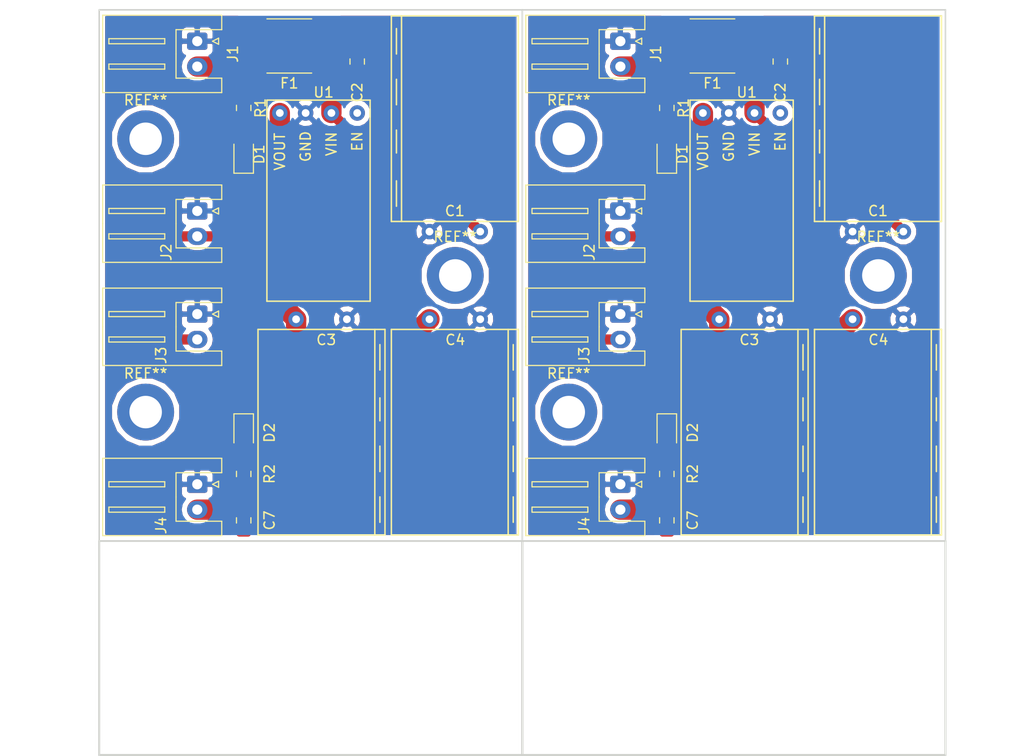
<source format=kicad_pcb>
(kicad_pcb (version 20171130) (host pcbnew 5.0.2+dfsg1-1)

  (general
    (thickness 1.6)
    (drawings 16)
    (tracks 80)
    (zones 0)
    (modules 36)
    (nets 7)
  )

  (page A4)
  (layers
    (0 F.Cu signal)
    (31 B.Cu signal)
    (32 B.Adhes user)
    (33 F.Adhes user)
    (34 B.Paste user)
    (35 F.Paste user)
    (36 B.SilkS user)
    (37 F.SilkS user)
    (38 B.Mask user)
    (39 F.Mask user)
    (40 Dwgs.User user)
    (41 Cmts.User user)
    (42 Eco1.User user)
    (43 Eco2.User user)
    (44 Edge.Cuts user)
    (45 Margin user)
    (46 B.CrtYd user)
    (47 F.CrtYd user)
    (48 B.Fab user)
    (49 F.Fab user)
  )

  (setup
    (last_trace_width 0.25)
    (trace_clearance 0.2)
    (zone_clearance 0.508)
    (zone_45_only no)
    (trace_min 0.2)
    (segment_width 0.2)
    (edge_width 0.15)
    (via_size 0.8)
    (via_drill 0.4)
    (via_min_size 0.4)
    (via_min_drill 0.3)
    (uvia_size 0.3)
    (uvia_drill 0.1)
    (uvias_allowed no)
    (uvia_min_size 0.2)
    (uvia_min_drill 0.1)
    (pcb_text_width 0.3)
    (pcb_text_size 1.5 1.5)
    (mod_edge_width 0.15)
    (mod_text_size 1 1)
    (mod_text_width 0.15)
    (pad_size 1.524 1.524)
    (pad_drill 0.762)
    (pad_to_mask_clearance 0.051)
    (solder_mask_min_width 0.25)
    (aux_axis_origin 0 0)
    (visible_elements FFFFFF7F)
    (pcbplotparams
      (layerselection 0x010fc_ffffffff)
      (usegerberextensions true)
      (usegerberattributes true)
      (usegerberadvancedattributes false)
      (creategerberjobfile false)
      (excludeedgelayer false)
      (linewidth 0.100000)
      (plotframeref false)
      (viasonmask false)
      (mode 1)
      (useauxorigin false)
      (hpglpennumber 1)
      (hpglpenspeed 20)
      (hpglpendiameter 15.000000)
      (psnegative false)
      (psa4output false)
      (plotreference true)
      (plotvalue true)
      (plotinvisibletext false)
      (padsonsilk true)
      (subtractmaskfromsilk false)
      (outputformat 1)
      (mirror false)
      (drillshape 0)
      (scaleselection 1)
      (outputdirectory ""))
  )

  (net 0 "")
  (net 1 GND)
  (net 2 12V)
  (net 3 VBATT)
  (net 4 "Net-(D1-Pad2)")
  (net 5 "Net-(D2-Pad2)")
  (net 6 "Net-(F1-Pad2)")

  (net_class Default "This is the default net class."
    (clearance 0.2)
    (trace_width 0.25)
    (via_dia 0.8)
    (via_drill 0.4)
    (uvia_dia 0.3)
    (uvia_drill 0.1)
    (add_net 12V)
    (add_net GND)
    (add_net "Net-(D1-Pad2)")
    (add_net "Net-(D2-Pad2)")
    (add_net "Net-(F1-Pad2)")
    (add_net VBATT)
  )

  (module custom-footprints:capacitor-12p5-20mm (layer F.Cu) (tedit 623F1771) (tstamp 623F25EF)
    (at 160.06 100.584 180)
    (path /62403F4E)
    (fp_text reference C3 (at -0.468 -2.032 180) (layer F.SilkS)
      (effects (font (size 1 1) (thickness 0.15)))
    )
    (fp_text value 1000u (at 0 -0.5 180) (layer F.Fab)
      (effects (font (size 1 1) (thickness 0.15)))
    )
    (fp_line (start -6.25 -1) (end 6.25 -1) (layer F.SilkS) (width 0.15))
    (fp_line (start -6.25 -1) (end -6.25 -21.25) (layer F.SilkS) (width 0.15))
    (fp_line (start 6.25 -1) (end 6.25 -21.25) (layer F.SilkS) (width 0.15))
    (fp_line (start -6.25 -21.25) (end 6.25 -21.25) (layer F.SilkS) (width 0.15))
    (fp_line (start -5.75 -20) (end -5.75 -17.5) (layer F.SilkS) (width 0.15))
    (fp_line (start -5.75 -15) (end -5.75 -12.5) (layer F.SilkS) (width 0.15))
    (fp_line (start -5.75 -10) (end -5.75 -7.75) (layer F.SilkS) (width 0.15))
    (fp_line (start -5.75 -5) (end -5.75 -2.5) (layer F.SilkS) (width 0.15))
    (fp_line (start -5.25 -21.25) (end -5.25 -1) (layer F.SilkS) (width 0.15))
    (pad 2 thru_hole circle (at -2.5 0 180) (size 1.524 1.524) (drill 0.762) (layers *.Cu *.Mask))
    (pad 1 thru_hole circle (at 2.5 0 180) (size 1.524 1.524) (drill 0.762) (layers *.Cu *.Mask))
  )

  (module Resistor_SMD:R_0805_2012Metric_Pad1.15x1.40mm_HandSolder (layer F.Cu) (tedit 5B36C52B) (tstamp 623F25DF)
    (at 152.4 79.765 270)
    (descr "Resistor SMD 0805 (2012 Metric), square (rectangular) end terminal, IPC_7351 nominal with elongated pad for handsoldering. (Body size source: https://docs.google.com/spreadsheets/d/1BsfQQcO9C6DZCsRaXUlFlo91Tg2WpOkGARC1WS5S8t0/edit?usp=sharing), generated with kicad-footprint-generator")
    (tags "resistor handsolder")
    (path /623FA9EC)
    (attr smd)
    (fp_text reference R1 (at 0 -1.65 270) (layer F.SilkS)
      (effects (font (size 1 1) (thickness 0.15)))
    )
    (fp_text value 4k7 (at 0 1.65 270) (layer F.Fab)
      (effects (font (size 1 1) (thickness 0.15)))
    )
    (fp_text user %R (at 0 0 270) (layer F.Fab)
      (effects (font (size 0.5 0.5) (thickness 0.08)))
    )
    (fp_line (start 1.85 0.95) (end -1.85 0.95) (layer F.CrtYd) (width 0.05))
    (fp_line (start 1.85 -0.95) (end 1.85 0.95) (layer F.CrtYd) (width 0.05))
    (fp_line (start -1.85 -0.95) (end 1.85 -0.95) (layer F.CrtYd) (width 0.05))
    (fp_line (start -1.85 0.95) (end -1.85 -0.95) (layer F.CrtYd) (width 0.05))
    (fp_line (start -0.261252 0.71) (end 0.261252 0.71) (layer F.SilkS) (width 0.12))
    (fp_line (start -0.261252 -0.71) (end 0.261252 -0.71) (layer F.SilkS) (width 0.12))
    (fp_line (start 1 0.6) (end -1 0.6) (layer F.Fab) (width 0.1))
    (fp_line (start 1 -0.6) (end 1 0.6) (layer F.Fab) (width 0.1))
    (fp_line (start -1 -0.6) (end 1 -0.6) (layer F.Fab) (width 0.1))
    (fp_line (start -1 0.6) (end -1 -0.6) (layer F.Fab) (width 0.1))
    (pad 2 smd roundrect (at 1.025 0 270) (size 1.15 1.4) (layers F.Cu F.Paste F.Mask) (roundrect_rratio 0.217391))
    (pad 1 smd roundrect (at -1.025 0 270) (size 1.15 1.4) (layers F.Cu F.Paste F.Mask) (roundrect_rratio 0.217391))
    (model ${KISYS3DMOD}/Resistor_SMD.3dshapes/R_0805_2012Metric.wrl
      (at (xyz 0 0 0))
      (scale (xyz 1 1 1))
      (rotate (xyz 0 0 0))
    )
  )

  (module Capacitor_SMD:C_0805_2012Metric_Pad1.15x1.40mm_HandSolder (layer F.Cu) (tedit 5B36C52B) (tstamp 623F25BE)
    (at 163.576 75.193 90)
    (descr "Capacitor SMD 0805 (2012 Metric), square (rectangular) end terminal, IPC_7351 nominal with elongated pad for handsoldering. (Body size source: https://docs.google.com/spreadsheets/d/1BsfQQcO9C6DZCsRaXUlFlo91Tg2WpOkGARC1WS5S8t0/edit?usp=sharing), generated with kicad-footprint-generator")
    (tags "capacitor handsolder")
    (path /623FAC22)
    (attr smd)
    (fp_text reference C2 (at -3.048 0 90) (layer F.SilkS)
      (effects (font (size 1 1) (thickness 0.15)))
    )
    (fp_text value 100n (at 0 1.65 90) (layer F.Fab)
      (effects (font (size 1 1) (thickness 0.15)))
    )
    (fp_text user %R (at 0 0 90) (layer F.Fab)
      (effects (font (size 0.5 0.5) (thickness 0.08)))
    )
    (fp_line (start 1.85 0.95) (end -1.85 0.95) (layer F.CrtYd) (width 0.05))
    (fp_line (start 1.85 -0.95) (end 1.85 0.95) (layer F.CrtYd) (width 0.05))
    (fp_line (start -1.85 -0.95) (end 1.85 -0.95) (layer F.CrtYd) (width 0.05))
    (fp_line (start -1.85 0.95) (end -1.85 -0.95) (layer F.CrtYd) (width 0.05))
    (fp_line (start -0.261252 0.71) (end 0.261252 0.71) (layer F.SilkS) (width 0.12))
    (fp_line (start -0.261252 -0.71) (end 0.261252 -0.71) (layer F.SilkS) (width 0.12))
    (fp_line (start 1 0.6) (end -1 0.6) (layer F.Fab) (width 0.1))
    (fp_line (start 1 -0.6) (end 1 0.6) (layer F.Fab) (width 0.1))
    (fp_line (start -1 -0.6) (end 1 -0.6) (layer F.Fab) (width 0.1))
    (fp_line (start -1 0.6) (end -1 -0.6) (layer F.Fab) (width 0.1))
    (pad 2 smd roundrect (at 1.025 0 90) (size 1.15 1.4) (layers F.Cu F.Paste F.Mask) (roundrect_rratio 0.217391))
    (pad 1 smd roundrect (at -1.025 0 90) (size 1.15 1.4) (layers F.Cu F.Paste F.Mask) (roundrect_rratio 0.217391))
    (model ${KISYS3DMOD}/Capacitor_SMD.3dshapes/C_0805_2012Metric.wrl
      (at (xyz 0 0 0))
      (scale (xyz 1 1 1))
      (rotate (xyz 0 0 0))
    )
  )

  (module Connector_JST:JST_XH_S02B-XH-A_1x02_P2.50mm_Horizontal (layer F.Cu) (tedit 5B775209) (tstamp 623F2593)
    (at 147.828 116.84 270)
    (descr "JST XH series connector, S02B-XH-A (http://www.jst-mfg.com/product/pdf/eng/eXH.pdf), generated with kicad-footprint-generator")
    (tags "connector JST XH top entry")
    (path /623FBB90)
    (fp_text reference J4 (at 4.064 3.556 270) (layer F.SilkS)
      (effects (font (size 1 1) (thickness 0.15)))
    )
    (fp_text value BATT (at 1.25 10.4 270) (layer F.Fab)
      (effects (font (size 1 1) (thickness 0.15)))
    )
    (fp_text user %R (at 1.25 3.45 270) (layer F.Fab)
      (effects (font (size 1 1) (thickness 0.15)))
    )
    (fp_line (start 0 1.2) (end 0.625 2.2) (layer F.Fab) (width 0.1))
    (fp_line (start -0.625 2.2) (end 0 1.2) (layer F.Fab) (width 0.1))
    (fp_line (start 0.3 -2.1) (end 0 -1.5) (layer F.SilkS) (width 0.12))
    (fp_line (start -0.3 -2.1) (end 0.3 -2.1) (layer F.SilkS) (width 0.12))
    (fp_line (start 0 -1.5) (end -0.3 -2.1) (layer F.SilkS) (width 0.12))
    (fp_line (start 2.75 3.2) (end 2.25 3.2) (layer F.SilkS) (width 0.12))
    (fp_line (start 2.75 8.7) (end 2.75 3.2) (layer F.SilkS) (width 0.12))
    (fp_line (start 2.25 8.7) (end 2.75 8.7) (layer F.SilkS) (width 0.12))
    (fp_line (start 2.25 3.2) (end 2.25 8.7) (layer F.SilkS) (width 0.12))
    (fp_line (start 0.25 3.2) (end -0.25 3.2) (layer F.SilkS) (width 0.12))
    (fp_line (start 0.25 8.7) (end 0.25 3.2) (layer F.SilkS) (width 0.12))
    (fp_line (start -0.25 8.7) (end 0.25 8.7) (layer F.SilkS) (width 0.12))
    (fp_line (start -0.25 3.2) (end -0.25 8.7) (layer F.SilkS) (width 0.12))
    (fp_line (start 3.75 2.2) (end 1.25 2.2) (layer F.Fab) (width 0.1))
    (fp_line (start 3.75 -2.3) (end 3.75 2.2) (layer F.Fab) (width 0.1))
    (fp_line (start 4.95 -2.3) (end 3.75 -2.3) (layer F.Fab) (width 0.1))
    (fp_line (start 4.95 9.2) (end 4.95 -2.3) (layer F.Fab) (width 0.1))
    (fp_line (start 1.25 9.2) (end 4.95 9.2) (layer F.Fab) (width 0.1))
    (fp_line (start -1.25 2.2) (end 1.25 2.2) (layer F.Fab) (width 0.1))
    (fp_line (start -1.25 -2.3) (end -1.25 2.2) (layer F.Fab) (width 0.1))
    (fp_line (start -2.45 -2.3) (end -1.25 -2.3) (layer F.Fab) (width 0.1))
    (fp_line (start -2.45 9.2) (end -2.45 -2.3) (layer F.Fab) (width 0.1))
    (fp_line (start 1.25 9.2) (end -2.45 9.2) (layer F.Fab) (width 0.1))
    (fp_line (start 3.64 2.09) (end 1.25 2.09) (layer F.SilkS) (width 0.12))
    (fp_line (start 3.64 -2.41) (end 3.64 2.09) (layer F.SilkS) (width 0.12))
    (fp_line (start 5.06 -2.41) (end 3.64 -2.41) (layer F.SilkS) (width 0.12))
    (fp_line (start 5.06 9.31) (end 5.06 -2.41) (layer F.SilkS) (width 0.12))
    (fp_line (start 1.25 9.31) (end 5.06 9.31) (layer F.SilkS) (width 0.12))
    (fp_line (start -1.14 2.09) (end 1.25 2.09) (layer F.SilkS) (width 0.12))
    (fp_line (start -1.14 -2.41) (end -1.14 2.09) (layer F.SilkS) (width 0.12))
    (fp_line (start -2.56 -2.41) (end -1.14 -2.41) (layer F.SilkS) (width 0.12))
    (fp_line (start -2.56 9.31) (end -2.56 -2.41) (layer F.SilkS) (width 0.12))
    (fp_line (start 1.25 9.31) (end -2.56 9.31) (layer F.SilkS) (width 0.12))
    (fp_line (start 5.45 -2.8) (end -2.95 -2.8) (layer F.CrtYd) (width 0.05))
    (fp_line (start 5.45 9.7) (end 5.45 -2.8) (layer F.CrtYd) (width 0.05))
    (fp_line (start -2.95 9.7) (end 5.45 9.7) (layer F.CrtYd) (width 0.05))
    (fp_line (start -2.95 -2.8) (end -2.95 9.7) (layer F.CrtYd) (width 0.05))
    (pad 2 thru_hole oval (at 2.5 0 270) (size 1.7 2) (drill 1) (layers *.Cu *.Mask))
    (pad 1 thru_hole roundrect (at 0 0 270) (size 1.7 2) (drill 1) (layers *.Cu *.Mask) (roundrect_rratio 0.147059))
    (model ${KISYS3DMOD}/Connector_JST.3dshapes/JST_XH_S02B-XH-A_1x02_P2.50mm_Horizontal.wrl
      (at (xyz 0 0 0))
      (scale (xyz 1 1 1))
      (rotate (xyz 0 0 0))
    )
  )

  (module LED_SMD:LED_0805_2012Metric_Pad1.15x1.40mm_HandSolder (layer F.Cu) (tedit 5B4B45C9) (tstamp 623F257C)
    (at 152.4 111.76 270)
    (descr "LED SMD 0805 (2012 Metric), square (rectangular) end terminal, IPC_7351 nominal, (Body size source: https://docs.google.com/spreadsheets/d/1BsfQQcO9C6DZCsRaXUlFlo91Tg2WpOkGARC1WS5S8t0/edit?usp=sharing), generated with kicad-footprint-generator")
    (tags "LED handsolder")
    (path /623FCC10)
    (attr smd)
    (fp_text reference D2 (at 0 -2.54 270) (layer F.SilkS)
      (effects (font (size 1 1) (thickness 0.15)))
    )
    (fp_text value LED (at 0 1.65 270) (layer F.Fab)
      (effects (font (size 1 1) (thickness 0.15)))
    )
    (fp_line (start 1 -0.6) (end -0.7 -0.6) (layer F.Fab) (width 0.1))
    (fp_line (start -0.7 -0.6) (end -1 -0.3) (layer F.Fab) (width 0.1))
    (fp_line (start -1 -0.3) (end -1 0.6) (layer F.Fab) (width 0.1))
    (fp_line (start -1 0.6) (end 1 0.6) (layer F.Fab) (width 0.1))
    (fp_line (start 1 0.6) (end 1 -0.6) (layer F.Fab) (width 0.1))
    (fp_line (start 1 -0.96) (end -1.86 -0.96) (layer F.SilkS) (width 0.12))
    (fp_line (start -1.86 -0.96) (end -1.86 0.96) (layer F.SilkS) (width 0.12))
    (fp_line (start -1.86 0.96) (end 1 0.96) (layer F.SilkS) (width 0.12))
    (fp_line (start -1.85 0.95) (end -1.85 -0.95) (layer F.CrtYd) (width 0.05))
    (fp_line (start -1.85 -0.95) (end 1.85 -0.95) (layer F.CrtYd) (width 0.05))
    (fp_line (start 1.85 -0.95) (end 1.85 0.95) (layer F.CrtYd) (width 0.05))
    (fp_line (start 1.85 0.95) (end -1.85 0.95) (layer F.CrtYd) (width 0.05))
    (fp_text user %R (at 0 0 270) (layer F.Fab)
      (effects (font (size 0.5 0.5) (thickness 0.08)))
    )
    (pad 1 smd roundrect (at -1.025 0 270) (size 1.15 1.4) (layers F.Cu F.Paste F.Mask) (roundrect_rratio 0.217391))
    (pad 2 smd roundrect (at 1.025 0 270) (size 1.15 1.4) (layers F.Cu F.Paste F.Mask) (roundrect_rratio 0.217391))
    (model ${KISYS3DMOD}/LED_SMD.3dshapes/LED_0805_2012Metric.wrl
      (at (xyz 0 0 0))
      (scale (xyz 1 1 1))
      (rotate (xyz 0 0 0))
    )
  )

  (module Capacitor_SMD:C_0805_2012Metric_Pad1.15x1.40mm_HandSolder (layer F.Cu) (tedit 5B36C52B) (tstamp 623F256C)
    (at 152.4 120.396 270)
    (descr "Capacitor SMD 0805 (2012 Metric), square (rectangular) end terminal, IPC_7351 nominal with elongated pad for handsoldering. (Body size source: https://docs.google.com/spreadsheets/d/1BsfQQcO9C6DZCsRaXUlFlo91Tg2WpOkGARC1WS5S8t0/edit?usp=sharing), generated with kicad-footprint-generator")
    (tags "capacitor handsolder")
    (path /624165E6)
    (attr smd)
    (fp_text reference C7 (at 0 -2.54 270) (layer F.SilkS)
      (effects (font (size 1 1) (thickness 0.15)))
    )
    (fp_text value 100n (at 0 1.65 270) (layer F.Fab)
      (effects (font (size 1 1) (thickness 0.15)))
    )
    (fp_text user %R (at 0 0 270) (layer F.Fab)
      (effects (font (size 0.5 0.5) (thickness 0.08)))
    )
    (fp_line (start 1.85 0.95) (end -1.85 0.95) (layer F.CrtYd) (width 0.05))
    (fp_line (start 1.85 -0.95) (end 1.85 0.95) (layer F.CrtYd) (width 0.05))
    (fp_line (start -1.85 -0.95) (end 1.85 -0.95) (layer F.CrtYd) (width 0.05))
    (fp_line (start -1.85 0.95) (end -1.85 -0.95) (layer F.CrtYd) (width 0.05))
    (fp_line (start -0.261252 0.71) (end 0.261252 0.71) (layer F.SilkS) (width 0.12))
    (fp_line (start -0.261252 -0.71) (end 0.261252 -0.71) (layer F.SilkS) (width 0.12))
    (fp_line (start 1 0.6) (end -1 0.6) (layer F.Fab) (width 0.1))
    (fp_line (start 1 -0.6) (end 1 0.6) (layer F.Fab) (width 0.1))
    (fp_line (start -1 -0.6) (end 1 -0.6) (layer F.Fab) (width 0.1))
    (fp_line (start -1 0.6) (end -1 -0.6) (layer F.Fab) (width 0.1))
    (pad 2 smd roundrect (at 1.025 0 270) (size 1.15 1.4) (layers F.Cu F.Paste F.Mask) (roundrect_rratio 0.217391))
    (pad 1 smd roundrect (at -1.025 0 270) (size 1.15 1.4) (layers F.Cu F.Paste F.Mask) (roundrect_rratio 0.217391))
    (model ${KISYS3DMOD}/Capacitor_SMD.3dshapes/C_0805_2012Metric.wrl
      (at (xyz 0 0 0))
      (scale (xyz 1 1 1))
      (rotate (xyz 0 0 0))
    )
  )

  (module Fuse:Fuse_2920_7451Metric_Pad2.10x5.45mm_HandSolder (layer F.Cu) (tedit 5B341557) (tstamp 623F255C)
    (at 156.891 73.66 180)
    (descr "Fuse SMD 2920 (7451 Metric), square (rectangular) end terminal, IPC_7351 nominal with elongated pad for handsoldering. (Body size from: http://www.megastar.com/products/fusetronic/polyswitch/PDF/smd2920.pdf), generated with kicad-footprint-generator")
    (tags "resistor handsolder")
    (path /623FA61A)
    (attr smd)
    (fp_text reference F1 (at 0 -3.68 180) (layer F.SilkS)
      (effects (font (size 1 1) (thickness 0.15)))
    )
    (fp_text value Fuse (at 0 3.68 180) (layer F.Fab)
      (effects (font (size 1 1) (thickness 0.15)))
    )
    (fp_text user %R (at 0 0 180) (layer F.Fab)
      (effects (font (size 1 1) (thickness 0.15)))
    )
    (fp_line (start 4.78 2.98) (end -4.78 2.98) (layer F.CrtYd) (width 0.05))
    (fp_line (start 4.78 -2.98) (end 4.78 2.98) (layer F.CrtYd) (width 0.05))
    (fp_line (start -4.78 -2.98) (end 4.78 -2.98) (layer F.CrtYd) (width 0.05))
    (fp_line (start -4.78 2.98) (end -4.78 -2.98) (layer F.CrtYd) (width 0.05))
    (fp_line (start -2.203752 2.67) (end 2.203752 2.67) (layer F.SilkS) (width 0.12))
    (fp_line (start -2.203752 -2.67) (end 2.203752 -2.67) (layer F.SilkS) (width 0.12))
    (fp_line (start 3.6775 2.56) (end -3.6775 2.56) (layer F.Fab) (width 0.1))
    (fp_line (start 3.6775 -2.56) (end 3.6775 2.56) (layer F.Fab) (width 0.1))
    (fp_line (start -3.6775 -2.56) (end 3.6775 -2.56) (layer F.Fab) (width 0.1))
    (fp_line (start -3.6775 2.56) (end -3.6775 -2.56) (layer F.Fab) (width 0.1))
    (pad 2 smd roundrect (at 3.475 0 180) (size 2.1 5.45) (layers F.Cu F.Paste F.Mask) (roundrect_rratio 0.119048))
    (pad 1 smd roundrect (at -3.475 0 180) (size 2.1 5.45) (layers F.Cu F.Paste F.Mask) (roundrect_rratio 0.119048))
    (model ${KISYS3DMOD}/Fuse.3dshapes/Fuse_2920_7451Metric.wrl
      (at (xyz 0 0 0))
      (scale (xyz 1 1 1))
      (rotate (xyz 0 0 0))
    )
  )

  (module MountingHole:MountingHole_3.2mm_M3_DIN965_Pad (layer F.Cu) (tedit 56D1B4CB) (tstamp 623F2555)
    (at 142.748 109.728)
    (descr "Mounting Hole 3.2mm, M3, DIN965")
    (tags "mounting hole 3.2mm m3 din965")
    (attr virtual)
    (fp_text reference REF** (at 0 -3.8) (layer F.SilkS)
      (effects (font (size 1 1) (thickness 0.15)))
    )
    (fp_text value MountingHole_3.2mm_M3_DIN965_Pad (at 0 3.8) (layer F.Fab)
      (effects (font (size 1 1) (thickness 0.15)))
    )
    (fp_text user %R (at 0.3 0) (layer F.Fab)
      (effects (font (size 1 1) (thickness 0.15)))
    )
    (fp_circle (center 0 0) (end 2.8 0) (layer Cmts.User) (width 0.15))
    (fp_circle (center 0 0) (end 3.05 0) (layer F.CrtYd) (width 0.05))
    (pad 1 thru_hole circle (at 0 0) (size 5.6 5.6) (drill 3.2) (layers *.Cu *.Mask))
  )

  (module MountingHole:MountingHole_3.2mm_M3_DIN965_Pad (layer F.Cu) (tedit 56D1B4CB) (tstamp 623F254E)
    (at 142.748 82.804)
    (descr "Mounting Hole 3.2mm, M3, DIN965")
    (tags "mounting hole 3.2mm m3 din965")
    (attr virtual)
    (fp_text reference REF** (at 0 -3.8) (layer F.SilkS)
      (effects (font (size 1 1) (thickness 0.15)))
    )
    (fp_text value MountingHole_3.2mm_M3_DIN965_Pad (at 0 3.8) (layer F.Fab)
      (effects (font (size 1 1) (thickness 0.15)))
    )
    (fp_text user %R (at 0.3 0) (layer F.Fab)
      (effects (font (size 1 1) (thickness 0.15)))
    )
    (fp_circle (center 0 0) (end 2.8 0) (layer Cmts.User) (width 0.15))
    (fp_circle (center 0 0) (end 3.05 0) (layer F.CrtYd) (width 0.05))
    (pad 1 thru_hole circle (at 0 0) (size 5.6 5.6) (drill 3.2) (layers *.Cu *.Mask))
  )

  (module Connector_JST:JST_XH_S02B-XH-A_1x02_P2.50mm_Horizontal (layer F.Cu) (tedit 5B775209) (tstamp 623F2523)
    (at 147.828 73.192 270)
    (descr "JST XH series connector, S02B-XH-A (http://www.jst-mfg.com/product/pdf/eng/eXH.pdf), generated with kicad-footprint-generator")
    (tags "connector JST XH top entry")
    (path /623FA3E4)
    (fp_text reference J1 (at 1.25 -3.5 270) (layer F.SilkS)
      (effects (font (size 1 1) (thickness 0.15)))
    )
    (fp_text value PWR_IN (at 1.25 10.4 270) (layer F.Fab)
      (effects (font (size 1 1) (thickness 0.15)))
    )
    (fp_line (start -2.95 -2.8) (end -2.95 9.7) (layer F.CrtYd) (width 0.05))
    (fp_line (start -2.95 9.7) (end 5.45 9.7) (layer F.CrtYd) (width 0.05))
    (fp_line (start 5.45 9.7) (end 5.45 -2.8) (layer F.CrtYd) (width 0.05))
    (fp_line (start 5.45 -2.8) (end -2.95 -2.8) (layer F.CrtYd) (width 0.05))
    (fp_line (start 1.25 9.31) (end -2.56 9.31) (layer F.SilkS) (width 0.12))
    (fp_line (start -2.56 9.31) (end -2.56 -2.41) (layer F.SilkS) (width 0.12))
    (fp_line (start -2.56 -2.41) (end -1.14 -2.41) (layer F.SilkS) (width 0.12))
    (fp_line (start -1.14 -2.41) (end -1.14 2.09) (layer F.SilkS) (width 0.12))
    (fp_line (start -1.14 2.09) (end 1.25 2.09) (layer F.SilkS) (width 0.12))
    (fp_line (start 1.25 9.31) (end 5.06 9.31) (layer F.SilkS) (width 0.12))
    (fp_line (start 5.06 9.31) (end 5.06 -2.41) (layer F.SilkS) (width 0.12))
    (fp_line (start 5.06 -2.41) (end 3.64 -2.41) (layer F.SilkS) (width 0.12))
    (fp_line (start 3.64 -2.41) (end 3.64 2.09) (layer F.SilkS) (width 0.12))
    (fp_line (start 3.64 2.09) (end 1.25 2.09) (layer F.SilkS) (width 0.12))
    (fp_line (start 1.25 9.2) (end -2.45 9.2) (layer F.Fab) (width 0.1))
    (fp_line (start -2.45 9.2) (end -2.45 -2.3) (layer F.Fab) (width 0.1))
    (fp_line (start -2.45 -2.3) (end -1.25 -2.3) (layer F.Fab) (width 0.1))
    (fp_line (start -1.25 -2.3) (end -1.25 2.2) (layer F.Fab) (width 0.1))
    (fp_line (start -1.25 2.2) (end 1.25 2.2) (layer F.Fab) (width 0.1))
    (fp_line (start 1.25 9.2) (end 4.95 9.2) (layer F.Fab) (width 0.1))
    (fp_line (start 4.95 9.2) (end 4.95 -2.3) (layer F.Fab) (width 0.1))
    (fp_line (start 4.95 -2.3) (end 3.75 -2.3) (layer F.Fab) (width 0.1))
    (fp_line (start 3.75 -2.3) (end 3.75 2.2) (layer F.Fab) (width 0.1))
    (fp_line (start 3.75 2.2) (end 1.25 2.2) (layer F.Fab) (width 0.1))
    (fp_line (start -0.25 3.2) (end -0.25 8.7) (layer F.SilkS) (width 0.12))
    (fp_line (start -0.25 8.7) (end 0.25 8.7) (layer F.SilkS) (width 0.12))
    (fp_line (start 0.25 8.7) (end 0.25 3.2) (layer F.SilkS) (width 0.12))
    (fp_line (start 0.25 3.2) (end -0.25 3.2) (layer F.SilkS) (width 0.12))
    (fp_line (start 2.25 3.2) (end 2.25 8.7) (layer F.SilkS) (width 0.12))
    (fp_line (start 2.25 8.7) (end 2.75 8.7) (layer F.SilkS) (width 0.12))
    (fp_line (start 2.75 8.7) (end 2.75 3.2) (layer F.SilkS) (width 0.12))
    (fp_line (start 2.75 3.2) (end 2.25 3.2) (layer F.SilkS) (width 0.12))
    (fp_line (start 0 -1.5) (end -0.3 -2.1) (layer F.SilkS) (width 0.12))
    (fp_line (start -0.3 -2.1) (end 0.3 -2.1) (layer F.SilkS) (width 0.12))
    (fp_line (start 0.3 -2.1) (end 0 -1.5) (layer F.SilkS) (width 0.12))
    (fp_line (start -0.625 2.2) (end 0 1.2) (layer F.Fab) (width 0.1))
    (fp_line (start 0 1.2) (end 0.625 2.2) (layer F.Fab) (width 0.1))
    (fp_text user %R (at 1.25 3.45 270) (layer F.Fab)
      (effects (font (size 1 1) (thickness 0.15)))
    )
    (pad 1 thru_hole roundrect (at 0 0 270) (size 1.7 2) (drill 1) (layers *.Cu *.Mask) (roundrect_rratio 0.147059))
    (pad 2 thru_hole oval (at 2.5 0 270) (size 1.7 2) (drill 1) (layers *.Cu *.Mask))
    (model ${KISYS3DMOD}/Connector_JST.3dshapes/JST_XH_S02B-XH-A_1x02_P2.50mm_Horizontal.wrl
      (at (xyz 0 0 0))
      (scale (xyz 1 1 1))
      (rotate (xyz 0 0 0))
    )
  )

  (module MountingHole:MountingHole_3.2mm_M3_DIN965_Pad (layer F.Cu) (tedit 56D1B4CB) (tstamp 623F2513)
    (at 173.228 96.266)
    (descr "Mounting Hole 3.2mm, M3, DIN965")
    (tags "mounting hole 3.2mm m3 din965")
    (attr virtual)
    (fp_text reference REF** (at 0 -3.8) (layer F.SilkS)
      (effects (font (size 1 1) (thickness 0.15)))
    )
    (fp_text value MountingHole_3.2mm_M3_DIN965_Pad (at 0 3.8) (layer F.Fab)
      (effects (font (size 1 1) (thickness 0.15)))
    )
    (fp_text user %R (at 0.3 0) (layer F.Fab)
      (effects (font (size 1 1) (thickness 0.15)))
    )
    (fp_circle (center 0 0) (end 2.8 0) (layer Cmts.User) (width 0.15))
    (fp_circle (center 0 0) (end 3.05 0) (layer F.CrtYd) (width 0.05))
    (pad 1 thru_hole circle (at 0 0) (size 5.6 5.6) (drill 3.2) (layers *.Cu *.Mask))
  )

  (module LED_SMD:LED_0805_2012Metric_Pad1.15x1.40mm_HandSolder (layer F.Cu) (tedit 5B4B45C9) (tstamp 623F2501)
    (at 152.4 84.337 90)
    (descr "LED SMD 0805 (2012 Metric), square (rectangular) end terminal, IPC_7351 nominal, (Body size source: https://docs.google.com/spreadsheets/d/1BsfQQcO9C6DZCsRaXUlFlo91Tg2WpOkGARC1WS5S8t0/edit?usp=sharing), generated with kicad-footprint-generator")
    (tags "LED handsolder")
    (path /623FAB22)
    (attr smd)
    (fp_text reference D1 (at 0 1.524 90) (layer F.SilkS)
      (effects (font (size 1 1) (thickness 0.15)))
    )
    (fp_text value LED (at 0 1.65 90) (layer F.Fab)
      (effects (font (size 1 1) (thickness 0.15)))
    )
    (fp_text user %R (at 0 0 90) (layer F.Fab)
      (effects (font (size 0.5 0.5) (thickness 0.08)))
    )
    (fp_line (start 1.85 0.95) (end -1.85 0.95) (layer F.CrtYd) (width 0.05))
    (fp_line (start 1.85 -0.95) (end 1.85 0.95) (layer F.CrtYd) (width 0.05))
    (fp_line (start -1.85 -0.95) (end 1.85 -0.95) (layer F.CrtYd) (width 0.05))
    (fp_line (start -1.85 0.95) (end -1.85 -0.95) (layer F.CrtYd) (width 0.05))
    (fp_line (start -1.86 0.96) (end 1 0.96) (layer F.SilkS) (width 0.12))
    (fp_line (start -1.86 -0.96) (end -1.86 0.96) (layer F.SilkS) (width 0.12))
    (fp_line (start 1 -0.96) (end -1.86 -0.96) (layer F.SilkS) (width 0.12))
    (fp_line (start 1 0.6) (end 1 -0.6) (layer F.Fab) (width 0.1))
    (fp_line (start -1 0.6) (end 1 0.6) (layer F.Fab) (width 0.1))
    (fp_line (start -1 -0.3) (end -1 0.6) (layer F.Fab) (width 0.1))
    (fp_line (start -0.7 -0.6) (end -1 -0.3) (layer F.Fab) (width 0.1))
    (fp_line (start 1 -0.6) (end -0.7 -0.6) (layer F.Fab) (width 0.1))
    (pad 2 smd roundrect (at 1.025 0 90) (size 1.15 1.4) (layers F.Cu F.Paste F.Mask) (roundrect_rratio 0.217391))
    (pad 1 smd roundrect (at -1.025 0 90) (size 1.15 1.4) (layers F.Cu F.Paste F.Mask) (roundrect_rratio 0.217391))
    (model ${KISYS3DMOD}/LED_SMD.3dshapes/LED_0805_2012Metric.wrl
      (at (xyz 0 0 0))
      (scale (xyz 1 1 1))
      (rotate (xyz 0 0 0))
    )
  )

  (module custom-footprints:capacitor-12p5-20mm (layer F.Cu) (tedit 623F1771) (tstamp 623F24F3)
    (at 173.188 100.584 180)
    (path /62403EC2)
    (fp_text reference C4 (at -0.04 -2.032 180) (layer F.SilkS)
      (effects (font (size 1 1) (thickness 0.15)))
    )
    (fp_text value 1000u (at 0 -0.5 180) (layer F.Fab)
      (effects (font (size 1 1) (thickness 0.15)))
    )
    (fp_line (start -5.25 -21.25) (end -5.25 -1) (layer F.SilkS) (width 0.15))
    (fp_line (start -5.75 -5) (end -5.75 -2.5) (layer F.SilkS) (width 0.15))
    (fp_line (start -5.75 -10) (end -5.75 -7.75) (layer F.SilkS) (width 0.15))
    (fp_line (start -5.75 -15) (end -5.75 -12.5) (layer F.SilkS) (width 0.15))
    (fp_line (start -5.75 -20) (end -5.75 -17.5) (layer F.SilkS) (width 0.15))
    (fp_line (start -6.25 -21.25) (end 6.25 -21.25) (layer F.SilkS) (width 0.15))
    (fp_line (start 6.25 -1) (end 6.25 -21.25) (layer F.SilkS) (width 0.15))
    (fp_line (start -6.25 -1) (end -6.25 -21.25) (layer F.SilkS) (width 0.15))
    (fp_line (start -6.25 -1) (end 6.25 -1) (layer F.SilkS) (width 0.15))
    (pad 1 thru_hole circle (at 2.5 0 180) (size 1.524 1.524) (drill 0.762) (layers *.Cu *.Mask))
    (pad 2 thru_hole circle (at -2.5 0 180) (size 1.524 1.524) (drill 0.762) (layers *.Cu *.Mask))
  )

  (module Resistor_SMD:R_0805_2012Metric_Pad1.15x1.40mm_HandSolder (layer F.Cu) (tedit 5B36C52B) (tstamp 623F24DA)
    (at 152.4 115.824 270)
    (descr "Resistor SMD 0805 (2012 Metric), square (rectangular) end terminal, IPC_7351 nominal with elongated pad for handsoldering. (Body size source: https://docs.google.com/spreadsheets/d/1BsfQQcO9C6DZCsRaXUlFlo91Tg2WpOkGARC1WS5S8t0/edit?usp=sharing), generated with kicad-footprint-generator")
    (tags "resistor handsolder")
    (path /623FCB68)
    (attr smd)
    (fp_text reference R2 (at 0 -2.54 270) (layer F.SilkS)
      (effects (font (size 1 1) (thickness 0.15)))
    )
    (fp_text value 2k2 (at 0 1.65 270) (layer F.Fab)
      (effects (font (size 1 1) (thickness 0.15)))
    )
    (fp_line (start -1 0.6) (end -1 -0.6) (layer F.Fab) (width 0.1))
    (fp_line (start -1 -0.6) (end 1 -0.6) (layer F.Fab) (width 0.1))
    (fp_line (start 1 -0.6) (end 1 0.6) (layer F.Fab) (width 0.1))
    (fp_line (start 1 0.6) (end -1 0.6) (layer F.Fab) (width 0.1))
    (fp_line (start -0.261252 -0.71) (end 0.261252 -0.71) (layer F.SilkS) (width 0.12))
    (fp_line (start -0.261252 0.71) (end 0.261252 0.71) (layer F.SilkS) (width 0.12))
    (fp_line (start -1.85 0.95) (end -1.85 -0.95) (layer F.CrtYd) (width 0.05))
    (fp_line (start -1.85 -0.95) (end 1.85 -0.95) (layer F.CrtYd) (width 0.05))
    (fp_line (start 1.85 -0.95) (end 1.85 0.95) (layer F.CrtYd) (width 0.05))
    (fp_line (start 1.85 0.95) (end -1.85 0.95) (layer F.CrtYd) (width 0.05))
    (fp_text user %R (at 0 0 270) (layer F.Fab)
      (effects (font (size 0.5 0.5) (thickness 0.08)))
    )
    (pad 1 smd roundrect (at -1.025 0 270) (size 1.15 1.4) (layers F.Cu F.Paste F.Mask) (roundrect_rratio 0.217391))
    (pad 2 smd roundrect (at 1.025 0 270) (size 1.15 1.4) (layers F.Cu F.Paste F.Mask) (roundrect_rratio 0.217391))
    (model ${KISYS3DMOD}/Resistor_SMD.3dshapes/R_0805_2012Metric.wrl
      (at (xyz 0 0 0))
      (scale (xyz 1 1 1))
      (rotate (xyz 0 0 0))
    )
  )

  (module custom-footprints:capacitor-12p5-20mm (layer F.Cu) (tedit 623F1771) (tstamp 623F24CC)
    (at 173.188 91.948)
    (path /623FA91F)
    (fp_text reference C1 (at 0 -2.032) (layer F.SilkS)
      (effects (font (size 1 1) (thickness 0.15)))
    )
    (fp_text value 1000u (at 0 -0.5) (layer F.Fab)
      (effects (font (size 1 1) (thickness 0.15)))
    )
    (fp_line (start -6.25 -1) (end 6.25 -1) (layer F.SilkS) (width 0.15))
    (fp_line (start -6.25 -1) (end -6.25 -21.25) (layer F.SilkS) (width 0.15))
    (fp_line (start 6.25 -1) (end 6.25 -21.25) (layer F.SilkS) (width 0.15))
    (fp_line (start -6.25 -21.25) (end 6.25 -21.25) (layer F.SilkS) (width 0.15))
    (fp_line (start -5.75 -20) (end -5.75 -17.5) (layer F.SilkS) (width 0.15))
    (fp_line (start -5.75 -15) (end -5.75 -12.5) (layer F.SilkS) (width 0.15))
    (fp_line (start -5.75 -10) (end -5.75 -7.75) (layer F.SilkS) (width 0.15))
    (fp_line (start -5.75 -5) (end -5.75 -2.5) (layer F.SilkS) (width 0.15))
    (fp_line (start -5.25 -21.25) (end -5.25 -1) (layer F.SilkS) (width 0.15))
    (pad 2 thru_hole circle (at -2.5 0) (size 1.524 1.524) (drill 0.762) (layers *.Cu *.Mask))
    (pad 1 thru_hole circle (at 2.5 0) (size 1.524 1.524) (drill 0.762) (layers *.Cu *.Mask))
  )

  (module custom-footprints:Buck-converter-3A (layer F.Cu) (tedit 6236C78E) (tstamp 623F24BD)
    (at 161.036 80.264 180)
    (path /623FA2C2)
    (fp_text reference U1 (at 0.762 2.032 180) (layer F.SilkS)
      (effects (font (size 1 1) (thickness 0.15)))
    )
    (fp_text value buck-converter-3A (at 1.016 -10.668 270) (layer F.Fab)
      (effects (font (size 1 1) (thickness 0.15)))
    )
    (fp_line (start -3.81 1.27) (end 6.35 1.27) (layer F.SilkS) (width 0.15))
    (fp_line (start 6.35 1.27) (end 6.35 -18.542) (layer F.SilkS) (width 0.15))
    (fp_line (start -3.81 1.27) (end -3.81 -18.542) (layer F.SilkS) (width 0.15))
    (fp_line (start -3.81 -18.542) (end 6.35 -18.542) (layer F.SilkS) (width 0.15))
    (fp_text user EN (at -2.54 -2.794 270) (layer F.SilkS)
      (effects (font (size 1 1) (thickness 0.15)))
    )
    (fp_text user VIN (at 0 -3.048 90) (layer F.SilkS)
      (effects (font (size 1 1) (thickness 0.15)))
    )
    (fp_text user GND (at 2.54 -3.302 270) (layer F.SilkS)
      (effects (font (size 1 1) (thickness 0.15)))
    )
    (fp_text user VOUT (at 5.08 -3.81 270) (layer F.SilkS)
      (effects (font (size 1 1) (thickness 0.15)))
    )
    (pad 1 thru_hole circle (at -2.54 0 180) (size 1.524 1.524) (drill 0.762) (layers *.Cu *.Mask))
    (pad 2 thru_hole circle (at 0 0 180) (size 1.524 1.524) (drill 0.762) (layers *.Cu *.Mask))
    (pad 3 thru_hole circle (at 2.54 0 180) (size 1.524 1.524) (drill 0.762) (layers *.Cu *.Mask))
    (pad 4 thru_hole circle (at 5.08 0 180) (size 1.524 1.524) (drill 0.762) (layers *.Cu *.Mask))
  )

  (module Connector_JST:JST_XH_S02B-XH-A_1x02_P2.50mm_Horizontal (layer F.Cu) (tedit 5B775209) (tstamp 623F2489)
    (at 147.828 100.076 270)
    (descr "JST XH series connector, S02B-XH-A (http://www.jst-mfg.com/product/pdf/eng/eXH.pdf), generated with kicad-footprint-generator")
    (tags "connector JST XH top entry")
    (path /623FA4E0)
    (fp_text reference J3 (at 4.064 3.556 270) (layer F.SilkS)
      (effects (font (size 1 1) (thickness 0.15)))
    )
    (fp_text value FAN2 (at 1.25 10.4 270) (layer F.Fab)
      (effects (font (size 1 1) (thickness 0.15)))
    )
    (fp_line (start -2.95 -2.8) (end -2.95 9.7) (layer F.CrtYd) (width 0.05))
    (fp_line (start -2.95 9.7) (end 5.45 9.7) (layer F.CrtYd) (width 0.05))
    (fp_line (start 5.45 9.7) (end 5.45 -2.8) (layer F.CrtYd) (width 0.05))
    (fp_line (start 5.45 -2.8) (end -2.95 -2.8) (layer F.CrtYd) (width 0.05))
    (fp_line (start 1.25 9.31) (end -2.56 9.31) (layer F.SilkS) (width 0.12))
    (fp_line (start -2.56 9.31) (end -2.56 -2.41) (layer F.SilkS) (width 0.12))
    (fp_line (start -2.56 -2.41) (end -1.14 -2.41) (layer F.SilkS) (width 0.12))
    (fp_line (start -1.14 -2.41) (end -1.14 2.09) (layer F.SilkS) (width 0.12))
    (fp_line (start -1.14 2.09) (end 1.25 2.09) (layer F.SilkS) (width 0.12))
    (fp_line (start 1.25 9.31) (end 5.06 9.31) (layer F.SilkS) (width 0.12))
    (fp_line (start 5.06 9.31) (end 5.06 -2.41) (layer F.SilkS) (width 0.12))
    (fp_line (start 5.06 -2.41) (end 3.64 -2.41) (layer F.SilkS) (width 0.12))
    (fp_line (start 3.64 -2.41) (end 3.64 2.09) (layer F.SilkS) (width 0.12))
    (fp_line (start 3.64 2.09) (end 1.25 2.09) (layer F.SilkS) (width 0.12))
    (fp_line (start 1.25 9.2) (end -2.45 9.2) (layer F.Fab) (width 0.1))
    (fp_line (start -2.45 9.2) (end -2.45 -2.3) (layer F.Fab) (width 0.1))
    (fp_line (start -2.45 -2.3) (end -1.25 -2.3) (layer F.Fab) (width 0.1))
    (fp_line (start -1.25 -2.3) (end -1.25 2.2) (layer F.Fab) (width 0.1))
    (fp_line (start -1.25 2.2) (end 1.25 2.2) (layer F.Fab) (width 0.1))
    (fp_line (start 1.25 9.2) (end 4.95 9.2) (layer F.Fab) (width 0.1))
    (fp_line (start 4.95 9.2) (end 4.95 -2.3) (layer F.Fab) (width 0.1))
    (fp_line (start 4.95 -2.3) (end 3.75 -2.3) (layer F.Fab) (width 0.1))
    (fp_line (start 3.75 -2.3) (end 3.75 2.2) (layer F.Fab) (width 0.1))
    (fp_line (start 3.75 2.2) (end 1.25 2.2) (layer F.Fab) (width 0.1))
    (fp_line (start -0.25 3.2) (end -0.25 8.7) (layer F.SilkS) (width 0.12))
    (fp_line (start -0.25 8.7) (end 0.25 8.7) (layer F.SilkS) (width 0.12))
    (fp_line (start 0.25 8.7) (end 0.25 3.2) (layer F.SilkS) (width 0.12))
    (fp_line (start 0.25 3.2) (end -0.25 3.2) (layer F.SilkS) (width 0.12))
    (fp_line (start 2.25 3.2) (end 2.25 8.7) (layer F.SilkS) (width 0.12))
    (fp_line (start 2.25 8.7) (end 2.75 8.7) (layer F.SilkS) (width 0.12))
    (fp_line (start 2.75 8.7) (end 2.75 3.2) (layer F.SilkS) (width 0.12))
    (fp_line (start 2.75 3.2) (end 2.25 3.2) (layer F.SilkS) (width 0.12))
    (fp_line (start 0 -1.5) (end -0.3 -2.1) (layer F.SilkS) (width 0.12))
    (fp_line (start -0.3 -2.1) (end 0.3 -2.1) (layer F.SilkS) (width 0.12))
    (fp_line (start 0.3 -2.1) (end 0 -1.5) (layer F.SilkS) (width 0.12))
    (fp_line (start -0.625 2.2) (end 0 1.2) (layer F.Fab) (width 0.1))
    (fp_line (start 0 1.2) (end 0.625 2.2) (layer F.Fab) (width 0.1))
    (fp_text user %R (at 1.25 3.45 270) (layer F.Fab)
      (effects (font (size 1 1) (thickness 0.15)))
    )
    (pad 1 thru_hole roundrect (at 0 0 270) (size 1.7 2) (drill 1) (layers *.Cu *.Mask) (roundrect_rratio 0.147059))
    (pad 2 thru_hole oval (at 2.5 0 270) (size 1.7 2) (drill 1) (layers *.Cu *.Mask))
    (model ${KISYS3DMOD}/Connector_JST.3dshapes/JST_XH_S02B-XH-A_1x02_P2.50mm_Horizontal.wrl
      (at (xyz 0 0 0))
      (scale (xyz 1 1 1))
      (rotate (xyz 0 0 0))
    )
  )

  (module Connector_JST:JST_XH_S02B-XH-A_1x02_P2.50mm_Horizontal (layer F.Cu) (tedit 5B775209) (tstamp 623F245E)
    (at 147.828 89.916 270)
    (descr "JST XH series connector, S02B-XH-A (http://www.jst-mfg.com/product/pdf/eng/eXH.pdf), generated with kicad-footprint-generator")
    (tags "connector JST XH top entry")
    (path /623FA4A6)
    (fp_text reference J2 (at 4.064 3.048 270) (layer F.SilkS)
      (effects (font (size 1 1) (thickness 0.15)))
    )
    (fp_text value FAN1 (at 1.25 10.4 270) (layer F.Fab)
      (effects (font (size 1 1) (thickness 0.15)))
    )
    (fp_text user %R (at 1.25 3.45 270) (layer F.Fab)
      (effects (font (size 1 1) (thickness 0.15)))
    )
    (fp_line (start 0 1.2) (end 0.625 2.2) (layer F.Fab) (width 0.1))
    (fp_line (start -0.625 2.2) (end 0 1.2) (layer F.Fab) (width 0.1))
    (fp_line (start 0.3 -2.1) (end 0 -1.5) (layer F.SilkS) (width 0.12))
    (fp_line (start -0.3 -2.1) (end 0.3 -2.1) (layer F.SilkS) (width 0.12))
    (fp_line (start 0 -1.5) (end -0.3 -2.1) (layer F.SilkS) (width 0.12))
    (fp_line (start 2.75 3.2) (end 2.25 3.2) (layer F.SilkS) (width 0.12))
    (fp_line (start 2.75 8.7) (end 2.75 3.2) (layer F.SilkS) (width 0.12))
    (fp_line (start 2.25 8.7) (end 2.75 8.7) (layer F.SilkS) (width 0.12))
    (fp_line (start 2.25 3.2) (end 2.25 8.7) (layer F.SilkS) (width 0.12))
    (fp_line (start 0.25 3.2) (end -0.25 3.2) (layer F.SilkS) (width 0.12))
    (fp_line (start 0.25 8.7) (end 0.25 3.2) (layer F.SilkS) (width 0.12))
    (fp_line (start -0.25 8.7) (end 0.25 8.7) (layer F.SilkS) (width 0.12))
    (fp_line (start -0.25 3.2) (end -0.25 8.7) (layer F.SilkS) (width 0.12))
    (fp_line (start 3.75 2.2) (end 1.25 2.2) (layer F.Fab) (width 0.1))
    (fp_line (start 3.75 -2.3) (end 3.75 2.2) (layer F.Fab) (width 0.1))
    (fp_line (start 4.95 -2.3) (end 3.75 -2.3) (layer F.Fab) (width 0.1))
    (fp_line (start 4.95 9.2) (end 4.95 -2.3) (layer F.Fab) (width 0.1))
    (fp_line (start 1.25 9.2) (end 4.95 9.2) (layer F.Fab) (width 0.1))
    (fp_line (start -1.25 2.2) (end 1.25 2.2) (layer F.Fab) (width 0.1))
    (fp_line (start -1.25 -2.3) (end -1.25 2.2) (layer F.Fab) (width 0.1))
    (fp_line (start -2.45 -2.3) (end -1.25 -2.3) (layer F.Fab) (width 0.1))
    (fp_line (start -2.45 9.2) (end -2.45 -2.3) (layer F.Fab) (width 0.1))
    (fp_line (start 1.25 9.2) (end -2.45 9.2) (layer F.Fab) (width 0.1))
    (fp_line (start 3.64 2.09) (end 1.25 2.09) (layer F.SilkS) (width 0.12))
    (fp_line (start 3.64 -2.41) (end 3.64 2.09) (layer F.SilkS) (width 0.12))
    (fp_line (start 5.06 -2.41) (end 3.64 -2.41) (layer F.SilkS) (width 0.12))
    (fp_line (start 5.06 9.31) (end 5.06 -2.41) (layer F.SilkS) (width 0.12))
    (fp_line (start 1.25 9.31) (end 5.06 9.31) (layer F.SilkS) (width 0.12))
    (fp_line (start -1.14 2.09) (end 1.25 2.09) (layer F.SilkS) (width 0.12))
    (fp_line (start -1.14 -2.41) (end -1.14 2.09) (layer F.SilkS) (width 0.12))
    (fp_line (start -2.56 -2.41) (end -1.14 -2.41) (layer F.SilkS) (width 0.12))
    (fp_line (start -2.56 9.31) (end -2.56 -2.41) (layer F.SilkS) (width 0.12))
    (fp_line (start 1.25 9.31) (end -2.56 9.31) (layer F.SilkS) (width 0.12))
    (fp_line (start 5.45 -2.8) (end -2.95 -2.8) (layer F.CrtYd) (width 0.05))
    (fp_line (start 5.45 9.7) (end 5.45 -2.8) (layer F.CrtYd) (width 0.05))
    (fp_line (start -2.95 9.7) (end 5.45 9.7) (layer F.CrtYd) (width 0.05))
    (fp_line (start -2.95 -2.8) (end -2.95 9.7) (layer F.CrtYd) (width 0.05))
    (pad 2 thru_hole oval (at 2.5 0 270) (size 1.7 2) (drill 1) (layers *.Cu *.Mask))
    (pad 1 thru_hole roundrect (at 0 0 270) (size 1.7 2) (drill 1) (layers *.Cu *.Mask) (roundrect_rratio 0.147059))
    (model ${KISYS3DMOD}/Connector_JST.3dshapes/JST_XH_S02B-XH-A_1x02_P2.50mm_Horizontal.wrl
      (at (xyz 0 0 0))
      (scale (xyz 1 1 1))
      (rotate (xyz 0 0 0))
    )
  )

  (module Capacitor_SMD:C_0805_2012Metric_Pad1.15x1.40mm_HandSolder (layer F.Cu) (tedit 5B36C52B) (tstamp 62400875)
    (at 121.92 75.193 90)
    (descr "Capacitor SMD 0805 (2012 Metric), square (rectangular) end terminal, IPC_7351 nominal with elongated pad for handsoldering. (Body size source: https://docs.google.com/spreadsheets/d/1BsfQQcO9C6DZCsRaXUlFlo91Tg2WpOkGARC1WS5S8t0/edit?usp=sharing), generated with kicad-footprint-generator")
    (tags "capacitor handsolder")
    (path /623FAC22)
    (attr smd)
    (fp_text reference C2 (at -3.048 0 90) (layer F.SilkS)
      (effects (font (size 1 1) (thickness 0.15)))
    )
    (fp_text value 100n (at 0 1.65 90) (layer F.Fab)
      (effects (font (size 1 1) (thickness 0.15)))
    )
    (fp_line (start -1 0.6) (end -1 -0.6) (layer F.Fab) (width 0.1))
    (fp_line (start -1 -0.6) (end 1 -0.6) (layer F.Fab) (width 0.1))
    (fp_line (start 1 -0.6) (end 1 0.6) (layer F.Fab) (width 0.1))
    (fp_line (start 1 0.6) (end -1 0.6) (layer F.Fab) (width 0.1))
    (fp_line (start -0.261252 -0.71) (end 0.261252 -0.71) (layer F.SilkS) (width 0.12))
    (fp_line (start -0.261252 0.71) (end 0.261252 0.71) (layer F.SilkS) (width 0.12))
    (fp_line (start -1.85 0.95) (end -1.85 -0.95) (layer F.CrtYd) (width 0.05))
    (fp_line (start -1.85 -0.95) (end 1.85 -0.95) (layer F.CrtYd) (width 0.05))
    (fp_line (start 1.85 -0.95) (end 1.85 0.95) (layer F.CrtYd) (width 0.05))
    (fp_line (start 1.85 0.95) (end -1.85 0.95) (layer F.CrtYd) (width 0.05))
    (fp_text user %R (at 0 0 90) (layer F.Fab)
      (effects (font (size 0.5 0.5) (thickness 0.08)))
    )
    (pad 1 smd roundrect (at -1.025 0 90) (size 1.15 1.4) (layers F.Cu F.Paste F.Mask) (roundrect_rratio 0.217391)
      (net 2 12V))
    (pad 2 smd roundrect (at 1.025 0 90) (size 1.15 1.4) (layers F.Cu F.Paste F.Mask) (roundrect_rratio 0.217391)
      (net 1 GND))
    (model ${KISYS3DMOD}/Capacitor_SMD.3dshapes/C_0805_2012Metric.wrl
      (at (xyz 0 0 0))
      (scale (xyz 1 1 1))
      (rotate (xyz 0 0 0))
    )
  )

  (module LED_SMD:LED_0805_2012Metric_Pad1.15x1.40mm_HandSolder (layer F.Cu) (tedit 5B4B45C9) (tstamp 62400C82)
    (at 110.744 84.337 90)
    (descr "LED SMD 0805 (2012 Metric), square (rectangular) end terminal, IPC_7351 nominal, (Body size source: https://docs.google.com/spreadsheets/d/1BsfQQcO9C6DZCsRaXUlFlo91Tg2WpOkGARC1WS5S8t0/edit?usp=sharing), generated with kicad-footprint-generator")
    (tags "LED handsolder")
    (path /623FAB22)
    (attr smd)
    (fp_text reference D1 (at 0 1.524 90) (layer F.SilkS)
      (effects (font (size 1 1) (thickness 0.15)))
    )
    (fp_text value LED (at 0 1.65 90) (layer F.Fab)
      (effects (font (size 1 1) (thickness 0.15)))
    )
    (fp_line (start 1 -0.6) (end -0.7 -0.6) (layer F.Fab) (width 0.1))
    (fp_line (start -0.7 -0.6) (end -1 -0.3) (layer F.Fab) (width 0.1))
    (fp_line (start -1 -0.3) (end -1 0.6) (layer F.Fab) (width 0.1))
    (fp_line (start -1 0.6) (end 1 0.6) (layer F.Fab) (width 0.1))
    (fp_line (start 1 0.6) (end 1 -0.6) (layer F.Fab) (width 0.1))
    (fp_line (start 1 -0.96) (end -1.86 -0.96) (layer F.SilkS) (width 0.12))
    (fp_line (start -1.86 -0.96) (end -1.86 0.96) (layer F.SilkS) (width 0.12))
    (fp_line (start -1.86 0.96) (end 1 0.96) (layer F.SilkS) (width 0.12))
    (fp_line (start -1.85 0.95) (end -1.85 -0.95) (layer F.CrtYd) (width 0.05))
    (fp_line (start -1.85 -0.95) (end 1.85 -0.95) (layer F.CrtYd) (width 0.05))
    (fp_line (start 1.85 -0.95) (end 1.85 0.95) (layer F.CrtYd) (width 0.05))
    (fp_line (start 1.85 0.95) (end -1.85 0.95) (layer F.CrtYd) (width 0.05))
    (fp_text user %R (at 0 0 90) (layer F.Fab)
      (effects (font (size 0.5 0.5) (thickness 0.08)))
    )
    (pad 1 smd roundrect (at -1.025 0 90) (size 1.15 1.4) (layers F.Cu F.Paste F.Mask) (roundrect_rratio 0.217391)
      (net 1 GND))
    (pad 2 smd roundrect (at 1.025 0 90) (size 1.15 1.4) (layers F.Cu F.Paste F.Mask) (roundrect_rratio 0.217391)
      (net 4 "Net-(D1-Pad2)"))
    (model ${KISYS3DMOD}/LED_SMD.3dshapes/LED_0805_2012Metric.wrl
      (at (xyz 0 0 0))
      (scale (xyz 1 1 1))
      (rotate (xyz 0 0 0))
    )
  )

  (module LED_SMD:LED_0805_2012Metric_Pad1.15x1.40mm_HandSolder (layer F.Cu) (tedit 5B4B45C9) (tstamp 62400C95)
    (at 110.744 111.76 270)
    (descr "LED SMD 0805 (2012 Metric), square (rectangular) end terminal, IPC_7351 nominal, (Body size source: https://docs.google.com/spreadsheets/d/1BsfQQcO9C6DZCsRaXUlFlo91Tg2WpOkGARC1WS5S8t0/edit?usp=sharing), generated with kicad-footprint-generator")
    (tags "LED handsolder")
    (path /623FCC10)
    (attr smd)
    (fp_text reference D2 (at 0 -2.54 270) (layer F.SilkS)
      (effects (font (size 1 1) (thickness 0.15)))
    )
    (fp_text value LED (at 0 1.65 270) (layer F.Fab)
      (effects (font (size 1 1) (thickness 0.15)))
    )
    (fp_text user %R (at 0 0 270) (layer F.Fab)
      (effects (font (size 0.5 0.5) (thickness 0.08)))
    )
    (fp_line (start 1.85 0.95) (end -1.85 0.95) (layer F.CrtYd) (width 0.05))
    (fp_line (start 1.85 -0.95) (end 1.85 0.95) (layer F.CrtYd) (width 0.05))
    (fp_line (start -1.85 -0.95) (end 1.85 -0.95) (layer F.CrtYd) (width 0.05))
    (fp_line (start -1.85 0.95) (end -1.85 -0.95) (layer F.CrtYd) (width 0.05))
    (fp_line (start -1.86 0.96) (end 1 0.96) (layer F.SilkS) (width 0.12))
    (fp_line (start -1.86 -0.96) (end -1.86 0.96) (layer F.SilkS) (width 0.12))
    (fp_line (start 1 -0.96) (end -1.86 -0.96) (layer F.SilkS) (width 0.12))
    (fp_line (start 1 0.6) (end 1 -0.6) (layer F.Fab) (width 0.1))
    (fp_line (start -1 0.6) (end 1 0.6) (layer F.Fab) (width 0.1))
    (fp_line (start -1 -0.3) (end -1 0.6) (layer F.Fab) (width 0.1))
    (fp_line (start -0.7 -0.6) (end -1 -0.3) (layer F.Fab) (width 0.1))
    (fp_line (start 1 -0.6) (end -0.7 -0.6) (layer F.Fab) (width 0.1))
    (pad 2 smd roundrect (at 1.025 0 270) (size 1.15 1.4) (layers F.Cu F.Paste F.Mask) (roundrect_rratio 0.217391)
      (net 5 "Net-(D2-Pad2)"))
    (pad 1 smd roundrect (at -1.025 0 270) (size 1.15 1.4) (layers F.Cu F.Paste F.Mask) (roundrect_rratio 0.217391)
      (net 1 GND))
    (model ${KISYS3DMOD}/LED_SMD.3dshapes/LED_0805_2012Metric.wrl
      (at (xyz 0 0 0))
      (scale (xyz 1 1 1))
      (rotate (xyz 0 0 0))
    )
  )

  (module Fuse:Fuse_2920_7451Metric_Pad2.10x5.45mm_HandSolder (layer F.Cu) (tedit 5B341557) (tstamp 62400CB9)
    (at 115.235 73.66 180)
    (descr "Fuse SMD 2920 (7451 Metric), square (rectangular) end terminal, IPC_7351 nominal with elongated pad for handsoldering. (Body size from: http://www.megastar.com/products/fusetronic/polyswitch/PDF/smd2920.pdf), generated with kicad-footprint-generator")
    (tags "resistor handsolder")
    (path /623FA61A)
    (attr smd)
    (fp_text reference F1 (at 0 -3.68 180) (layer F.SilkS)
      (effects (font (size 1 1) (thickness 0.15)))
    )
    (fp_text value Fuse (at 0 3.68 180) (layer F.Fab)
      (effects (font (size 1 1) (thickness 0.15)))
    )
    (fp_line (start -3.6775 2.56) (end -3.6775 -2.56) (layer F.Fab) (width 0.1))
    (fp_line (start -3.6775 -2.56) (end 3.6775 -2.56) (layer F.Fab) (width 0.1))
    (fp_line (start 3.6775 -2.56) (end 3.6775 2.56) (layer F.Fab) (width 0.1))
    (fp_line (start 3.6775 2.56) (end -3.6775 2.56) (layer F.Fab) (width 0.1))
    (fp_line (start -2.203752 -2.67) (end 2.203752 -2.67) (layer F.SilkS) (width 0.12))
    (fp_line (start -2.203752 2.67) (end 2.203752 2.67) (layer F.SilkS) (width 0.12))
    (fp_line (start -4.78 2.98) (end -4.78 -2.98) (layer F.CrtYd) (width 0.05))
    (fp_line (start -4.78 -2.98) (end 4.78 -2.98) (layer F.CrtYd) (width 0.05))
    (fp_line (start 4.78 -2.98) (end 4.78 2.98) (layer F.CrtYd) (width 0.05))
    (fp_line (start 4.78 2.98) (end -4.78 2.98) (layer F.CrtYd) (width 0.05))
    (fp_text user %R (at 0 0 180) (layer F.Fab)
      (effects (font (size 1 1) (thickness 0.15)))
    )
    (pad 1 smd roundrect (at -3.475 0 180) (size 2.1 5.45) (layers F.Cu F.Paste F.Mask) (roundrect_rratio 0.119048)
      (net 2 12V))
    (pad 2 smd roundrect (at 3.475 0 180) (size 2.1 5.45) (layers F.Cu F.Paste F.Mask) (roundrect_rratio 0.119048)
      (net 6 "Net-(F1-Pad2)"))
    (model ${KISYS3DMOD}/Fuse.3dshapes/Fuse_2920_7451Metric.wrl
      (at (xyz 0 0 0))
      (scale (xyz 1 1 1))
      (rotate (xyz 0 0 0))
    )
  )

  (module Connector_JST:JST_XH_S02B-XH-A_1x02_P2.50mm_Horizontal (layer F.Cu) (tedit 5B775209) (tstamp 62400CE5)
    (at 106.172 73.192 270)
    (descr "JST XH series connector, S02B-XH-A (http://www.jst-mfg.com/product/pdf/eng/eXH.pdf), generated with kicad-footprint-generator")
    (tags "connector JST XH top entry")
    (path /623FA3E4)
    (fp_text reference J1 (at 1.25 -3.5 270) (layer F.SilkS)
      (effects (font (size 1 1) (thickness 0.15)))
    )
    (fp_text value PWR_IN (at 1.25 10.4 270) (layer F.Fab)
      (effects (font (size 1 1) (thickness 0.15)))
    )
    (fp_text user %R (at 1.25 3.45 270) (layer F.Fab)
      (effects (font (size 1 1) (thickness 0.15)))
    )
    (fp_line (start 0 1.2) (end 0.625 2.2) (layer F.Fab) (width 0.1))
    (fp_line (start -0.625 2.2) (end 0 1.2) (layer F.Fab) (width 0.1))
    (fp_line (start 0.3 -2.1) (end 0 -1.5) (layer F.SilkS) (width 0.12))
    (fp_line (start -0.3 -2.1) (end 0.3 -2.1) (layer F.SilkS) (width 0.12))
    (fp_line (start 0 -1.5) (end -0.3 -2.1) (layer F.SilkS) (width 0.12))
    (fp_line (start 2.75 3.2) (end 2.25 3.2) (layer F.SilkS) (width 0.12))
    (fp_line (start 2.75 8.7) (end 2.75 3.2) (layer F.SilkS) (width 0.12))
    (fp_line (start 2.25 8.7) (end 2.75 8.7) (layer F.SilkS) (width 0.12))
    (fp_line (start 2.25 3.2) (end 2.25 8.7) (layer F.SilkS) (width 0.12))
    (fp_line (start 0.25 3.2) (end -0.25 3.2) (layer F.SilkS) (width 0.12))
    (fp_line (start 0.25 8.7) (end 0.25 3.2) (layer F.SilkS) (width 0.12))
    (fp_line (start -0.25 8.7) (end 0.25 8.7) (layer F.SilkS) (width 0.12))
    (fp_line (start -0.25 3.2) (end -0.25 8.7) (layer F.SilkS) (width 0.12))
    (fp_line (start 3.75 2.2) (end 1.25 2.2) (layer F.Fab) (width 0.1))
    (fp_line (start 3.75 -2.3) (end 3.75 2.2) (layer F.Fab) (width 0.1))
    (fp_line (start 4.95 -2.3) (end 3.75 -2.3) (layer F.Fab) (width 0.1))
    (fp_line (start 4.95 9.2) (end 4.95 -2.3) (layer F.Fab) (width 0.1))
    (fp_line (start 1.25 9.2) (end 4.95 9.2) (layer F.Fab) (width 0.1))
    (fp_line (start -1.25 2.2) (end 1.25 2.2) (layer F.Fab) (width 0.1))
    (fp_line (start -1.25 -2.3) (end -1.25 2.2) (layer F.Fab) (width 0.1))
    (fp_line (start -2.45 -2.3) (end -1.25 -2.3) (layer F.Fab) (width 0.1))
    (fp_line (start -2.45 9.2) (end -2.45 -2.3) (layer F.Fab) (width 0.1))
    (fp_line (start 1.25 9.2) (end -2.45 9.2) (layer F.Fab) (width 0.1))
    (fp_line (start 3.64 2.09) (end 1.25 2.09) (layer F.SilkS) (width 0.12))
    (fp_line (start 3.64 -2.41) (end 3.64 2.09) (layer F.SilkS) (width 0.12))
    (fp_line (start 5.06 -2.41) (end 3.64 -2.41) (layer F.SilkS) (width 0.12))
    (fp_line (start 5.06 9.31) (end 5.06 -2.41) (layer F.SilkS) (width 0.12))
    (fp_line (start 1.25 9.31) (end 5.06 9.31) (layer F.SilkS) (width 0.12))
    (fp_line (start -1.14 2.09) (end 1.25 2.09) (layer F.SilkS) (width 0.12))
    (fp_line (start -1.14 -2.41) (end -1.14 2.09) (layer F.SilkS) (width 0.12))
    (fp_line (start -2.56 -2.41) (end -1.14 -2.41) (layer F.SilkS) (width 0.12))
    (fp_line (start -2.56 9.31) (end -2.56 -2.41) (layer F.SilkS) (width 0.12))
    (fp_line (start 1.25 9.31) (end -2.56 9.31) (layer F.SilkS) (width 0.12))
    (fp_line (start 5.45 -2.8) (end -2.95 -2.8) (layer F.CrtYd) (width 0.05))
    (fp_line (start 5.45 9.7) (end 5.45 -2.8) (layer F.CrtYd) (width 0.05))
    (fp_line (start -2.95 9.7) (end 5.45 9.7) (layer F.CrtYd) (width 0.05))
    (fp_line (start -2.95 -2.8) (end -2.95 9.7) (layer F.CrtYd) (width 0.05))
    (pad 2 thru_hole oval (at 2.5 0 270) (size 1.7 2) (drill 1) (layers *.Cu *.Mask)
      (net 6 "Net-(F1-Pad2)"))
    (pad 1 thru_hole roundrect (at 0 0 270) (size 1.7 2) (drill 1) (layers *.Cu *.Mask) (roundrect_rratio 0.147059)
      (net 1 GND))
    (model ${KISYS3DMOD}/Connector_JST.3dshapes/JST_XH_S02B-XH-A_1x02_P2.50mm_Horizontal.wrl
      (at (xyz 0 0 0))
      (scale (xyz 1 1 1))
      (rotate (xyz 0 0 0))
    )
  )

  (module Connector_JST:JST_XH_S02B-XH-A_1x02_P2.50mm_Horizontal (layer F.Cu) (tedit 5B775209) (tstamp 62400D11)
    (at 106.172 89.916 270)
    (descr "JST XH series connector, S02B-XH-A (http://www.jst-mfg.com/product/pdf/eng/eXH.pdf), generated with kicad-footprint-generator")
    (tags "connector JST XH top entry")
    (path /623FA4A6)
    (fp_text reference J2 (at 4.064 3.048 270) (layer F.SilkS)
      (effects (font (size 1 1) (thickness 0.15)))
    )
    (fp_text value FAN1 (at 1.25 10.4 270) (layer F.Fab)
      (effects (font (size 1 1) (thickness 0.15)))
    )
    (fp_line (start -2.95 -2.8) (end -2.95 9.7) (layer F.CrtYd) (width 0.05))
    (fp_line (start -2.95 9.7) (end 5.45 9.7) (layer F.CrtYd) (width 0.05))
    (fp_line (start 5.45 9.7) (end 5.45 -2.8) (layer F.CrtYd) (width 0.05))
    (fp_line (start 5.45 -2.8) (end -2.95 -2.8) (layer F.CrtYd) (width 0.05))
    (fp_line (start 1.25 9.31) (end -2.56 9.31) (layer F.SilkS) (width 0.12))
    (fp_line (start -2.56 9.31) (end -2.56 -2.41) (layer F.SilkS) (width 0.12))
    (fp_line (start -2.56 -2.41) (end -1.14 -2.41) (layer F.SilkS) (width 0.12))
    (fp_line (start -1.14 -2.41) (end -1.14 2.09) (layer F.SilkS) (width 0.12))
    (fp_line (start -1.14 2.09) (end 1.25 2.09) (layer F.SilkS) (width 0.12))
    (fp_line (start 1.25 9.31) (end 5.06 9.31) (layer F.SilkS) (width 0.12))
    (fp_line (start 5.06 9.31) (end 5.06 -2.41) (layer F.SilkS) (width 0.12))
    (fp_line (start 5.06 -2.41) (end 3.64 -2.41) (layer F.SilkS) (width 0.12))
    (fp_line (start 3.64 -2.41) (end 3.64 2.09) (layer F.SilkS) (width 0.12))
    (fp_line (start 3.64 2.09) (end 1.25 2.09) (layer F.SilkS) (width 0.12))
    (fp_line (start 1.25 9.2) (end -2.45 9.2) (layer F.Fab) (width 0.1))
    (fp_line (start -2.45 9.2) (end -2.45 -2.3) (layer F.Fab) (width 0.1))
    (fp_line (start -2.45 -2.3) (end -1.25 -2.3) (layer F.Fab) (width 0.1))
    (fp_line (start -1.25 -2.3) (end -1.25 2.2) (layer F.Fab) (width 0.1))
    (fp_line (start -1.25 2.2) (end 1.25 2.2) (layer F.Fab) (width 0.1))
    (fp_line (start 1.25 9.2) (end 4.95 9.2) (layer F.Fab) (width 0.1))
    (fp_line (start 4.95 9.2) (end 4.95 -2.3) (layer F.Fab) (width 0.1))
    (fp_line (start 4.95 -2.3) (end 3.75 -2.3) (layer F.Fab) (width 0.1))
    (fp_line (start 3.75 -2.3) (end 3.75 2.2) (layer F.Fab) (width 0.1))
    (fp_line (start 3.75 2.2) (end 1.25 2.2) (layer F.Fab) (width 0.1))
    (fp_line (start -0.25 3.2) (end -0.25 8.7) (layer F.SilkS) (width 0.12))
    (fp_line (start -0.25 8.7) (end 0.25 8.7) (layer F.SilkS) (width 0.12))
    (fp_line (start 0.25 8.7) (end 0.25 3.2) (layer F.SilkS) (width 0.12))
    (fp_line (start 0.25 3.2) (end -0.25 3.2) (layer F.SilkS) (width 0.12))
    (fp_line (start 2.25 3.2) (end 2.25 8.7) (layer F.SilkS) (width 0.12))
    (fp_line (start 2.25 8.7) (end 2.75 8.7) (layer F.SilkS) (width 0.12))
    (fp_line (start 2.75 8.7) (end 2.75 3.2) (layer F.SilkS) (width 0.12))
    (fp_line (start 2.75 3.2) (end 2.25 3.2) (layer F.SilkS) (width 0.12))
    (fp_line (start 0 -1.5) (end -0.3 -2.1) (layer F.SilkS) (width 0.12))
    (fp_line (start -0.3 -2.1) (end 0.3 -2.1) (layer F.SilkS) (width 0.12))
    (fp_line (start 0.3 -2.1) (end 0 -1.5) (layer F.SilkS) (width 0.12))
    (fp_line (start -0.625 2.2) (end 0 1.2) (layer F.Fab) (width 0.1))
    (fp_line (start 0 1.2) (end 0.625 2.2) (layer F.Fab) (width 0.1))
    (fp_text user %R (at 1.25 3.45 270) (layer F.Fab)
      (effects (font (size 1 1) (thickness 0.15)))
    )
    (pad 1 thru_hole roundrect (at 0 0 270) (size 1.7 2) (drill 1) (layers *.Cu *.Mask) (roundrect_rratio 0.147059)
      (net 1 GND))
    (pad 2 thru_hole oval (at 2.5 0 270) (size 1.7 2) (drill 1) (layers *.Cu *.Mask)
      (net 2 12V))
    (model ${KISYS3DMOD}/Connector_JST.3dshapes/JST_XH_S02B-XH-A_1x02_P2.50mm_Horizontal.wrl
      (at (xyz 0 0 0))
      (scale (xyz 1 1 1))
      (rotate (xyz 0 0 0))
    )
  )

  (module Connector_JST:JST_XH_S02B-XH-A_1x02_P2.50mm_Horizontal (layer F.Cu) (tedit 5B775209) (tstamp 62400D3D)
    (at 106.172 100.076 270)
    (descr "JST XH series connector, S02B-XH-A (http://www.jst-mfg.com/product/pdf/eng/eXH.pdf), generated with kicad-footprint-generator")
    (tags "connector JST XH top entry")
    (path /623FA4E0)
    (fp_text reference J3 (at 4.064 3.556 270) (layer F.SilkS)
      (effects (font (size 1 1) (thickness 0.15)))
    )
    (fp_text value FAN2 (at 1.25 10.4 270) (layer F.Fab)
      (effects (font (size 1 1) (thickness 0.15)))
    )
    (fp_text user %R (at 1.25 3.45 270) (layer F.Fab)
      (effects (font (size 1 1) (thickness 0.15)))
    )
    (fp_line (start 0 1.2) (end 0.625 2.2) (layer F.Fab) (width 0.1))
    (fp_line (start -0.625 2.2) (end 0 1.2) (layer F.Fab) (width 0.1))
    (fp_line (start 0.3 -2.1) (end 0 -1.5) (layer F.SilkS) (width 0.12))
    (fp_line (start -0.3 -2.1) (end 0.3 -2.1) (layer F.SilkS) (width 0.12))
    (fp_line (start 0 -1.5) (end -0.3 -2.1) (layer F.SilkS) (width 0.12))
    (fp_line (start 2.75 3.2) (end 2.25 3.2) (layer F.SilkS) (width 0.12))
    (fp_line (start 2.75 8.7) (end 2.75 3.2) (layer F.SilkS) (width 0.12))
    (fp_line (start 2.25 8.7) (end 2.75 8.7) (layer F.SilkS) (width 0.12))
    (fp_line (start 2.25 3.2) (end 2.25 8.7) (layer F.SilkS) (width 0.12))
    (fp_line (start 0.25 3.2) (end -0.25 3.2) (layer F.SilkS) (width 0.12))
    (fp_line (start 0.25 8.7) (end 0.25 3.2) (layer F.SilkS) (width 0.12))
    (fp_line (start -0.25 8.7) (end 0.25 8.7) (layer F.SilkS) (width 0.12))
    (fp_line (start -0.25 3.2) (end -0.25 8.7) (layer F.SilkS) (width 0.12))
    (fp_line (start 3.75 2.2) (end 1.25 2.2) (layer F.Fab) (width 0.1))
    (fp_line (start 3.75 -2.3) (end 3.75 2.2) (layer F.Fab) (width 0.1))
    (fp_line (start 4.95 -2.3) (end 3.75 -2.3) (layer F.Fab) (width 0.1))
    (fp_line (start 4.95 9.2) (end 4.95 -2.3) (layer F.Fab) (width 0.1))
    (fp_line (start 1.25 9.2) (end 4.95 9.2) (layer F.Fab) (width 0.1))
    (fp_line (start -1.25 2.2) (end 1.25 2.2) (layer F.Fab) (width 0.1))
    (fp_line (start -1.25 -2.3) (end -1.25 2.2) (layer F.Fab) (width 0.1))
    (fp_line (start -2.45 -2.3) (end -1.25 -2.3) (layer F.Fab) (width 0.1))
    (fp_line (start -2.45 9.2) (end -2.45 -2.3) (layer F.Fab) (width 0.1))
    (fp_line (start 1.25 9.2) (end -2.45 9.2) (layer F.Fab) (width 0.1))
    (fp_line (start 3.64 2.09) (end 1.25 2.09) (layer F.SilkS) (width 0.12))
    (fp_line (start 3.64 -2.41) (end 3.64 2.09) (layer F.SilkS) (width 0.12))
    (fp_line (start 5.06 -2.41) (end 3.64 -2.41) (layer F.SilkS) (width 0.12))
    (fp_line (start 5.06 9.31) (end 5.06 -2.41) (layer F.SilkS) (width 0.12))
    (fp_line (start 1.25 9.31) (end 5.06 9.31) (layer F.SilkS) (width 0.12))
    (fp_line (start -1.14 2.09) (end 1.25 2.09) (layer F.SilkS) (width 0.12))
    (fp_line (start -1.14 -2.41) (end -1.14 2.09) (layer F.SilkS) (width 0.12))
    (fp_line (start -2.56 -2.41) (end -1.14 -2.41) (layer F.SilkS) (width 0.12))
    (fp_line (start -2.56 9.31) (end -2.56 -2.41) (layer F.SilkS) (width 0.12))
    (fp_line (start 1.25 9.31) (end -2.56 9.31) (layer F.SilkS) (width 0.12))
    (fp_line (start 5.45 -2.8) (end -2.95 -2.8) (layer F.CrtYd) (width 0.05))
    (fp_line (start 5.45 9.7) (end 5.45 -2.8) (layer F.CrtYd) (width 0.05))
    (fp_line (start -2.95 9.7) (end 5.45 9.7) (layer F.CrtYd) (width 0.05))
    (fp_line (start -2.95 -2.8) (end -2.95 9.7) (layer F.CrtYd) (width 0.05))
    (pad 2 thru_hole oval (at 2.5 0 270) (size 1.7 2) (drill 1) (layers *.Cu *.Mask)
      (net 2 12V))
    (pad 1 thru_hole roundrect (at 0 0 270) (size 1.7 2) (drill 1) (layers *.Cu *.Mask) (roundrect_rratio 0.147059)
      (net 1 GND))
    (model ${KISYS3DMOD}/Connector_JST.3dshapes/JST_XH_S02B-XH-A_1x02_P2.50mm_Horizontal.wrl
      (at (xyz 0 0 0))
      (scale (xyz 1 1 1))
      (rotate (xyz 0 0 0))
    )
  )

  (module Connector_JST:JST_XH_S02B-XH-A_1x02_P2.50mm_Horizontal (layer F.Cu) (tedit 5B775209) (tstamp 62400D69)
    (at 106.172 116.84 270)
    (descr "JST XH series connector, S02B-XH-A (http://www.jst-mfg.com/product/pdf/eng/eXH.pdf), generated with kicad-footprint-generator")
    (tags "connector JST XH top entry")
    (path /623FBB90)
    (fp_text reference J4 (at 4.064 3.556 270) (layer F.SilkS)
      (effects (font (size 1 1) (thickness 0.15)))
    )
    (fp_text value BATT (at 1.25 10.4 270) (layer F.Fab)
      (effects (font (size 1 1) (thickness 0.15)))
    )
    (fp_line (start -2.95 -2.8) (end -2.95 9.7) (layer F.CrtYd) (width 0.05))
    (fp_line (start -2.95 9.7) (end 5.45 9.7) (layer F.CrtYd) (width 0.05))
    (fp_line (start 5.45 9.7) (end 5.45 -2.8) (layer F.CrtYd) (width 0.05))
    (fp_line (start 5.45 -2.8) (end -2.95 -2.8) (layer F.CrtYd) (width 0.05))
    (fp_line (start 1.25 9.31) (end -2.56 9.31) (layer F.SilkS) (width 0.12))
    (fp_line (start -2.56 9.31) (end -2.56 -2.41) (layer F.SilkS) (width 0.12))
    (fp_line (start -2.56 -2.41) (end -1.14 -2.41) (layer F.SilkS) (width 0.12))
    (fp_line (start -1.14 -2.41) (end -1.14 2.09) (layer F.SilkS) (width 0.12))
    (fp_line (start -1.14 2.09) (end 1.25 2.09) (layer F.SilkS) (width 0.12))
    (fp_line (start 1.25 9.31) (end 5.06 9.31) (layer F.SilkS) (width 0.12))
    (fp_line (start 5.06 9.31) (end 5.06 -2.41) (layer F.SilkS) (width 0.12))
    (fp_line (start 5.06 -2.41) (end 3.64 -2.41) (layer F.SilkS) (width 0.12))
    (fp_line (start 3.64 -2.41) (end 3.64 2.09) (layer F.SilkS) (width 0.12))
    (fp_line (start 3.64 2.09) (end 1.25 2.09) (layer F.SilkS) (width 0.12))
    (fp_line (start 1.25 9.2) (end -2.45 9.2) (layer F.Fab) (width 0.1))
    (fp_line (start -2.45 9.2) (end -2.45 -2.3) (layer F.Fab) (width 0.1))
    (fp_line (start -2.45 -2.3) (end -1.25 -2.3) (layer F.Fab) (width 0.1))
    (fp_line (start -1.25 -2.3) (end -1.25 2.2) (layer F.Fab) (width 0.1))
    (fp_line (start -1.25 2.2) (end 1.25 2.2) (layer F.Fab) (width 0.1))
    (fp_line (start 1.25 9.2) (end 4.95 9.2) (layer F.Fab) (width 0.1))
    (fp_line (start 4.95 9.2) (end 4.95 -2.3) (layer F.Fab) (width 0.1))
    (fp_line (start 4.95 -2.3) (end 3.75 -2.3) (layer F.Fab) (width 0.1))
    (fp_line (start 3.75 -2.3) (end 3.75 2.2) (layer F.Fab) (width 0.1))
    (fp_line (start 3.75 2.2) (end 1.25 2.2) (layer F.Fab) (width 0.1))
    (fp_line (start -0.25 3.2) (end -0.25 8.7) (layer F.SilkS) (width 0.12))
    (fp_line (start -0.25 8.7) (end 0.25 8.7) (layer F.SilkS) (width 0.12))
    (fp_line (start 0.25 8.7) (end 0.25 3.2) (layer F.SilkS) (width 0.12))
    (fp_line (start 0.25 3.2) (end -0.25 3.2) (layer F.SilkS) (width 0.12))
    (fp_line (start 2.25 3.2) (end 2.25 8.7) (layer F.SilkS) (width 0.12))
    (fp_line (start 2.25 8.7) (end 2.75 8.7) (layer F.SilkS) (width 0.12))
    (fp_line (start 2.75 8.7) (end 2.75 3.2) (layer F.SilkS) (width 0.12))
    (fp_line (start 2.75 3.2) (end 2.25 3.2) (layer F.SilkS) (width 0.12))
    (fp_line (start 0 -1.5) (end -0.3 -2.1) (layer F.SilkS) (width 0.12))
    (fp_line (start -0.3 -2.1) (end 0.3 -2.1) (layer F.SilkS) (width 0.12))
    (fp_line (start 0.3 -2.1) (end 0 -1.5) (layer F.SilkS) (width 0.12))
    (fp_line (start -0.625 2.2) (end 0 1.2) (layer F.Fab) (width 0.1))
    (fp_line (start 0 1.2) (end 0.625 2.2) (layer F.Fab) (width 0.1))
    (fp_text user %R (at 1.25 3.45 270) (layer F.Fab)
      (effects (font (size 1 1) (thickness 0.15)))
    )
    (pad 1 thru_hole roundrect (at 0 0 270) (size 1.7 2) (drill 1) (layers *.Cu *.Mask) (roundrect_rratio 0.147059)
      (net 1 GND))
    (pad 2 thru_hole oval (at 2.5 0 270) (size 1.7 2) (drill 1) (layers *.Cu *.Mask)
      (net 3 VBATT))
    (model ${KISYS3DMOD}/Connector_JST.3dshapes/JST_XH_S02B-XH-A_1x02_P2.50mm_Horizontal.wrl
      (at (xyz 0 0 0))
      (scale (xyz 1 1 1))
      (rotate (xyz 0 0 0))
    )
  )

  (module Resistor_SMD:R_0805_2012Metric_Pad1.15x1.40mm_HandSolder (layer F.Cu) (tedit 5B36C52B) (tstamp 62400D7A)
    (at 110.744 79.765 270)
    (descr "Resistor SMD 0805 (2012 Metric), square (rectangular) end terminal, IPC_7351 nominal with elongated pad for handsoldering. (Body size source: https://docs.google.com/spreadsheets/d/1BsfQQcO9C6DZCsRaXUlFlo91Tg2WpOkGARC1WS5S8t0/edit?usp=sharing), generated with kicad-footprint-generator")
    (tags "resistor handsolder")
    (path /623FA9EC)
    (attr smd)
    (fp_text reference R1 (at 0 -1.65 270) (layer F.SilkS)
      (effects (font (size 1 1) (thickness 0.15)))
    )
    (fp_text value 4k7 (at 0 1.65 270) (layer F.Fab)
      (effects (font (size 1 1) (thickness 0.15)))
    )
    (fp_line (start -1 0.6) (end -1 -0.6) (layer F.Fab) (width 0.1))
    (fp_line (start -1 -0.6) (end 1 -0.6) (layer F.Fab) (width 0.1))
    (fp_line (start 1 -0.6) (end 1 0.6) (layer F.Fab) (width 0.1))
    (fp_line (start 1 0.6) (end -1 0.6) (layer F.Fab) (width 0.1))
    (fp_line (start -0.261252 -0.71) (end 0.261252 -0.71) (layer F.SilkS) (width 0.12))
    (fp_line (start -0.261252 0.71) (end 0.261252 0.71) (layer F.SilkS) (width 0.12))
    (fp_line (start -1.85 0.95) (end -1.85 -0.95) (layer F.CrtYd) (width 0.05))
    (fp_line (start -1.85 -0.95) (end 1.85 -0.95) (layer F.CrtYd) (width 0.05))
    (fp_line (start 1.85 -0.95) (end 1.85 0.95) (layer F.CrtYd) (width 0.05))
    (fp_line (start 1.85 0.95) (end -1.85 0.95) (layer F.CrtYd) (width 0.05))
    (fp_text user %R (at 0 0 270) (layer F.Fab)
      (effects (font (size 0.5 0.5) (thickness 0.08)))
    )
    (pad 1 smd roundrect (at -1.025 0 270) (size 1.15 1.4) (layers F.Cu F.Paste F.Mask) (roundrect_rratio 0.217391)
      (net 2 12V))
    (pad 2 smd roundrect (at 1.025 0 270) (size 1.15 1.4) (layers F.Cu F.Paste F.Mask) (roundrect_rratio 0.217391)
      (net 4 "Net-(D1-Pad2)"))
    (model ${KISYS3DMOD}/Resistor_SMD.3dshapes/R_0805_2012Metric.wrl
      (at (xyz 0 0 0))
      (scale (xyz 1 1 1))
      (rotate (xyz 0 0 0))
    )
  )

  (module Resistor_SMD:R_0805_2012Metric_Pad1.15x1.40mm_HandSolder (layer F.Cu) (tedit 5B36C52B) (tstamp 62400D8B)
    (at 110.744 115.824 270)
    (descr "Resistor SMD 0805 (2012 Metric), square (rectangular) end terminal, IPC_7351 nominal with elongated pad for handsoldering. (Body size source: https://docs.google.com/spreadsheets/d/1BsfQQcO9C6DZCsRaXUlFlo91Tg2WpOkGARC1WS5S8t0/edit?usp=sharing), generated with kicad-footprint-generator")
    (tags "resistor handsolder")
    (path /623FCB68)
    (attr smd)
    (fp_text reference R2 (at 0 -2.54 270) (layer F.SilkS)
      (effects (font (size 1 1) (thickness 0.15)))
    )
    (fp_text value 2k2 (at 0 1.65 270) (layer F.Fab)
      (effects (font (size 1 1) (thickness 0.15)))
    )
    (fp_text user %R (at 0 0 270) (layer F.Fab)
      (effects (font (size 0.5 0.5) (thickness 0.08)))
    )
    (fp_line (start 1.85 0.95) (end -1.85 0.95) (layer F.CrtYd) (width 0.05))
    (fp_line (start 1.85 -0.95) (end 1.85 0.95) (layer F.CrtYd) (width 0.05))
    (fp_line (start -1.85 -0.95) (end 1.85 -0.95) (layer F.CrtYd) (width 0.05))
    (fp_line (start -1.85 0.95) (end -1.85 -0.95) (layer F.CrtYd) (width 0.05))
    (fp_line (start -0.261252 0.71) (end 0.261252 0.71) (layer F.SilkS) (width 0.12))
    (fp_line (start -0.261252 -0.71) (end 0.261252 -0.71) (layer F.SilkS) (width 0.12))
    (fp_line (start 1 0.6) (end -1 0.6) (layer F.Fab) (width 0.1))
    (fp_line (start 1 -0.6) (end 1 0.6) (layer F.Fab) (width 0.1))
    (fp_line (start -1 -0.6) (end 1 -0.6) (layer F.Fab) (width 0.1))
    (fp_line (start -1 0.6) (end -1 -0.6) (layer F.Fab) (width 0.1))
    (pad 2 smd roundrect (at 1.025 0 270) (size 1.15 1.4) (layers F.Cu F.Paste F.Mask) (roundrect_rratio 0.217391)
      (net 3 VBATT))
    (pad 1 smd roundrect (at -1.025 0 270) (size 1.15 1.4) (layers F.Cu F.Paste F.Mask) (roundrect_rratio 0.217391)
      (net 5 "Net-(D2-Pad2)"))
    (model ${KISYS3DMOD}/Resistor_SMD.3dshapes/R_0805_2012Metric.wrl
      (at (xyz 0 0 0))
      (scale (xyz 1 1 1))
      (rotate (xyz 0 0 0))
    )
  )

  (module custom-footprints:Buck-converter-3A (layer F.Cu) (tedit 6236C78E) (tstamp 62400DAC)
    (at 119.38 80.264 180)
    (path /623FA2C2)
    (fp_text reference U1 (at 0.762 2.032 180) (layer F.SilkS)
      (effects (font (size 1 1) (thickness 0.15)))
    )
    (fp_text value buck-converter-3A (at 1.016 -10.668 270) (layer F.Fab)
      (effects (font (size 1 1) (thickness 0.15)))
    )
    (fp_text user VOUT (at 5.08 -3.81 270) (layer F.SilkS)
      (effects (font (size 1 1) (thickness 0.15)))
    )
    (fp_text user GND (at 2.54 -3.302 270) (layer F.SilkS)
      (effects (font (size 1 1) (thickness 0.15)))
    )
    (fp_text user VIN (at 0 -3.048 90) (layer F.SilkS)
      (effects (font (size 1 1) (thickness 0.15)))
    )
    (fp_text user EN (at -2.54 -2.794 270) (layer F.SilkS)
      (effects (font (size 1 1) (thickness 0.15)))
    )
    (fp_line (start -3.81 -18.542) (end 6.35 -18.542) (layer F.SilkS) (width 0.15))
    (fp_line (start -3.81 1.27) (end -3.81 -18.542) (layer F.SilkS) (width 0.15))
    (fp_line (start 6.35 1.27) (end 6.35 -18.542) (layer F.SilkS) (width 0.15))
    (fp_line (start -3.81 1.27) (end 6.35 1.27) (layer F.SilkS) (width 0.15))
    (pad 4 thru_hole circle (at 5.08 0 180) (size 1.524 1.524) (drill 0.762) (layers *.Cu *.Mask)
      (net 3 VBATT))
    (pad 3 thru_hole circle (at 2.54 0 180) (size 1.524 1.524) (drill 0.762) (layers *.Cu *.Mask)
      (net 1 GND))
    (pad 2 thru_hole circle (at 0 0 180) (size 1.524 1.524) (drill 0.762) (layers *.Cu *.Mask)
      (net 2 12V))
    (pad 1 thru_hole circle (at -2.54 0 180) (size 1.524 1.524) (drill 0.762) (layers *.Cu *.Mask))
  )

  (module custom-footprints:capacitor-12p5-20mm (layer F.Cu) (tedit 623F1771) (tstamp 6242D645)
    (at 131.532 91.948)
    (path /623FA91F)
    (fp_text reference C1 (at 0 -2.032) (layer F.SilkS)
      (effects (font (size 1 1) (thickness 0.15)))
    )
    (fp_text value 1000u (at 0 -0.5) (layer F.Fab)
      (effects (font (size 1 1) (thickness 0.15)))
    )
    (fp_line (start -5.25 -21.25) (end -5.25 -1) (layer F.SilkS) (width 0.15))
    (fp_line (start -5.75 -5) (end -5.75 -2.5) (layer F.SilkS) (width 0.15))
    (fp_line (start -5.75 -10) (end -5.75 -7.75) (layer F.SilkS) (width 0.15))
    (fp_line (start -5.75 -15) (end -5.75 -12.5) (layer F.SilkS) (width 0.15))
    (fp_line (start -5.75 -20) (end -5.75 -17.5) (layer F.SilkS) (width 0.15))
    (fp_line (start -6.25 -21.25) (end 6.25 -21.25) (layer F.SilkS) (width 0.15))
    (fp_line (start 6.25 -1) (end 6.25 -21.25) (layer F.SilkS) (width 0.15))
    (fp_line (start -6.25 -1) (end -6.25 -21.25) (layer F.SilkS) (width 0.15))
    (fp_line (start -6.25 -1) (end 6.25 -1) (layer F.SilkS) (width 0.15))
    (pad 1 thru_hole circle (at 2.5 0) (size 1.524 1.524) (drill 0.762) (layers *.Cu *.Mask)
      (net 2 12V))
    (pad 2 thru_hole circle (at -2.5 0) (size 1.524 1.524) (drill 0.762) (layers *.Cu *.Mask)
      (net 1 GND))
  )

  (module custom-footprints:capacitor-12p5-20mm (layer F.Cu) (tedit 623F1771) (tstamp 6242D653)
    (at 118.404 100.584 180)
    (path /62403F4E)
    (fp_text reference C3 (at -0.468 -2.032 180) (layer F.SilkS)
      (effects (font (size 1 1) (thickness 0.15)))
    )
    (fp_text value 1000u (at 0 -0.5 180) (layer F.Fab)
      (effects (font (size 1 1) (thickness 0.15)))
    )
    (fp_line (start -5.25 -21.25) (end -5.25 -1) (layer F.SilkS) (width 0.15))
    (fp_line (start -5.75 -5) (end -5.75 -2.5) (layer F.SilkS) (width 0.15))
    (fp_line (start -5.75 -10) (end -5.75 -7.75) (layer F.SilkS) (width 0.15))
    (fp_line (start -5.75 -15) (end -5.75 -12.5) (layer F.SilkS) (width 0.15))
    (fp_line (start -5.75 -20) (end -5.75 -17.5) (layer F.SilkS) (width 0.15))
    (fp_line (start -6.25 -21.25) (end 6.25 -21.25) (layer F.SilkS) (width 0.15))
    (fp_line (start 6.25 -1) (end 6.25 -21.25) (layer F.SilkS) (width 0.15))
    (fp_line (start -6.25 -1) (end -6.25 -21.25) (layer F.SilkS) (width 0.15))
    (fp_line (start -6.25 -1) (end 6.25 -1) (layer F.SilkS) (width 0.15))
    (pad 1 thru_hole circle (at 2.5 0 180) (size 1.524 1.524) (drill 0.762) (layers *.Cu *.Mask)
      (net 3 VBATT))
    (pad 2 thru_hole circle (at -2.5 0 180) (size 1.524 1.524) (drill 0.762) (layers *.Cu *.Mask)
      (net 1 GND))
  )

  (module custom-footprints:capacitor-12p5-20mm (layer F.Cu) (tedit 623F1771) (tstamp 6242D661)
    (at 131.532 100.584 180)
    (path /62403EC2)
    (fp_text reference C4 (at -0.04 -2.032 180) (layer F.SilkS)
      (effects (font (size 1 1) (thickness 0.15)))
    )
    (fp_text value 1000u (at 0 -0.5 180) (layer F.Fab)
      (effects (font (size 1 1) (thickness 0.15)))
    )
    (fp_line (start -6.25 -1) (end 6.25 -1) (layer F.SilkS) (width 0.15))
    (fp_line (start -6.25 -1) (end -6.25 -21.25) (layer F.SilkS) (width 0.15))
    (fp_line (start 6.25 -1) (end 6.25 -21.25) (layer F.SilkS) (width 0.15))
    (fp_line (start -6.25 -21.25) (end 6.25 -21.25) (layer F.SilkS) (width 0.15))
    (fp_line (start -5.75 -20) (end -5.75 -17.5) (layer F.SilkS) (width 0.15))
    (fp_line (start -5.75 -15) (end -5.75 -12.5) (layer F.SilkS) (width 0.15))
    (fp_line (start -5.75 -10) (end -5.75 -7.75) (layer F.SilkS) (width 0.15))
    (fp_line (start -5.75 -5) (end -5.75 -2.5) (layer F.SilkS) (width 0.15))
    (fp_line (start -5.25 -21.25) (end -5.25 -1) (layer F.SilkS) (width 0.15))
    (pad 2 thru_hole circle (at -2.5 0 180) (size 1.524 1.524) (drill 0.762) (layers *.Cu *.Mask)
      (net 1 GND))
    (pad 1 thru_hole circle (at 2.5 0 180) (size 1.524 1.524) (drill 0.762) (layers *.Cu *.Mask)
      (net 3 VBATT))
  )

  (module Capacitor_SMD:C_0805_2012Metric_Pad1.15x1.40mm_HandSolder (layer F.Cu) (tedit 5B36C52B) (tstamp 6242D69B)
    (at 110.744 120.396 270)
    (descr "Capacitor SMD 0805 (2012 Metric), square (rectangular) end terminal, IPC_7351 nominal with elongated pad for handsoldering. (Body size source: https://docs.google.com/spreadsheets/d/1BsfQQcO9C6DZCsRaXUlFlo91Tg2WpOkGARC1WS5S8t0/edit?usp=sharing), generated with kicad-footprint-generator")
    (tags "capacitor handsolder")
    (path /624165E6)
    (attr smd)
    (fp_text reference C7 (at 0 -2.54 270) (layer F.SilkS)
      (effects (font (size 1 1) (thickness 0.15)))
    )
    (fp_text value 100n (at 0 1.65 270) (layer F.Fab)
      (effects (font (size 1 1) (thickness 0.15)))
    )
    (fp_line (start -1 0.6) (end -1 -0.6) (layer F.Fab) (width 0.1))
    (fp_line (start -1 -0.6) (end 1 -0.6) (layer F.Fab) (width 0.1))
    (fp_line (start 1 -0.6) (end 1 0.6) (layer F.Fab) (width 0.1))
    (fp_line (start 1 0.6) (end -1 0.6) (layer F.Fab) (width 0.1))
    (fp_line (start -0.261252 -0.71) (end 0.261252 -0.71) (layer F.SilkS) (width 0.12))
    (fp_line (start -0.261252 0.71) (end 0.261252 0.71) (layer F.SilkS) (width 0.12))
    (fp_line (start -1.85 0.95) (end -1.85 -0.95) (layer F.CrtYd) (width 0.05))
    (fp_line (start -1.85 -0.95) (end 1.85 -0.95) (layer F.CrtYd) (width 0.05))
    (fp_line (start 1.85 -0.95) (end 1.85 0.95) (layer F.CrtYd) (width 0.05))
    (fp_line (start 1.85 0.95) (end -1.85 0.95) (layer F.CrtYd) (width 0.05))
    (fp_text user %R (at 0 0 270) (layer F.Fab)
      (effects (font (size 0.5 0.5) (thickness 0.08)))
    )
    (pad 1 smd roundrect (at -1.025 0 270) (size 1.15 1.4) (layers F.Cu F.Paste F.Mask) (roundrect_rratio 0.217391)
      (net 3 VBATT))
    (pad 2 smd roundrect (at 1.025 0 270) (size 1.15 1.4) (layers F.Cu F.Paste F.Mask) (roundrect_rratio 0.217391)
      (net 1 GND))
    (model ${KISYS3DMOD}/Capacitor_SMD.3dshapes/C_0805_2012Metric.wrl
      (at (xyz 0 0 0))
      (scale (xyz 1 1 1))
      (rotate (xyz 0 0 0))
    )
  )

  (module MountingHole:MountingHole_3.2mm_M3_DIN965_Pad (layer F.Cu) (tedit 56D1B4CB) (tstamp 6243B314)
    (at 101.092 82.804)
    (descr "Mounting Hole 3.2mm, M3, DIN965")
    (tags "mounting hole 3.2mm m3 din965")
    (attr virtual)
    (fp_text reference REF** (at 0 -3.8) (layer F.SilkS)
      (effects (font (size 1 1) (thickness 0.15)))
    )
    (fp_text value MountingHole_3.2mm_M3_DIN965_Pad (at 0 3.8) (layer F.Fab)
      (effects (font (size 1 1) (thickness 0.15)))
    )
    (fp_circle (center 0 0) (end 3.05 0) (layer F.CrtYd) (width 0.05))
    (fp_circle (center 0 0) (end 2.8 0) (layer Cmts.User) (width 0.15))
    (fp_text user %R (at 0.3 0) (layer F.Fab)
      (effects (font (size 1 1) (thickness 0.15)))
    )
    (pad 1 thru_hole circle (at 0 0) (size 5.6 5.6) (drill 3.2) (layers *.Cu *.Mask))
  )

  (module MountingHole:MountingHole_3.2mm_M3_DIN965_Pad (layer F.Cu) (tedit 56D1B4CB) (tstamp 6243B40F)
    (at 101.092 109.728)
    (descr "Mounting Hole 3.2mm, M3, DIN965")
    (tags "mounting hole 3.2mm m3 din965")
    (attr virtual)
    (fp_text reference REF** (at 0 -3.8) (layer F.SilkS)
      (effects (font (size 1 1) (thickness 0.15)))
    )
    (fp_text value MountingHole_3.2mm_M3_DIN965_Pad (at 0 3.8) (layer F.Fab)
      (effects (font (size 1 1) (thickness 0.15)))
    )
    (fp_circle (center 0 0) (end 3.05 0) (layer F.CrtYd) (width 0.05))
    (fp_circle (center 0 0) (end 2.8 0) (layer Cmts.User) (width 0.15))
    (fp_text user %R (at 0.3 0) (layer F.Fab)
      (effects (font (size 1 1) (thickness 0.15)))
    )
    (pad 1 thru_hole circle (at 0 0) (size 5.6 5.6) (drill 3.2) (layers *.Cu *.Mask))
  )

  (module MountingHole:MountingHole_3.2mm_M3_DIN965_Pad (layer F.Cu) (tedit 56D1B4CB) (tstamp 6243B512)
    (at 131.572 96.266)
    (descr "Mounting Hole 3.2mm, M3, DIN965")
    (tags "mounting hole 3.2mm m3 din965")
    (attr virtual)
    (fp_text reference REF** (at 0 -3.8) (layer F.SilkS)
      (effects (font (size 1 1) (thickness 0.15)))
    )
    (fp_text value MountingHole_3.2mm_M3_DIN965_Pad (at 0 3.8) (layer F.Fab)
      (effects (font (size 1 1) (thickness 0.15)))
    )
    (fp_circle (center 0 0) (end 3.05 0) (layer F.CrtYd) (width 0.05))
    (fp_circle (center 0 0) (end 2.8 0) (layer Cmts.User) (width 0.15))
    (fp_text user %R (at 0.3 0) (layer F.Fab)
      (effects (font (size 1 1) (thickness 0.15)))
    )
    (pad 1 thru_hole circle (at 0 0) (size 5.6 5.6) (drill 3.2) (layers *.Cu *.Mask))
  )

  (gr_line (start 179.832 70.104) (end 179.832 122.428) (layer Edge.Cuts) (width 0.15) (tstamp 623F25D0))
  (gr_line (start 138.176 122.428) (end 179.832 122.428) (layer Edge.Cuts) (width 0.15) (tstamp 623F24BC))
  (gr_line (start 138.176 70.104) (end 179.832 70.104) (layer Edge.Cuts) (width 0.15) (tstamp 623F24BB))
  (gr_line (start 138.176 122.428) (end 179.832 122.428) (layer Edge.Cuts) (width 0.15) (tstamp 623F24B9))
  (gr_line (start 138.176 143.51) (end 179.832 143.51) (layer Edge.Cuts) (width 0.2) (tstamp 623F24B8))
  (gr_line (start 138.176 122.428) (end 138.176 143.51) (layer Edge.Cuts) (width 0.2) (tstamp 623F24B7))
  (gr_line (start 179.832 143.51) (end 179.832 122.428) (layer Edge.Cuts) (width 0.2) (tstamp 623F24B6))
  (gr_line (start 138.176 70.104) (end 138.176 122.428) (layer Edge.Cuts) (width 0.15) (tstamp 623F24B4))
  (gr_line (start 96.52 122.428) (end 138.176 122.428) (layer Edge.Cuts) (width 0.15))
  (gr_line (start 138.176 143.51) (end 138.176 122.428) (layer Edge.Cuts) (width 0.2))
  (gr_line (start 96.52 143.51) (end 138.176 143.51) (layer Edge.Cuts) (width 0.2))
  (gr_line (start 96.52 122.428) (end 96.52 143.51) (layer Edge.Cuts) (width 0.2))
  (gr_line (start 138.176 70.104) (end 138.176 122.428) (layer Edge.Cuts) (width 0.15))
  (gr_line (start 96.52 70.104) (end 138.176 70.104) (layer Edge.Cuts) (width 0.15))
  (gr_line (start 96.52 122.428) (end 138.176 122.428) (layer Edge.Cuts) (width 0.15))
  (gr_line (start 96.52 70.104) (end 96.52 122.428) (layer Edge.Cuts) (width 0.15))

  (segment (start 145.828 92.416) (end 144.78 93.464) (width 1) (layer F.Cu) (net 0) (tstamp 623F251A))
  (segment (start 161.036 80.264) (end 166.116 85.344) (width 1) (layer F.Cu) (net 0) (tstamp 623F251C))
  (segment (start 149.828 92.416) (end 150.368 91.876) (width 1) (layer F.Cu) (net 0) (tstamp 623F251D))
  (segment (start 147.828 92.416) (end 149.828 92.416) (width 1) (layer F.Cu) (net 0) (tstamp 623F251E))
  (segment (start 151.6 78.74) (end 152.4 78.74) (width 1) (layer F.Cu) (net 0) (tstamp 623F251F))
  (segment (start 150.368 79.972) (end 151.6 78.74) (width 1) (layer F.Cu) (net 0) (tstamp 623F2520))
  (segment (start 150.368 91.876) (end 150.368 79.972) (width 1) (layer F.Cu) (net 0) (tstamp 623F2521))
  (segment (start 153.023372 78.116628) (end 160.920628 78.116628) (width 1) (layer F.Cu) (net 0) (tstamp 623F2522))
  (segment (start 147.828 92.416) (end 145.828 92.416) (width 1) (layer F.Cu) (net 0) (tstamp 623F25CE) (status 10))
  (segment (start 145.828 102.576) (end 147.828 102.576) (width 1) (layer F.Cu) (net 0) (tstamp 623F25CF) (status 20))
  (segment (start 144.78 101.528) (end 145.828 102.576) (width 1) (layer F.Cu) (net 0) (tstamp 623F25D1))
  (segment (start 144.78 93.464) (end 144.78 101.528) (width 1) (layer F.Cu) (net 0) (tstamp 623F25D2))
  (segment (start 161.036 74.33) (end 160.366 73.66) (width 2) (layer F.Cu) (net 0) (tstamp 623F25D3))
  (segment (start 174.926001 91.186001) (end 175.688 91.948) (width 1) (layer F.Cu) (net 0) (tstamp 623F25D4))
  (segment (start 169.084 85.344) (end 174.926001 91.186001) (width 1) (layer F.Cu) (net 0) (tstamp 623F25D5))
  (segment (start 166.116 85.344) (end 169.084 85.344) (width 1) (layer F.Cu) (net 0) (tstamp 623F25D6))
  (segment (start 152.4 78.74) (end 153.023372 78.116628) (width 1) (layer F.Cu) (net 0) (tstamp 623F25D7))
  (segment (start 160.920628 78.116628) (end 161.036 78.232) (width 1) (layer F.Cu) (net 0) (tstamp 623F25D8))
  (segment (start 161.036 80.264) (end 161.036 78.232) (width 2) (layer F.Cu) (net 0) (tstamp 623F25D9))
  (segment (start 161.526 76.218) (end 161.036 76.708) (width 1) (layer F.Cu) (net 0) (tstamp 623F25DA))
  (segment (start 163.576 76.218) (end 161.526 76.218) (width 1) (layer F.Cu) (net 0) (tstamp 623F25DB))
  (segment (start 161.036 78.232) (end 161.036 76.708) (width 2) (layer F.Cu) (net 0) (tstamp 623F25DC))
  (segment (start 161.036 76.708) (end 161.036 74.33) (width 2) (layer F.Cu) (net 0) (tstamp 623F25DD))
  (segment (start 147.828 119.34) (end 152.369 119.34) (width 2) (layer F.Cu) (net 0) (tstamp 623F24BA) (status 30))
  (segment (start 155.956 80.264) (end 155.956 98.98) (width 2) (layer F.Cu) (net 0) (tstamp 623F24EA))
  (segment (start 170.688 100.584) (end 167.386 103.886) (width 2) (layer F.Cu) (net 0) (tstamp 623F24EB))
  (segment (start 157.56 105.156) (end 157.56 103.886) (width 2) (layer F.Cu) (net 0) (tstamp 623F24EC))
  (segment (start 167.386 103.886) (end 157.56 103.886) (width 2) (layer F.Cu) (net 0) (tstamp 623F24ED))
  (segment (start 157.56 103.886) (end 157.56 101.66163) (width 2) (layer F.Cu) (net 0) (tstamp 623F24EE))
  (segment (start 152.4 119.371) (end 152.4 116.849) (width 2) (layer F.Cu) (net 0) (tstamp 623F24F2) (status 30))
  (segment (start 152.369 119.34) (end 152.4 119.371) (width 2) (layer F.Cu) (net 0) (tstamp 623F251B) (status 30))
  (segment (start 153.2 116.849) (end 157.56 112.489) (width 2) (layer F.Cu) (net 0) (tstamp 623F2590))
  (segment (start 152.4 116.849) (end 153.2 116.849) (width 2) (layer F.Cu) (net 0) (tstamp 623F2591) (status 10))
  (segment (start 157.56 112.489) (end 157.56 105.156) (width 2) (layer F.Cu) (net 0) (tstamp 623F2592))
  (segment (start 155.956 98.98) (end 157.56 100.584) (width 2) (layer F.Cu) (net 0) (tstamp 623F25DE))
  (segment (start 157.56 101.66163) (end 157.56 100.584) (width 2) (layer F.Cu) (net 0) (tstamp 623F25FD) (status 20))
  (segment (start 152.4 80.79) (end 152.4 83.312) (width 0.25) (layer F.Cu) (net 0) (tstamp 623F24EF) (status 30))
  (segment (start 152.4 112.785) (end 152.4 114.799) (width 0.25) (layer F.Cu) (net 0) (tstamp 623F24F0) (status 30))
  (segment (start 151.384 75.692) (end 153.416 73.66) (width 2) (layer F.Cu) (net 0) (tstamp 623F258E) (status 20))
  (segment (start 147.828 75.692) (end 151.384 75.692) (width 2) (layer F.Cu) (net 0) (tstamp 623F258F) (status 10))
  (segment (start 104.172 92.416) (end 103.124 93.464) (width 1) (layer F.Cu) (net 2))
  (segment (start 106.172 92.416) (end 104.172 92.416) (width 1) (layer F.Cu) (net 2) (status 10))
  (segment (start 104.172 102.576) (end 106.172 102.576) (width 1) (layer F.Cu) (net 2) (status 20))
  (segment (start 103.124 101.528) (end 104.172 102.576) (width 1) (layer F.Cu) (net 2))
  (segment (start 103.124 93.464) (end 103.124 101.528) (width 1) (layer F.Cu) (net 2))
  (segment (start 119.38 74.33) (end 118.71 73.66) (width 2) (layer F.Cu) (net 2))
  (segment (start 133.270001 91.186001) (end 134.032 91.948) (width 1) (layer F.Cu) (net 2))
  (segment (start 127.428 85.344) (end 133.270001 91.186001) (width 1) (layer F.Cu) (net 2))
  (segment (start 124.46 85.344) (end 127.428 85.344) (width 1) (layer F.Cu) (net 2))
  (segment (start 119.38 80.264) (end 124.46 85.344) (width 1) (layer F.Cu) (net 2))
  (segment (start 108.172 92.416) (end 108.712 91.876) (width 1) (layer F.Cu) (net 2))
  (segment (start 106.172 92.416) (end 108.172 92.416) (width 1) (layer F.Cu) (net 2))
  (segment (start 109.944 78.74) (end 110.744 78.74) (width 1) (layer F.Cu) (net 2))
  (segment (start 108.712 79.972) (end 109.944 78.74) (width 1) (layer F.Cu) (net 2))
  (segment (start 108.712 91.876) (end 108.712 79.972) (width 1) (layer F.Cu) (net 2))
  (segment (start 111.367372 78.116628) (end 119.264628 78.116628) (width 1) (layer F.Cu) (net 2))
  (segment (start 110.744 78.74) (end 111.367372 78.116628) (width 1) (layer F.Cu) (net 2))
  (segment (start 119.264628 78.116628) (end 119.38 78.232) (width 1) (layer F.Cu) (net 2))
  (segment (start 119.38 80.264) (end 119.38 78.232) (width 2) (layer F.Cu) (net 2))
  (segment (start 119.87 76.218) (end 119.38 76.708) (width 1) (layer F.Cu) (net 2))
  (segment (start 121.92 76.218) (end 119.87 76.218) (width 1) (layer F.Cu) (net 2))
  (segment (start 119.38 78.232) (end 119.38 76.708) (width 2) (layer F.Cu) (net 2))
  (segment (start 119.38 76.708) (end 119.38 74.33) (width 2) (layer F.Cu) (net 2))
  (segment (start 110.713 119.34) (end 110.744 119.371) (width 2) (layer F.Cu) (net 3) (status 30))
  (segment (start 106.172 119.34) (end 110.713 119.34) (width 2) (layer F.Cu) (net 3) (status 30))
  (segment (start 110.744 119.371) (end 110.744 116.849) (width 2) (layer F.Cu) (net 3) (status 30))
  (segment (start 115.904 101.66163) (end 115.904 100.584) (width 2) (layer F.Cu) (net 3) (status 20))
  (segment (start 111.544 116.849) (end 115.904 112.489) (width 2) (layer F.Cu) (net 3))
  (segment (start 110.744 116.849) (end 111.544 116.849) (width 2) (layer F.Cu) (net 3) (status 10))
  (segment (start 115.904 112.489) (end 115.904 105.156) (width 2) (layer F.Cu) (net 3))
  (segment (start 114.3 98.98) (end 115.904 100.584) (width 2) (layer F.Cu) (net 3))
  (segment (start 114.3 80.264) (end 114.3 98.98) (width 2) (layer F.Cu) (net 3))
  (segment (start 129.032 100.584) (end 125.73 103.886) (width 2) (layer F.Cu) (net 3))
  (segment (start 115.904 105.156) (end 115.904 103.886) (width 2) (layer F.Cu) (net 3))
  (segment (start 125.73 103.886) (end 115.904 103.886) (width 2) (layer F.Cu) (net 3))
  (segment (start 115.904 103.886) (end 115.904 101.66163) (width 2) (layer F.Cu) (net 3))
  (segment (start 110.744 80.79) (end 110.744 83.312) (width 0.25) (layer F.Cu) (net 4) (status 30))
  (segment (start 110.744 112.785) (end 110.744 114.799) (width 0.25) (layer F.Cu) (net 5) (status 30))
  (segment (start 109.728 75.692) (end 111.76 73.66) (width 2) (layer F.Cu) (net 6) (status 20))
  (segment (start 106.172 75.692) (end 109.728 75.692) (width 2) (layer F.Cu) (net 6) (status 10))

  (zone (net 1) (net_name GND) (layer F.Cu) (tstamp 6243AD16) (hatch edge 0.508)
    (connect_pads (clearance 0.508))
    (min_thickness 0.254)
    (fill yes (arc_segments 16) (thermal_gap 0.508) (thermal_bridge_width 0.508))
    (polygon
      (pts
        (xy 96.52 70.104) (xy 138.176 70.104) (xy 138.176 122.428) (xy 96.52 122.428)
      )
    )
    (filled_polygon
      (pts
        (xy 110.130874 70.841565) (xy 110.06256 71.185) (xy 110.06256 73.045201) (xy 109.050762 74.057) (xy 107.807 74.057)
        (xy 107.807 73.47775) (xy 107.64825 73.319) (xy 106.299 73.319) (xy 106.299 73.339) (xy 106.045 73.339)
        (xy 106.045 73.319) (xy 104.69575 73.319) (xy 104.537 73.47775) (xy 104.537 74.168309) (xy 104.633673 74.401698)
        (xy 104.812301 74.580327) (xy 104.918897 74.62448) (xy 104.631864 75.054055) (xy 104.504969 75.692) (xy 104.631864 76.329945)
        (xy 104.993231 76.870769) (xy 105.534055 77.232136) (xy 106.010969 77.327) (xy 109.56697 77.327) (xy 109.728 77.359031)
        (xy 109.88903 77.327) (xy 109.889031 77.327) (xy 110.365945 77.232136) (xy 110.732529 76.987193) (xy 110.96 77.03244)
        (xy 111.000138 77.03244) (xy 110.980788 77.036289) (xy 110.924517 77.047482) (xy 110.549083 77.298339) (xy 110.485759 77.39311)
        (xy 110.361309 77.51756) (xy 110.293999 77.51756) (xy 109.955094 77.584972) (xy 109.943999 77.582765) (xy 109.501145 77.670854)
        (xy 109.125711 77.921711) (xy 109.062389 78.016479) (xy 107.98848 79.090389) (xy 107.893712 79.153711) (xy 107.740912 79.382392)
        (xy 107.642854 79.529146) (xy 107.554765 79.972) (xy 107.577001 80.083788) (xy 107.577 88.572975) (xy 107.531699 88.527673)
        (xy 107.29831 88.431) (xy 106.45775 88.431) (xy 106.299 88.58975) (xy 106.299 89.789) (xy 106.319 89.789)
        (xy 106.319 90.043) (xy 106.299 90.043) (xy 106.299 90.063) (xy 106.045 90.063) (xy 106.045 90.043)
        (xy 104.69575 90.043) (xy 104.537 90.20175) (xy 104.537 90.892309) (xy 104.633673 91.125698) (xy 104.788974 91.281)
        (xy 104.283783 91.281) (xy 104.172 91.258765) (xy 103.73658 91.345375) (xy 103.729145 91.346854) (xy 103.353711 91.597711)
        (xy 103.290389 91.692479) (xy 102.400481 92.582387) (xy 102.305711 92.645711) (xy 102.072045 92.995418) (xy 102.054854 93.021146)
        (xy 101.966765 93.464) (xy 101.989 93.575783) (xy 101.989001 101.416212) (xy 101.966765 101.528) (xy 102.054854 101.970854)
        (xy 102.069748 101.993144) (xy 102.305712 102.346289) (xy 102.400479 102.409611) (xy 103.290389 103.299521) (xy 103.353711 103.394289)
        (xy 103.729145 103.645146) (xy 104.172 103.733235) (xy 104.283783 103.711) (xy 105.047719 103.711) (xy 105.442582 103.974839)
        (xy 105.875744 104.061) (xy 106.468256 104.061) (xy 106.901418 103.974839) (xy 107.392625 103.646625) (xy 107.720839 103.155418)
        (xy 107.836092 102.576) (xy 107.720839 101.996582) (xy 107.401291 101.518344) (xy 107.531699 101.464327) (xy 107.710327 101.285698)
        (xy 107.807 101.052309) (xy 107.807 100.36175) (xy 107.64825 100.203) (xy 106.299 100.203) (xy 106.299 100.223)
        (xy 106.045 100.223) (xy 106.045 100.203) (xy 104.69575 100.203) (xy 104.537 100.36175) (xy 104.537 101.052309)
        (xy 104.633673 101.285698) (xy 104.788974 101.441) (xy 104.642132 101.441) (xy 104.259 101.057869) (xy 104.259 99.099691)
        (xy 104.537 99.099691) (xy 104.537 99.79025) (xy 104.69575 99.949) (xy 106.045 99.949) (xy 106.045 98.74975)
        (xy 106.299 98.74975) (xy 106.299 99.949) (xy 107.64825 99.949) (xy 107.807 99.79025) (xy 107.807 99.099691)
        (xy 107.710327 98.866302) (xy 107.531699 98.687673) (xy 107.29831 98.591) (xy 106.45775 98.591) (xy 106.299 98.74975)
        (xy 106.045 98.74975) (xy 105.88625 98.591) (xy 105.04569 98.591) (xy 104.812301 98.687673) (xy 104.633673 98.866302)
        (xy 104.537 99.099691) (xy 104.259 99.099691) (xy 104.259 93.934131) (xy 104.642132 93.551) (xy 105.047719 93.551)
        (xy 105.442582 93.814839) (xy 105.875744 93.901) (xy 106.468256 93.901) (xy 106.901418 93.814839) (xy 107.296281 93.551)
        (xy 108.060217 93.551) (xy 108.172 93.573235) (xy 108.283783 93.551) (xy 108.614855 93.485146) (xy 108.990289 93.234289)
        (xy 109.053613 93.139518) (xy 109.435519 92.757612) (xy 109.530289 92.694289) (xy 109.781146 92.318855) (xy 109.847 91.987783)
        (xy 109.847 91.987782) (xy 109.869235 91.876001) (xy 109.847 91.764219) (xy 109.847 86.542719) (xy 109.91769 86.572)
        (xy 110.45825 86.572) (xy 110.617 86.41325) (xy 110.617 85.489) (xy 110.871 85.489) (xy 110.871 86.41325)
        (xy 111.02975 86.572) (xy 111.57031 86.572) (xy 111.803699 86.475327) (xy 111.982327 86.296698) (xy 112.079 86.063309)
        (xy 112.079 85.64775) (xy 111.92025 85.489) (xy 110.871 85.489) (xy 110.617 85.489) (xy 110.597 85.489)
        (xy 110.597 85.235) (xy 110.617 85.235) (xy 110.617 85.215) (xy 110.871 85.215) (xy 110.871 85.235)
        (xy 111.92025 85.235) (xy 112.079 85.07625) (xy 112.079 84.660691) (xy 111.982327 84.427302) (xy 111.827403 84.272377)
        (xy 111.828586 84.271586) (xy 112.023127 83.980436) (xy 112.09144 83.637001) (xy 112.09144 82.986999) (xy 112.023127 82.643564)
        (xy 111.828586 82.352414) (xy 111.537436 82.157873) (xy 111.504 82.151222) (xy 111.504 81.950778) (xy 111.537436 81.944127)
        (xy 111.828586 81.749586) (xy 112.023127 81.458436) (xy 112.09144 81.115001) (xy 112.09144 80.464999) (xy 112.023127 80.121564)
        (xy 111.828586 79.830414) (xy 111.730687 79.765) (xy 111.828586 79.699586) (xy 112.023127 79.408436) (xy 112.054318 79.251628)
        (xy 113.010048 79.251628) (xy 112.759864 79.626056) (xy 112.665 80.10297) (xy 112.665001 98.818965) (xy 112.632969 98.98)
        (xy 112.744708 99.541746) (xy 112.759865 99.617945) (xy 113.121232 100.158769) (xy 113.257747 100.249986) (xy 114.269 101.261239)
        (xy 114.269 101.82266) (xy 114.269001 101.822664) (xy 114.269 103.724968) (xy 114.236969 103.886) (xy 114.269 104.04703)
        (xy 114.269 105.31703) (xy 114.269001 105.317035) (xy 114.269 111.811761) (xy 111.993916 114.086846) (xy 111.828586 113.839414)
        (xy 111.757626 113.792) (xy 111.828586 113.744586) (xy 112.023127 113.453436) (xy 112.09144 113.110001) (xy 112.09144 112.459999)
        (xy 112.023127 112.116564) (xy 111.828586 111.825414) (xy 111.827403 111.824623) (xy 111.982327 111.669698) (xy 112.079 111.436309)
        (xy 112.079 111.02075) (xy 111.92025 110.862) (xy 110.871 110.862) (xy 110.871 110.882) (xy 110.617 110.882)
        (xy 110.617 110.862) (xy 109.56775 110.862) (xy 109.409 111.02075) (xy 109.409 111.436309) (xy 109.505673 111.669698)
        (xy 109.660597 111.824623) (xy 109.659414 111.825414) (xy 109.464873 112.116564) (xy 109.39656 112.459999) (xy 109.39656 113.110001)
        (xy 109.464873 113.453436) (xy 109.659414 113.744586) (xy 109.730374 113.792) (xy 109.659414 113.839414) (xy 109.464873 114.130564)
        (xy 109.39656 114.473999) (xy 109.39656 115.124001) (xy 109.464873 115.467436) (xy 109.589529 115.653996) (xy 109.565231 115.670231)
        (xy 109.203864 116.211055) (xy 109.076969 116.849) (xy 109.109001 117.010035) (xy 109.109001 117.705) (xy 107.807 117.705)
        (xy 107.807 117.12575) (xy 107.64825 116.967) (xy 106.299 116.967) (xy 106.299 116.987) (xy 106.045 116.987)
        (xy 106.045 116.967) (xy 104.69575 116.967) (xy 104.537 117.12575) (xy 104.537 117.816309) (xy 104.633673 118.049698)
        (xy 104.812301 118.228327) (xy 104.918897 118.27248) (xy 104.631864 118.702055) (xy 104.504969 119.34) (xy 104.631864 119.977945)
        (xy 104.993231 120.518769) (xy 105.534055 120.880136) (xy 106.010969 120.975) (xy 109.409 120.975) (xy 109.409 121.13525)
        (xy 109.56775 121.294) (xy 110.617 121.294) (xy 110.617 121.274) (xy 110.871 121.274) (xy 110.871 121.294)
        (xy 111.92025 121.294) (xy 112.079 121.13525) (xy 112.079 120.719691) (xy 111.982327 120.486302) (xy 111.972046 120.476021)
        (xy 112.284136 120.008945) (xy 112.411031 119.371) (xy 112.379 119.209969) (xy 112.379 118.257468) (xy 112.722769 118.027769)
        (xy 112.813988 117.89125) (xy 116.946253 113.758986) (xy 117.082769 113.667769) (xy 117.444136 113.126945) (xy 117.539 112.650031)
        (xy 117.539 112.65003) (xy 117.571031 112.489001) (xy 117.539 112.327971) (xy 117.539 105.521) (xy 125.56897 105.521)
        (xy 125.73 105.553031) (xy 125.89103 105.521) (xy 125.891031 105.521) (xy 126.367945 105.426136) (xy 126.908769 105.064769)
        (xy 126.999988 104.92825) (xy 130.301985 101.626254) (xy 130.343439 101.564213) (xy 133.231392 101.564213) (xy 133.300857 101.806397)
        (xy 133.824302 101.993144) (xy 134.379368 101.965362) (xy 134.763143 101.806397) (xy 134.832608 101.564213) (xy 134.032 100.763605)
        (xy 133.231392 101.564213) (xy 130.343439 101.564213) (xy 130.572135 101.221946) (xy 130.69903 100.584001) (xy 130.657717 100.376302)
        (xy 132.622856 100.376302) (xy 132.650638 100.931368) (xy 132.809603 101.315143) (xy 133.051787 101.384608) (xy 133.852395 100.584)
        (xy 134.211605 100.584) (xy 135.012213 101.384608) (xy 135.254397 101.315143) (xy 135.441144 100.791698) (xy 135.413362 100.236632)
        (xy 135.254397 99.852857) (xy 135.012213 99.783392) (xy 134.211605 100.584) (xy 133.852395 100.584) (xy 133.051787 99.783392)
        (xy 132.809603 99.852857) (xy 132.622856 100.376302) (xy 130.657717 100.376302) (xy 130.572135 99.946055) (xy 130.224575 99.425896)
        (xy 130.888736 99.701) (xy 132.255264 99.701) (xy 132.489957 99.603787) (xy 133.231392 99.603787) (xy 134.032 100.404395)
        (xy 134.832608 99.603787) (xy 134.763143 99.361603) (xy 134.239698 99.174856) (xy 133.684632 99.202638) (xy 133.300857 99.361603)
        (xy 133.231392 99.603787) (xy 132.489957 99.603787) (xy 133.517771 99.178053) (xy 134.484053 98.211771) (xy 135.007 96.949264)
        (xy 135.007 95.582736) (xy 134.484053 94.320229) (xy 133.517771 93.353947) (xy 132.255264 92.831) (xy 130.888736 92.831)
        (xy 129.626229 93.353947) (xy 128.659947 94.320229) (xy 128.137 95.582736) (xy 128.137 96.949264) (xy 128.659947 98.211771)
        (xy 129.447867 98.999691) (xy 129.031999 98.91697) (xy 128.394054 99.043865) (xy 127.989746 99.314015) (xy 125.052762 102.251)
        (xy 117.539 102.251) (xy 117.539 101.564213) (xy 120.103392 101.564213) (xy 120.172857 101.806397) (xy 120.696302 101.993144)
        (xy 121.251368 101.965362) (xy 121.635143 101.806397) (xy 121.704608 101.564213) (xy 120.904 100.763605) (xy 120.103392 101.564213)
        (xy 117.539 101.564213) (xy 117.539 100.745031) (xy 117.571031 100.584) (xy 117.529718 100.376302) (xy 119.494856 100.376302)
        (xy 119.522638 100.931368) (xy 119.681603 101.315143) (xy 119.923787 101.384608) (xy 120.724395 100.584) (xy 121.083605 100.584)
        (xy 121.884213 101.384608) (xy 122.126397 101.315143) (xy 122.313144 100.791698) (xy 122.285362 100.236632) (xy 122.126397 99.852857)
        (xy 121.884213 99.783392) (xy 121.083605 100.584) (xy 120.724395 100.584) (xy 119.923787 99.783392) (xy 119.681603 99.852857)
        (xy 119.494856 100.376302) (xy 117.529718 100.376302) (xy 117.444136 99.946054) (xy 117.215441 99.603787) (xy 120.103392 99.603787)
        (xy 120.904 100.404395) (xy 121.704608 99.603787) (xy 121.635143 99.361603) (xy 121.111698 99.174856) (xy 120.556632 99.202638)
        (xy 120.172857 99.361603) (xy 120.103392 99.603787) (xy 117.215441 99.603787) (xy 117.173986 99.541746) (xy 117.173984 99.541744)
        (xy 117.082769 99.405231) (xy 116.946255 99.314015) (xy 115.935 98.302761) (xy 115.935 92.928213) (xy 128.231392 92.928213)
        (xy 128.300857 93.170397) (xy 128.824302 93.357144) (xy 129.379368 93.329362) (xy 129.763143 93.170397) (xy 129.832608 92.928213)
        (xy 129.032 92.127605) (xy 128.231392 92.928213) (xy 115.935 92.928213) (xy 115.935 91.740302) (xy 127.622856 91.740302)
        (xy 127.650638 92.295368) (xy 127.809603 92.679143) (xy 128.051787 92.748608) (xy 128.852395 91.948) (xy 129.211605 91.948)
        (xy 130.012213 92.748608) (xy 130.254397 92.679143) (xy 130.441144 92.155698) (xy 130.413362 91.600632) (xy 130.254397 91.216857)
        (xy 130.012213 91.147392) (xy 129.211605 91.948) (xy 128.852395 91.948) (xy 128.051787 91.147392) (xy 127.809603 91.216857)
        (xy 127.622856 91.740302) (xy 115.935 91.740302) (xy 115.935 90.967787) (xy 128.231392 90.967787) (xy 129.032 91.768395)
        (xy 129.832608 90.967787) (xy 129.763143 90.725603) (xy 129.239698 90.538856) (xy 128.684632 90.566638) (xy 128.300857 90.725603)
        (xy 128.231392 90.967787) (xy 115.935 90.967787) (xy 115.935 81.348608) (xy 116.039393 81.244215) (xy 116.108857 81.486397)
        (xy 116.632302 81.673144) (xy 117.187368 81.645362) (xy 117.571143 81.486397) (xy 117.640608 81.244213) (xy 116.84 80.443605)
        (xy 116.825858 80.457748) (xy 116.646253 80.278143) (xy 116.660395 80.264) (xy 115.859787 79.463392) (xy 115.752089 79.494283)
        (xy 115.589952 79.251628) (xy 116.048616 79.251628) (xy 116.039392 79.283787) (xy 116.84 80.084395) (xy 116.854143 80.070253)
        (xy 117.033748 80.249858) (xy 117.019605 80.264) (xy 117.820213 81.064608) (xy 117.927912 81.033717) (xy 118.201231 81.442769)
        (xy 118.742055 81.804136) (xy 119.38 81.931031) (xy 119.43163 81.920761) (xy 123.578389 86.067521) (xy 123.641711 86.162289)
        (xy 124.017145 86.413146) (xy 124.46 86.501235) (xy 124.571783 86.479) (xy 126.957869 86.479) (xy 132.546477 92.067609)
        (xy 132.546479 92.067611) (xy 132.635 92.156131) (xy 132.635 92.225881) (xy 132.84768 92.739337) (xy 133.240663 93.13232)
        (xy 133.754119 93.345) (xy 134.309881 93.345) (xy 134.823337 93.13232) (xy 135.21632 92.739337) (xy 135.429 92.225881)
        (xy 135.429 91.670119) (xy 135.21632 91.156663) (xy 134.823337 90.76368) (xy 134.309881 90.551) (xy 134.240131 90.551)
        (xy 134.151611 90.462479) (xy 134.151609 90.462477) (xy 128.309613 84.620482) (xy 128.246289 84.525711) (xy 127.870855 84.274854)
        (xy 127.539783 84.209) (xy 127.428 84.186765) (xy 127.316217 84.209) (xy 124.930132 84.209) (xy 122.328166 81.607034)
        (xy 122.711337 81.44832) (xy 123.10432 81.055337) (xy 123.317 80.541881) (xy 123.317 79.986119) (xy 123.10432 79.472663)
        (xy 122.711337 79.07968) (xy 122.197881 78.867) (xy 121.642119 78.867) (xy 121.128663 79.07968) (xy 121.015 79.193343)
        (xy 121.015 77.353) (xy 121.097939 77.353) (xy 121.126564 77.372127) (xy 121.469999 77.44044) (xy 122.370001 77.44044)
        (xy 122.713436 77.372127) (xy 123.004586 77.177586) (xy 123.199127 76.886436) (xy 123.26744 76.543001) (xy 123.26744 75.892999)
        (xy 123.199127 75.549564) (xy 123.004586 75.258414) (xy 123.003403 75.257623) (xy 123.158327 75.102698) (xy 123.255 74.869309)
        (xy 123.255 74.45375) (xy 123.09625 74.295) (xy 122.047 74.295) (xy 122.047 74.315) (xy 121.793 74.315)
        (xy 121.793 74.295) (xy 121.773 74.295) (xy 121.773 74.041) (xy 121.793 74.041) (xy 121.793 73.11675)
        (xy 122.047 73.11675) (xy 122.047 74.041) (xy 123.09625 74.041) (xy 123.255 73.88225) (xy 123.255 73.466691)
        (xy 123.158327 73.233302) (xy 122.979699 73.054673) (xy 122.74631 72.958) (xy 122.20575 72.958) (xy 122.047 73.11675)
        (xy 121.793 73.11675) (xy 121.63425 72.958) (xy 121.09369 72.958) (xy 120.860301 73.054673) (xy 120.681673 73.233302)
        (xy 120.655625 73.296187) (xy 120.558769 73.151231) (xy 120.42225 73.060012) (xy 120.40744 73.045202) (xy 120.40744 71.185)
        (xy 120.339126 70.841565) (xy 120.320708 70.814) (xy 137.466 70.814) (xy 137.466001 121.718) (xy 112.079 121.718)
        (xy 112.079 121.70675) (xy 111.92025 121.548) (xy 110.871 121.548) (xy 110.871 121.568) (xy 110.617 121.568)
        (xy 110.617 121.548) (xy 109.56775 121.548) (xy 109.409 121.70675) (xy 109.409 121.718) (xy 97.23 121.718)
        (xy 97.23 115.863691) (xy 104.537 115.863691) (xy 104.537 116.55425) (xy 104.69575 116.713) (xy 106.045 116.713)
        (xy 106.045 115.51375) (xy 106.299 115.51375) (xy 106.299 116.713) (xy 107.64825 116.713) (xy 107.807 116.55425)
        (xy 107.807 115.863691) (xy 107.710327 115.630302) (xy 107.531699 115.451673) (xy 107.29831 115.355) (xy 106.45775 115.355)
        (xy 106.299 115.51375) (xy 106.045 115.51375) (xy 105.88625 115.355) (xy 105.04569 115.355) (xy 104.812301 115.451673)
        (xy 104.633673 115.630302) (xy 104.537 115.863691) (xy 97.23 115.863691) (xy 97.23 109.044736) (xy 97.657 109.044736)
        (xy 97.657 110.411264) (xy 98.179947 111.673771) (xy 99.146229 112.640053) (xy 100.408736 113.163) (xy 101.775264 113.163)
        (xy 103.037771 112.640053) (xy 104.004053 111.673771) (xy 104.527 110.411264) (xy 104.527 110.033691) (xy 109.409 110.033691)
        (xy 109.409 110.44925) (xy 109.56775 110.608) (xy 110.617 110.608) (xy 110.617 109.68375) (xy 110.871 109.68375)
        (xy 110.871 110.608) (xy 111.92025 110.608) (xy 112.079 110.44925) (xy 112.079 110.033691) (xy 111.982327 109.800302)
        (xy 111.803699 109.621673) (xy 111.57031 109.525) (xy 111.02975 109.525) (xy 110.871 109.68375) (xy 110.617 109.68375)
        (xy 110.45825 109.525) (xy 109.91769 109.525) (xy 109.684301 109.621673) (xy 109.505673 109.800302) (xy 109.409 110.033691)
        (xy 104.527 110.033691) (xy 104.527 109.044736) (xy 104.004053 107.782229) (xy 103.037771 106.815947) (xy 101.775264 106.293)
        (xy 100.408736 106.293) (xy 99.146229 106.815947) (xy 98.179947 107.782229) (xy 97.657 109.044736) (xy 97.23 109.044736)
        (xy 97.23 88.939691) (xy 104.537 88.939691) (xy 104.537 89.63025) (xy 104.69575 89.789) (xy 106.045 89.789)
        (xy 106.045 88.58975) (xy 105.88625 88.431) (xy 105.04569 88.431) (xy 104.812301 88.527673) (xy 104.633673 88.706302)
        (xy 104.537 88.939691) (xy 97.23 88.939691) (xy 97.23 82.120736) (xy 97.657 82.120736) (xy 97.657 83.487264)
        (xy 98.179947 84.749771) (xy 99.146229 85.716053) (xy 100.408736 86.239) (xy 101.775264 86.239) (xy 103.037771 85.716053)
        (xy 104.004053 84.749771) (xy 104.527 83.487264) (xy 104.527 82.120736) (xy 104.004053 80.858229) (xy 103.037771 79.891947)
        (xy 101.775264 79.369) (xy 100.408736 79.369) (xy 99.146229 79.891947) (xy 98.179947 80.858229) (xy 97.657 82.120736)
        (xy 97.23 82.120736) (xy 97.23 72.215691) (xy 104.537 72.215691) (xy 104.537 72.90625) (xy 104.69575 73.065)
        (xy 106.045 73.065) (xy 106.045 71.86575) (xy 106.299 71.86575) (xy 106.299 73.065) (xy 107.64825 73.065)
        (xy 107.807 72.90625) (xy 107.807 72.215691) (xy 107.710327 71.982302) (xy 107.531699 71.803673) (xy 107.29831 71.707)
        (xy 106.45775 71.707) (xy 106.299 71.86575) (xy 106.045 71.86575) (xy 105.88625 71.707) (xy 105.04569 71.707)
        (xy 104.812301 71.803673) (xy 104.633673 71.982302) (xy 104.537 72.215691) (xy 97.23 72.215691) (xy 97.23 70.814)
        (xy 110.149292 70.814)
      )
    )
  )
  (zone (net 1) (net_name GND) (layer B.Cu) (tstamp 6243AD13) (hatch edge 0.508)
    (connect_pads (clearance 0.508))
    (min_thickness 0.254)
    (fill yes (arc_segments 16) (thermal_gap 0.508) (thermal_bridge_width 0.508))
    (polygon
      (pts
        (xy 96.52 70.104) (xy 138.176 70.104) (xy 138.176 122.428) (xy 96.52 122.428)
      )
    )
    (filled_polygon
      (pts
        (xy 137.466001 121.718) (xy 97.23 121.718) (xy 97.23 119.34) (xy 104.507908 119.34) (xy 104.623161 119.919418)
        (xy 104.951375 120.410625) (xy 105.442582 120.738839) (xy 105.875744 120.825) (xy 106.468256 120.825) (xy 106.901418 120.738839)
        (xy 107.392625 120.410625) (xy 107.720839 119.919418) (xy 107.836092 119.34) (xy 107.720839 118.760582) (xy 107.401291 118.282344)
        (xy 107.531699 118.228327) (xy 107.710327 118.049698) (xy 107.807 117.816309) (xy 107.807 117.12575) (xy 107.64825 116.967)
        (xy 106.299 116.967) (xy 106.299 116.987) (xy 106.045 116.987) (xy 106.045 116.967) (xy 104.69575 116.967)
        (xy 104.537 117.12575) (xy 104.537 117.816309) (xy 104.633673 118.049698) (xy 104.812301 118.228327) (xy 104.942709 118.282344)
        (xy 104.623161 118.760582) (xy 104.507908 119.34) (xy 97.23 119.34) (xy 97.23 115.863691) (xy 104.537 115.863691)
        (xy 104.537 116.55425) (xy 104.69575 116.713) (xy 106.045 116.713) (xy 106.045 115.51375) (xy 106.299 115.51375)
        (xy 106.299 116.713) (xy 107.64825 116.713) (xy 107.807 116.55425) (xy 107.807 115.863691) (xy 107.710327 115.630302)
        (xy 107.531699 115.451673) (xy 107.29831 115.355) (xy 106.45775 115.355) (xy 106.299 115.51375) (xy 106.045 115.51375)
        (xy 105.88625 115.355) (xy 105.04569 115.355) (xy 104.812301 115.451673) (xy 104.633673 115.630302) (xy 104.537 115.863691)
        (xy 97.23 115.863691) (xy 97.23 109.044736) (xy 97.657 109.044736) (xy 97.657 110.411264) (xy 98.179947 111.673771)
        (xy 99.146229 112.640053) (xy 100.408736 113.163) (xy 101.775264 113.163) (xy 103.037771 112.640053) (xy 104.004053 111.673771)
        (xy 104.527 110.411264) (xy 104.527 109.044736) (xy 104.004053 107.782229) (xy 103.037771 106.815947) (xy 101.775264 106.293)
        (xy 100.408736 106.293) (xy 99.146229 106.815947) (xy 98.179947 107.782229) (xy 97.657 109.044736) (xy 97.23 109.044736)
        (xy 97.23 102.576) (xy 104.507908 102.576) (xy 104.623161 103.155418) (xy 104.951375 103.646625) (xy 105.442582 103.974839)
        (xy 105.875744 104.061) (xy 106.468256 104.061) (xy 106.901418 103.974839) (xy 107.392625 103.646625) (xy 107.720839 103.155418)
        (xy 107.836092 102.576) (xy 107.720839 101.996582) (xy 107.401291 101.518344) (xy 107.531699 101.464327) (xy 107.710327 101.285698)
        (xy 107.807 101.052309) (xy 107.807 100.36175) (xy 107.751369 100.306119) (xy 114.507 100.306119) (xy 114.507 100.861881)
        (xy 114.71968 101.375337) (xy 115.112663 101.76832) (xy 115.626119 101.981) (xy 116.181881 101.981) (xy 116.695337 101.76832)
        (xy 116.899444 101.564213) (xy 120.103392 101.564213) (xy 120.172857 101.806397) (xy 120.696302 101.993144) (xy 121.251368 101.965362)
        (xy 121.635143 101.806397) (xy 121.704608 101.564213) (xy 120.904 100.763605) (xy 120.103392 101.564213) (xy 116.899444 101.564213)
        (xy 117.08832 101.375337) (xy 117.301 100.861881) (xy 117.301 100.376302) (xy 119.494856 100.376302) (xy 119.522638 100.931368)
        (xy 119.681603 101.315143) (xy 119.923787 101.384608) (xy 120.724395 100.584) (xy 121.083605 100.584) (xy 121.884213 101.384608)
        (xy 122.126397 101.315143) (xy 122.313144 100.791698) (xy 122.28884 100.306119) (xy 127.635 100.306119) (xy 127.635 100.861881)
        (xy 127.84768 101.375337) (xy 128.240663 101.76832) (xy 128.754119 101.981) (xy 129.309881 101.981) (xy 129.823337 101.76832)
        (xy 130.027444 101.564213) (xy 133.231392 101.564213) (xy 133.300857 101.806397) (xy 133.824302 101.993144) (xy 134.379368 101.965362)
        (xy 134.763143 101.806397) (xy 134.832608 101.564213) (xy 134.032 100.763605) (xy 133.231392 101.564213) (xy 130.027444 101.564213)
        (xy 130.21632 101.375337) (xy 130.429 100.861881) (xy 130.429 100.376302) (xy 132.622856 100.376302) (xy 132.650638 100.931368)
        (xy 132.809603 101.315143) (xy 133.051787 101.384608) (xy 133.852395 100.584) (xy 134.211605 100.584) (xy 135.012213 101.384608)
        (xy 135.254397 101.315143) (xy 135.441144 100.791698) (xy 135.413362 100.236632) (xy 135.254397 99.852857) (xy 135.012213 99.783392)
        (xy 134.211605 100.584) (xy 133.852395 100.584) (xy 133.051787 99.783392) (xy 132.809603 99.852857) (xy 132.622856 100.376302)
        (xy 130.429 100.376302) (xy 130.429 100.306119) (xy 130.21632 99.792663) (xy 129.823337 99.39968) (xy 129.309881 99.187)
        (xy 128.754119 99.187) (xy 128.240663 99.39968) (xy 127.84768 99.792663) (xy 127.635 100.306119) (xy 122.28884 100.306119)
        (xy 122.285362 100.236632) (xy 122.126397 99.852857) (xy 121.884213 99.783392) (xy 121.083605 100.584) (xy 120.724395 100.584)
        (xy 119.923787 99.783392) (xy 119.681603 99.852857) (xy 119.494856 100.376302) (xy 117.301 100.376302) (xy 117.301 100.306119)
        (xy 117.08832 99.792663) (xy 116.899444 99.603787) (xy 120.103392 99.603787) (xy 120.904 100.404395) (xy 121.704608 99.603787)
        (xy 121.635143 99.361603) (xy 121.111698 99.174856) (xy 120.556632 99.202638) (xy 120.172857 99.361603) (xy 120.103392 99.603787)
        (xy 116.899444 99.603787) (xy 116.695337 99.39968) (xy 116.181881 99.187) (xy 115.626119 99.187) (xy 115.112663 99.39968)
        (xy 114.71968 99.792663) (xy 114.507 100.306119) (xy 107.751369 100.306119) (xy 107.64825 100.203) (xy 106.299 100.203)
        (xy 106.299 100.223) (xy 106.045 100.223) (xy 106.045 100.203) (xy 104.69575 100.203) (xy 104.537 100.36175)
        (xy 104.537 101.052309) (xy 104.633673 101.285698) (xy 104.812301 101.464327) (xy 104.942709 101.518344) (xy 104.623161 101.996582)
        (xy 104.507908 102.576) (xy 97.23 102.576) (xy 97.23 99.099691) (xy 104.537 99.099691) (xy 104.537 99.79025)
        (xy 104.69575 99.949) (xy 106.045 99.949) (xy 106.045 98.74975) (xy 106.299 98.74975) (xy 106.299 99.949)
        (xy 107.64825 99.949) (xy 107.807 99.79025) (xy 107.807 99.099691) (xy 107.710327 98.866302) (xy 107.531699 98.687673)
        (xy 107.29831 98.591) (xy 106.45775 98.591) (xy 106.299 98.74975) (xy 106.045 98.74975) (xy 105.88625 98.591)
        (xy 105.04569 98.591) (xy 104.812301 98.687673) (xy 104.633673 98.866302) (xy 104.537 99.099691) (xy 97.23 99.099691)
        (xy 97.23 95.582736) (xy 128.137 95.582736) (xy 128.137 96.949264) (xy 128.659947 98.211771) (xy 129.626229 99.178053)
        (xy 130.888736 99.701) (xy 132.255264 99.701) (xy 132.489957 99.603787) (xy 133.231392 99.603787) (xy 134.032 100.404395)
        (xy 134.832608 99.603787) (xy 134.763143 99.361603) (xy 134.239698 99.174856) (xy 133.684632 99.202638) (xy 133.300857 99.361603)
        (xy 133.231392 99.603787) (xy 132.489957 99.603787) (xy 133.517771 99.178053) (xy 134.484053 98.211771) (xy 135.007 96.949264)
        (xy 135.007 95.582736) (xy 134.484053 94.320229) (xy 133.517771 93.353947) (xy 132.255264 92.831) (xy 130.888736 92.831)
        (xy 129.626229 93.353947) (xy 128.659947 94.320229) (xy 128.137 95.582736) (xy 97.23 95.582736) (xy 97.23 92.416)
        (xy 104.507908 92.416) (xy 104.623161 92.995418) (xy 104.951375 93.486625) (xy 105.442582 93.814839) (xy 105.875744 93.901)
        (xy 106.468256 93.901) (xy 106.901418 93.814839) (xy 107.392625 93.486625) (xy 107.720839 92.995418) (xy 107.734206 92.928213)
        (xy 128.231392 92.928213) (xy 128.300857 93.170397) (xy 128.824302 93.357144) (xy 129.379368 93.329362) (xy 129.763143 93.170397)
        (xy 129.832608 92.928213) (xy 129.032 92.127605) (xy 128.231392 92.928213) (xy 107.734206 92.928213) (xy 107.836092 92.416)
        (xy 107.720839 91.836582) (xy 107.656507 91.740302) (xy 127.622856 91.740302) (xy 127.650638 92.295368) (xy 127.809603 92.679143)
        (xy 128.051787 92.748608) (xy 128.852395 91.948) (xy 129.211605 91.948) (xy 130.012213 92.748608) (xy 130.254397 92.679143)
        (xy 130.441144 92.155698) (xy 130.41684 91.670119) (xy 132.635 91.670119) (xy 132.635 92.225881) (xy 132.84768 92.739337)
        (xy 133.240663 93.13232) (xy 133.754119 93.345) (xy 134.309881 93.345) (xy 134.823337 93.13232) (xy 135.21632 92.739337)
        (xy 135.429 92.225881) (xy 135.429 91.670119) (xy 135.21632 91.156663) (xy 134.823337 90.76368) (xy 134.309881 90.551)
        (xy 133.754119 90.551) (xy 133.240663 90.76368) (xy 132.84768 91.156663) (xy 132.635 91.670119) (xy 130.41684 91.670119)
        (xy 130.413362 91.600632) (xy 130.254397 91.216857) (xy 130.012213 91.147392) (xy 129.211605 91.948) (xy 128.852395 91.948)
        (xy 128.051787 91.147392) (xy 127.809603 91.216857) (xy 127.622856 91.740302) (xy 107.656507 91.740302) (xy 107.401291 91.358344)
        (xy 107.531699 91.304327) (xy 107.710327 91.125698) (xy 107.775735 90.967787) (xy 128.231392 90.967787) (xy 129.032 91.768395)
        (xy 129.832608 90.967787) (xy 129.763143 90.725603) (xy 129.239698 90.538856) (xy 128.684632 90.566638) (xy 128.300857 90.725603)
        (xy 128.231392 90.967787) (xy 107.775735 90.967787) (xy 107.807 90.892309) (xy 107.807 90.20175) (xy 107.64825 90.043)
        (xy 106.299 90.043) (xy 106.299 90.063) (xy 106.045 90.063) (xy 106.045 90.043) (xy 104.69575 90.043)
        (xy 104.537 90.20175) (xy 104.537 90.892309) (xy 104.633673 91.125698) (xy 104.812301 91.304327) (xy 104.942709 91.358344)
        (xy 104.623161 91.836582) (xy 104.507908 92.416) (xy 97.23 92.416) (xy 97.23 88.939691) (xy 104.537 88.939691)
        (xy 104.537 89.63025) (xy 104.69575 89.789) (xy 106.045 89.789) (xy 106.045 88.58975) (xy 106.299 88.58975)
        (xy 106.299 89.789) (xy 107.64825 89.789) (xy 107.807 89.63025) (xy 107.807 88.939691) (xy 107.710327 88.706302)
        (xy 107.531699 88.527673) (xy 107.29831 88.431) (xy 106.45775 88.431) (xy 106.299 88.58975) (xy 106.045 88.58975)
        (xy 105.88625 88.431) (xy 105.04569 88.431) (xy 104.812301 88.527673) (xy 104.633673 88.706302) (xy 104.537 88.939691)
        (xy 97.23 88.939691) (xy 97.23 82.120736) (xy 97.657 82.120736) (xy 97.657 83.487264) (xy 98.179947 84.749771)
        (xy 99.146229 85.716053) (xy 100.408736 86.239) (xy 101.775264 86.239) (xy 103.037771 85.716053) (xy 104.004053 84.749771)
        (xy 104.527 83.487264) (xy 104.527 82.120736) (xy 104.004053 80.858229) (xy 103.131943 79.986119) (xy 112.903 79.986119)
        (xy 112.903 80.541881) (xy 113.11568 81.055337) (xy 113.508663 81.44832) (xy 114.022119 81.661) (xy 114.577881 81.661)
        (xy 115.091337 81.44832) (xy 115.295444 81.244213) (xy 116.039392 81.244213) (xy 116.108857 81.486397) (xy 116.632302 81.673144)
        (xy 117.187368 81.645362) (xy 117.571143 81.486397) (xy 117.640608 81.244213) (xy 116.84 80.443605) (xy 116.039392 81.244213)
        (xy 115.295444 81.244213) (xy 115.48432 81.055337) (xy 115.563428 80.864353) (xy 115.617603 80.995143) (xy 115.859787 81.064608)
        (xy 116.660395 80.264) (xy 117.019605 80.264) (xy 117.820213 81.064608) (xy 118.062397 80.995143) (xy 118.112535 80.854607)
        (xy 118.19568 81.055337) (xy 118.588663 81.44832) (xy 119.102119 81.661) (xy 119.657881 81.661) (xy 120.171337 81.44832)
        (xy 120.56432 81.055337) (xy 120.65 80.848487) (xy 120.73568 81.055337) (xy 121.128663 81.44832) (xy 121.642119 81.661)
        (xy 122.197881 81.661) (xy 122.711337 81.44832) (xy 123.10432 81.055337) (xy 123.317 80.541881) (xy 123.317 79.986119)
        (xy 123.10432 79.472663) (xy 122.711337 79.07968) (xy 122.197881 78.867) (xy 121.642119 78.867) (xy 121.128663 79.07968)
        (xy 120.73568 79.472663) (xy 120.65 79.679513) (xy 120.56432 79.472663) (xy 120.171337 79.07968) (xy 119.657881 78.867)
        (xy 119.102119 78.867) (xy 118.588663 79.07968) (xy 118.19568 79.472663) (xy 118.116572 79.663647) (xy 118.062397 79.532857)
        (xy 117.820213 79.463392) (xy 117.019605 80.264) (xy 116.660395 80.264) (xy 115.859787 79.463392) (xy 115.617603 79.532857)
        (xy 115.567465 79.673393) (xy 115.48432 79.472663) (xy 115.295444 79.283787) (xy 116.039392 79.283787) (xy 116.84 80.084395)
        (xy 117.640608 79.283787) (xy 117.571143 79.041603) (xy 117.047698 78.854856) (xy 116.492632 78.882638) (xy 116.108857 79.041603)
        (xy 116.039392 79.283787) (xy 115.295444 79.283787) (xy 115.091337 79.07968) (xy 114.577881 78.867) (xy 114.022119 78.867)
        (xy 113.508663 79.07968) (xy 113.11568 79.472663) (xy 112.903 79.986119) (xy 103.131943 79.986119) (xy 103.037771 79.891947)
        (xy 101.775264 79.369) (xy 100.408736 79.369) (xy 99.146229 79.891947) (xy 98.179947 80.858229) (xy 97.657 82.120736)
        (xy 97.23 82.120736) (xy 97.23 75.692) (xy 104.507908 75.692) (xy 104.623161 76.271418) (xy 104.951375 76.762625)
        (xy 105.442582 77.090839) (xy 105.875744 77.177) (xy 106.468256 77.177) (xy 106.901418 77.090839) (xy 107.392625 76.762625)
        (xy 107.720839 76.271418) (xy 107.836092 75.692) (xy 107.720839 75.112582) (xy 107.401291 74.634344) (xy 107.531699 74.580327)
        (xy 107.710327 74.401698) (xy 107.807 74.168309) (xy 107.807 73.47775) (xy 107.64825 73.319) (xy 106.299 73.319)
        (xy 106.299 73.339) (xy 106.045 73.339) (xy 106.045 73.319) (xy 104.69575 73.319) (xy 104.537 73.47775)
        (xy 104.537 74.168309) (xy 104.633673 74.401698) (xy 104.812301 74.580327) (xy 104.942709 74.634344) (xy 104.623161 75.112582)
        (xy 104.507908 75.692) (xy 97.23 75.692) (xy 97.23 72.215691) (xy 104.537 72.215691) (xy 104.537 72.90625)
        (xy 104.69575 73.065) (xy 106.045 73.065) (xy 106.045 71.86575) (xy 106.299 71.86575) (xy 106.299 73.065)
        (xy 107.64825 73.065) (xy 107.807 72.90625) (xy 107.807 72.215691) (xy 107.710327 71.982302) (xy 107.531699 71.803673)
        (xy 107.29831 71.707) (xy 106.45775 71.707) (xy 106.299 71.86575) (xy 106.045 71.86575) (xy 105.88625 71.707)
        (xy 105.04569 71.707) (xy 104.812301 71.803673) (xy 104.633673 71.982302) (xy 104.537 72.215691) (xy 97.23 72.215691)
        (xy 97.23 70.814) (xy 137.466 70.814)
      )
    )
  )
  (zone (net 0) (net_name "") (layer F.Cu) (tstamp 623F24F1) (hatch edge 0.508)
    (connect_pads (clearance 0.508))
    (min_thickness 0.254)
    (fill yes (arc_segments 16) (thermal_gap 0.508) (thermal_bridge_width 0.508))
    (polygon
      (pts
        (xy 138.176 70.104) (xy 179.832 70.104) (xy 179.832 122.428) (xy 138.176 122.428)
      )
    )
    (filled_polygon
      (pts
        (xy 151.786874 70.841565) (xy 151.71856 71.185) (xy 151.71856 73.045201) (xy 150.706762 74.057) (xy 149.463 74.057)
        (xy 149.463 73.47775) (xy 149.30425 73.319) (xy 147.955 73.319) (xy 147.955 73.339) (xy 147.701 73.339)
        (xy 147.701 73.319) (xy 146.35175 73.319) (xy 146.193 73.47775) (xy 146.193 74.168309) (xy 146.289673 74.401698)
        (xy 146.468301 74.580327) (xy 146.574897 74.62448) (xy 146.287864 75.054055) (xy 146.160969 75.692) (xy 146.287864 76.329945)
        (xy 146.649231 76.870769) (xy 147.190055 77.232136) (xy 147.666969 77.327) (xy 151.22297 77.327) (xy 151.384 77.359031)
        (xy 151.54503 77.327) (xy 151.545031 77.327) (xy 152.021945 77.232136) (xy 152.388529 76.987193) (xy 152.616 77.03244)
        (xy 152.656138 77.03244) (xy 152.636788 77.036289) (xy 152.580517 77.047482) (xy 152.205083 77.298339) (xy 152.141759 77.39311)
        (xy 152.017309 77.51756) (xy 151.949999 77.51756) (xy 151.611094 77.584972) (xy 151.599999 77.582765) (xy 151.157145 77.670854)
        (xy 150.781711 77.921711) (xy 150.718389 78.016479) (xy 149.64448 79.090389) (xy 149.549712 79.153711) (xy 149.396912 79.382392)
        (xy 149.298854 79.529146) (xy 149.210765 79.972) (xy 149.233001 80.083788) (xy 149.233 88.572975) (xy 149.187699 88.527673)
        (xy 148.95431 88.431) (xy 148.11375 88.431) (xy 147.955 88.58975) (xy 147.955 89.789) (xy 147.975 89.789)
        (xy 147.975 90.043) (xy 147.955 90.043) (xy 147.955 90.063) (xy 147.701 90.063) (xy 147.701 90.043)
        (xy 146.35175 90.043) (xy 146.193 90.20175) (xy 146.193 90.892309) (xy 146.289673 91.125698) (xy 146.444974 91.281)
        (xy 145.939783 91.281) (xy 145.828 91.258765) (xy 145.39258 91.345375) (xy 145.385145 91.346854) (xy 145.009711 91.597711)
        (xy 144.946389 91.692479) (xy 144.056481 92.582387) (xy 143.961711 92.645711) (xy 143.728045 92.995418) (xy 143.710854 93.021146)
        (xy 143.622765 93.464) (xy 143.645 93.575783) (xy 143.645001 101.416212) (xy 143.622765 101.528) (xy 143.710854 101.970854)
        (xy 143.725748 101.993144) (xy 143.961712 102.346289) (xy 144.056479 102.409611) (xy 144.946389 103.299521) (xy 145.009711 103.394289)
        (xy 145.385145 103.645146) (xy 145.828 103.733235) (xy 145.939783 103.711) (xy 146.703719 103.711) (xy 147.098582 103.974839)
        (xy 147.531744 104.061) (xy 148.124256 104.061) (xy 148.557418 103.974839) (xy 149.048625 103.646625) (xy 149.376839 103.155418)
        (xy 149.492092 102.576) (xy 149.376839 101.996582) (xy 149.057291 101.518344) (xy 149.187699 101.464327) (xy 149.366327 101.285698)
        (xy 149.463 101.052309) (xy 149.463 100.36175) (xy 149.30425 100.203) (xy 147.955 100.203) (xy 147.955 100.223)
        (xy 147.701 100.223) (xy 147.701 100.203) (xy 146.35175 100.203) (xy 146.193 100.36175) (xy 146.193 101.052309)
        (xy 146.289673 101.285698) (xy 146.444974 101.441) (xy 146.298132 101.441) (xy 145.915 101.057869) (xy 145.915 99.099691)
        (xy 146.193 99.099691) (xy 146.193 99.79025) (xy 146.35175 99.949) (xy 147.701 99.949) (xy 147.701 98.74975)
        (xy 147.955 98.74975) (xy 147.955 99.949) (xy 149.30425 99.949) (xy 149.463 99.79025) (xy 149.463 99.099691)
        (xy 149.366327 98.866302) (xy 149.187699 98.687673) (xy 148.95431 98.591) (xy 148.11375 98.591) (xy 147.955 98.74975)
        (xy 147.701 98.74975) (xy 147.54225 98.591) (xy 146.70169 98.591) (xy 146.468301 98.687673) (xy 146.289673 98.866302)
        (xy 146.193 99.099691) (xy 145.915 99.099691) (xy 145.915 93.934131) (xy 146.298132 93.551) (xy 146.703719 93.551)
        (xy 147.098582 93.814839) (xy 147.531744 93.901) (xy 148.124256 93.901) (xy 148.557418 93.814839) (xy 148.952281 93.551)
        (xy 149.716217 93.551) (xy 149.828 93.573235) (xy 149.939783 93.551) (xy 150.270855 93.485146) (xy 150.646289 93.234289)
        (xy 150.709613 93.139518) (xy 151.091519 92.757612) (xy 151.186289 92.694289) (xy 151.437146 92.318855) (xy 151.503 91.987783)
        (xy 151.503 91.987782) (xy 151.525235 91.876001) (xy 151.503 91.764219) (xy 151.503 86.542719) (xy 151.57369 86.572)
        (xy 152.11425 86.572) (xy 152.273 86.41325) (xy 152.273 85.489) (xy 152.527 85.489) (xy 152.527 86.41325)
        (xy 152.68575 86.572) (xy 153.22631 86.572) (xy 153.459699 86.475327) (xy 153.638327 86.296698) (xy 153.735 86.063309)
        (xy 153.735 85.64775) (xy 153.57625 85.489) (xy 152.527 85.489) (xy 152.273 85.489) (xy 152.253 85.489)
        (xy 152.253 85.235) (xy 152.273 85.235) (xy 152.273 85.215) (xy 152.527 85.215) (xy 152.527 85.235)
        (xy 153.57625 85.235) (xy 153.735 85.07625) (xy 153.735 84.660691) (xy 153.638327 84.427302) (xy 153.483403 84.272377)
        (xy 153.484586 84.271586) (xy 153.679127 83.980436) (xy 153.74744 83.637001) (xy 153.74744 82.986999) (xy 153.679127 82.643564)
        (xy 153.484586 82.352414) (xy 153.193436 82.157873) (xy 153.16 82.151222) (xy 153.16 81.950778) (xy 153.193436 81.944127)
        (xy 153.484586 81.749586) (xy 153.679127 81.458436) (xy 153.74744 81.115001) (xy 153.74744 80.464999) (xy 153.679127 80.121564)
        (xy 153.484586 79.830414) (xy 153.386687 79.765) (xy 153.484586 79.699586) (xy 153.679127 79.408436) (xy 153.710318 79.251628)
        (xy 154.666048 79.251628) (xy 154.415864 79.626056) (xy 154.321 80.10297) (xy 154.321001 98.818965) (xy 154.288969 98.98)
        (xy 154.400708 99.541746) (xy 154.415865 99.617945) (xy 154.777232 100.158769) (xy 154.913747 100.249986) (xy 155.925 101.261239)
        (xy 155.925 101.82266) (xy 155.925001 101.822664) (xy 155.925 103.724968) (xy 155.892969 103.886) (xy 155.925 104.04703)
        (xy 155.925 105.31703) (xy 155.925001 105.317035) (xy 155.925 111.811761) (xy 153.649916 114.086846) (xy 153.484586 113.839414)
        (xy 153.413626 113.792) (xy 153.484586 113.744586) (xy 153.679127 113.453436) (xy 153.74744 113.110001) (xy 153.74744 112.459999)
        (xy 153.679127 112.116564) (xy 153.484586 111.825414) (xy 153.483403 111.824623) (xy 153.638327 111.669698) (xy 153.735 111.436309)
        (xy 153.735 111.02075) (xy 153.57625 110.862) (xy 152.527 110.862) (xy 152.527 110.882) (xy 152.273 110.882)
        (xy 152.273 110.862) (xy 151.22375 110.862) (xy 151.065 111.02075) (xy 151.065 111.436309) (xy 151.161673 111.669698)
        (xy 151.316597 111.824623) (xy 151.315414 111.825414) (xy 151.120873 112.116564) (xy 151.05256 112.459999) (xy 151.05256 113.110001)
        (xy 151.120873 113.453436) (xy 151.315414 113.744586) (xy 151.386374 113.792) (xy 151.315414 113.839414) (xy 151.120873 114.130564)
        (xy 151.05256 114.473999) (xy 151.05256 115.124001) (xy 151.120873 115.467436) (xy 151.245529 115.653996) (xy 151.221231 115.670231)
        (xy 150.859864 116.211055) (xy 150.732969 116.849) (xy 150.765001 117.010035) (xy 150.765001 117.705) (xy 149.463 117.705)
        (xy 149.463 117.12575) (xy 149.30425 116.967) (xy 147.955 116.967) (xy 147.955 116.987) (xy 147.701 116.987)
        (xy 147.701 116.967) (xy 146.35175 116.967) (xy 146.193 117.12575) (xy 146.193 117.816309) (xy 146.289673 118.049698)
        (xy 146.468301 118.228327) (xy 146.574897 118.27248) (xy 146.287864 118.702055) (xy 146.160969 119.34) (xy 146.287864 119.977945)
        (xy 146.649231 120.518769) (xy 147.190055 120.880136) (xy 147.666969 120.975) (xy 151.065 120.975) (xy 151.065 121.13525)
        (xy 151.22375 121.294) (xy 152.273 121.294) (xy 152.273 121.274) (xy 152.527 121.274) (xy 152.527 121.294)
        (xy 153.57625 121.294) (xy 153.735 121.13525) (xy 153.735 120.719691) (xy 153.638327 120.486302) (xy 153.628046 120.476021)
        (xy 153.940136 120.008945) (xy 154.067031 119.371) (xy 154.035 119.209969) (xy 154.035 118.257468) (xy 154.378769 118.027769)
        (xy 154.469988 117.89125) (xy 158.602253 113.758986) (xy 158.738769 113.667769) (xy 159.100136 113.126945) (xy 159.195 112.650031)
        (xy 159.195 112.65003) (xy 159.227031 112.489001) (xy 159.195 112.327971) (xy 159.195 105.521) (xy 167.22497 105.521)
        (xy 167.386 105.553031) (xy 167.54703 105.521) (xy 167.547031 105.521) (xy 168.023945 105.426136) (xy 168.564769 105.064769)
        (xy 168.655988 104.92825) (xy 171.957985 101.626254) (xy 171.999439 101.564213) (xy 174.887392 101.564213) (xy 174.956857 101.806397)
        (xy 175.480302 101.993144) (xy 176.035368 101.965362) (xy 176.419143 101.806397) (xy 176.488608 101.564213) (xy 175.688 100.763605)
        (xy 174.887392 101.564213) (xy 171.999439 101.564213) (xy 172.228135 101.221946) (xy 172.35503 100.584001) (xy 172.313717 100.376302)
        (xy 174.278856 100.376302) (xy 174.306638 100.931368) (xy 174.465603 101.315143) (xy 174.707787 101.384608) (xy 175.508395 100.584)
        (xy 175.867605 100.584) (xy 176.668213 101.384608) (xy 176.910397 101.315143) (xy 177.097144 100.791698) (xy 177.069362 100.236632)
        (xy 176.910397 99.852857) (xy 176.668213 99.783392) (xy 175.867605 100.584) (xy 175.508395 100.584) (xy 174.707787 99.783392)
        (xy 174.465603 99.852857) (xy 174.278856 100.376302) (xy 172.313717 100.376302) (xy 172.228135 99.946055) (xy 171.880575 99.425896)
        (xy 172.544736 99.701) (xy 173.911264 99.701) (xy 174.145957 99.603787) (xy 174.887392 99.603787) (xy 175.688 100.404395)
        (xy 176.488608 99.603787) (xy 176.419143 99.361603) (xy 175.895698 99.174856) (xy 175.340632 99.202638) (xy 174.956857 99.361603)
        (xy 174.887392 99.603787) (xy 174.145957 99.603787) (xy 175.173771 99.178053) (xy 176.140053 98.211771) (xy 176.663 96.949264)
        (xy 176.663 95.582736) (xy 176.140053 94.320229) (xy 175.173771 93.353947) (xy 173.911264 92.831) (xy 172.544736 92.831)
        (xy 171.282229 93.353947) (xy 170.315947 94.320229) (xy 169.793 95.582736) (xy 169.793 96.949264) (xy 170.315947 98.211771)
        (xy 171.103867 98.999691) (xy 170.687999 98.91697) (xy 170.050054 99.043865) (xy 169.645746 99.314015) (xy 166.708762 102.251)
        (xy 159.195 102.251) (xy 159.195 101.564213) (xy 161.759392 101.564213) (xy 161.828857 101.806397) (xy 162.352302 101.993144)
        (xy 162.907368 101.965362) (xy 163.291143 101.806397) (xy 163.360608 101.564213) (xy 162.56 100.763605) (xy 161.759392 101.564213)
        (xy 159.195 101.564213) (xy 159.195 100.745031) (xy 159.227031 100.584) (xy 159.185718 100.376302) (xy 161.150856 100.376302)
        (xy 161.178638 100.931368) (xy 161.337603 101.315143) (xy 161.579787 101.384608) (xy 162.380395 100.584) (xy 162.739605 100.584)
        (xy 163.540213 101.384608) (xy 163.782397 101.315143) (xy 163.969144 100.791698) (xy 163.941362 100.236632) (xy 163.782397 99.852857)
        (xy 163.540213 99.783392) (xy 162.739605 100.584) (xy 162.380395 100.584) (xy 161.579787 99.783392) (xy 161.337603 99.852857)
        (xy 161.150856 100.376302) (xy 159.185718 100.376302) (xy 159.100136 99.946054) (xy 158.871441 99.603787) (xy 161.759392 99.603787)
        (xy 162.56 100.404395) (xy 163.360608 99.603787) (xy 163.291143 99.361603) (xy 162.767698 99.174856) (xy 162.212632 99.202638)
        (xy 161.828857 99.361603) (xy 161.759392 99.603787) (xy 158.871441 99.603787) (xy 158.829986 99.541746) (xy 158.829984 99.541744)
        (xy 158.738769 99.405231) (xy 158.602255 99.314015) (xy 157.591 98.302761) (xy 157.591 92.928213) (xy 169.887392 92.928213)
        (xy 169.956857 93.170397) (xy 170.480302 93.357144) (xy 171.035368 93.329362) (xy 171.419143 93.170397) (xy 171.488608 92.928213)
        (xy 170.688 92.127605) (xy 169.887392 92.928213) (xy 157.591 92.928213) (xy 157.591 91.740302) (xy 169.278856 91.740302)
        (xy 169.306638 92.295368) (xy 169.465603 92.679143) (xy 169.707787 92.748608) (xy 170.508395 91.948) (xy 170.867605 91.948)
        (xy 171.668213 92.748608) (xy 171.910397 92.679143) (xy 172.097144 92.155698) (xy 172.069362 91.600632) (xy 171.910397 91.216857)
        (xy 171.668213 91.147392) (xy 170.867605 91.948) (xy 170.508395 91.948) (xy 169.707787 91.147392) (xy 169.465603 91.216857)
        (xy 169.278856 91.740302) (xy 157.591 91.740302) (xy 157.591 90.967787) (xy 169.887392 90.967787) (xy 170.688 91.768395)
        (xy 171.488608 90.967787) (xy 171.419143 90.725603) (xy 170.895698 90.538856) (xy 170.340632 90.566638) (xy 169.956857 90.725603)
        (xy 169.887392 90.967787) (xy 157.591 90.967787) (xy 157.591 81.348608) (xy 157.695393 81.244215) (xy 157.764857 81.486397)
        (xy 158.288302 81.673144) (xy 158.843368 81.645362) (xy 159.227143 81.486397) (xy 159.296608 81.244213) (xy 158.496 80.443605)
        (xy 158.481858 80.457748) (xy 158.302253 80.278143) (xy 158.316395 80.264) (xy 157.515787 79.463392) (xy 157.408089 79.494283)
        (xy 157.245952 79.251628) (xy 157.704616 79.251628) (xy 157.695392 79.283787) (xy 158.496 80.084395) (xy 158.510143 80.070253)
        (xy 158.689748 80.249858) (xy 158.675605 80.264) (xy 159.476213 81.064608) (xy 159.583912 81.033717) (xy 159.857231 81.442769)
        (xy 160.398055 81.804136) (xy 161.036 81.931031) (xy 161.08763 81.920761) (xy 165.234389 86.067521) (xy 165.297711 86.162289)
        (xy 165.673145 86.413146) (xy 166.116 86.501235) (xy 166.227783 86.479) (xy 168.613869 86.479) (xy 174.202477 92.067609)
        (xy 174.202479 92.067611) (xy 174.291 92.156131) (xy 174.291 92.225881) (xy 174.50368 92.739337) (xy 174.896663 93.13232)
        (xy 175.410119 93.345) (xy 175.965881 93.345) (xy 176.479337 93.13232) (xy 176.87232 92.739337) (xy 177.085 92.225881)
        (xy 177.085 91.670119) (xy 176.87232 91.156663) (xy 176.479337 90.76368) (xy 175.965881 90.551) (xy 175.896131 90.551)
        (xy 175.807611 90.462479) (xy 175.807609 90.462477) (xy 169.965613 84.620482) (xy 169.902289 84.525711) (xy 169.526855 84.274854)
        (xy 169.195783 84.209) (xy 169.084 84.186765) (xy 168.972217 84.209) (xy 166.586132 84.209) (xy 163.984166 81.607034)
        (xy 164.367337 81.44832) (xy 164.76032 81.055337) (xy 164.973 80.541881) (xy 164.973 79.986119) (xy 164.76032 79.472663)
        (xy 164.367337 79.07968) (xy 163.853881 78.867) (xy 163.298119 78.867) (xy 162.784663 79.07968) (xy 162.671 79.193343)
        (xy 162.671 77.353) (xy 162.753939 77.353) (xy 162.782564 77.372127) (xy 163.125999 77.44044) (xy 164.026001 77.44044)
        (xy 164.369436 77.372127) (xy 164.660586 77.177586) (xy 164.855127 76.886436) (xy 164.92344 76.543001) (xy 164.92344 75.892999)
        (xy 164.855127 75.549564) (xy 164.660586 75.258414) (xy 164.659403 75.257623) (xy 164.814327 75.102698) (xy 164.911 74.869309)
        (xy 164.911 74.45375) (xy 164.75225 74.295) (xy 163.703 74.295) (xy 163.703 74.315) (xy 163.449 74.315)
        (xy 163.449 74.295) (xy 163.429 74.295) (xy 163.429 74.041) (xy 163.449 74.041) (xy 163.449 73.11675)
        (xy 163.703 73.11675) (xy 163.703 74.041) (xy 164.75225 74.041) (xy 164.911 73.88225) (xy 164.911 73.466691)
        (xy 164.814327 73.233302) (xy 164.635699 73.054673) (xy 164.40231 72.958) (xy 163.86175 72.958) (xy 163.703 73.11675)
        (xy 163.449 73.11675) (xy 163.29025 72.958) (xy 162.74969 72.958) (xy 162.516301 73.054673) (xy 162.337673 73.233302)
        (xy 162.311625 73.296187) (xy 162.214769 73.151231) (xy 162.07825 73.060012) (xy 162.06344 73.045202) (xy 162.06344 71.185)
        (xy 161.995126 70.841565) (xy 161.976708 70.814) (xy 179.122 70.814) (xy 179.122001 121.718) (xy 153.735 121.718)
        (xy 153.735 121.70675) (xy 153.57625 121.548) (xy 152.527 121.548) (xy 152.527 121.568) (xy 152.273 121.568)
        (xy 152.273 121.548) (xy 151.22375 121.548) (xy 151.065 121.70675) (xy 151.065 121.718) (xy 138.886 121.718)
        (xy 138.886 115.863691) (xy 146.193 115.863691) (xy 146.193 116.55425) (xy 146.35175 116.713) (xy 147.701 116.713)
        (xy 147.701 115.51375) (xy 147.955 115.51375) (xy 147.955 116.713) (xy 149.30425 116.713) (xy 149.463 116.55425)
        (xy 149.463 115.863691) (xy 149.366327 115.630302) (xy 149.187699 115.451673) (xy 148.95431 115.355) (xy 148.11375 115.355)
        (xy 147.955 115.51375) (xy 147.701 115.51375) (xy 147.54225 115.355) (xy 146.70169 115.355) (xy 146.468301 115.451673)
        (xy 146.289673 115.630302) (xy 146.193 115.863691) (xy 138.886 115.863691) (xy 138.886 109.044736) (xy 139.313 109.044736)
        (xy 139.313 110.411264) (xy 139.835947 111.673771) (xy 140.802229 112.640053) (xy 142.064736 113.163) (xy 143.431264 113.163)
        (xy 144.693771 112.640053) (xy 145.660053 111.673771) (xy 146.183 110.411264) (xy 146.183 110.033691) (xy 151.065 110.033691)
        (xy 151.065 110.44925) (xy 151.22375 110.608) (xy 152.273 110.608) (xy 152.273 109.68375) (xy 152.527 109.68375)
        (xy 152.527 110.608) (xy 153.57625 110.608) (xy 153.735 110.44925) (xy 153.735 110.033691) (xy 153.638327 109.800302)
        (xy 153.459699 109.621673) (xy 153.22631 109.525) (xy 152.68575 109.525) (xy 152.527 109.68375) (xy 152.273 109.68375)
        (xy 152.11425 109.525) (xy 151.57369 109.525) (xy 151.340301 109.621673) (xy 151.161673 109.800302) (xy 151.065 110.033691)
        (xy 146.183 110.033691) (xy 146.183 109.044736) (xy 145.660053 107.782229) (xy 144.693771 106.815947) (xy 143.431264 106.293)
        (xy 142.064736 106.293) (xy 140.802229 106.815947) (xy 139.835947 107.782229) (xy 139.313 109.044736) (xy 138.886 109.044736)
        (xy 138.886 88.939691) (xy 146.193 88.939691) (xy 146.193 89.63025) (xy 146.35175 89.789) (xy 147.701 89.789)
        (xy 147.701 88.58975) (xy 147.54225 88.431) (xy 146.70169 88.431) (xy 146.468301 88.527673) (xy 146.289673 88.706302)
        (xy 146.193 88.939691) (xy 138.886 88.939691) (xy 138.886 82.120736) (xy 139.313 82.120736) (xy 139.313 83.487264)
        (xy 139.835947 84.749771) (xy 140.802229 85.716053) (xy 142.064736 86.239) (xy 143.431264 86.239) (xy 144.693771 85.716053)
        (xy 145.660053 84.749771) (xy 146.183 83.487264) (xy 146.183 82.120736) (xy 145.660053 80.858229) (xy 144.693771 79.891947)
        (xy 143.431264 79.369) (xy 142.064736 79.369) (xy 140.802229 79.891947) (xy 139.835947 80.858229) (xy 139.313 82.120736)
        (xy 138.886 82.120736) (xy 138.886 72.215691) (xy 146.193 72.215691) (xy 146.193 72.90625) (xy 146.35175 73.065)
        (xy 147.701 73.065) (xy 147.701 71.86575) (xy 147.955 71.86575) (xy 147.955 73.065) (xy 149.30425 73.065)
        (xy 149.463 72.90625) (xy 149.463 72.215691) (xy 149.366327 71.982302) (xy 149.187699 71.803673) (xy 148.95431 71.707)
        (xy 148.11375 71.707) (xy 147.955 71.86575) (xy 147.701 71.86575) (xy 147.54225 71.707) (xy 146.70169 71.707)
        (xy 146.468301 71.803673) (xy 146.289673 71.982302) (xy 146.193 72.215691) (xy 138.886 72.215691) (xy 138.886 70.814)
        (xy 151.805292 70.814)
      )
    )
  )
  (zone (net 0) (net_name "") (layer B.Cu) (tstamp 623F24B5) (hatch edge 0.508)
    (connect_pads (clearance 0.508))
    (min_thickness 0.254)
    (fill yes (arc_segments 16) (thermal_gap 0.508) (thermal_bridge_width 0.508))
    (polygon
      (pts
        (xy 138.176 70.104) (xy 179.832 70.104) (xy 179.832 122.428) (xy 138.176 122.428)
      )
    )
    (filled_polygon
      (pts
        (xy 179.122001 121.718) (xy 138.886 121.718) (xy 138.886 119.34) (xy 146.163908 119.34) (xy 146.279161 119.919418)
        (xy 146.607375 120.410625) (xy 147.098582 120.738839) (xy 147.531744 120.825) (xy 148.124256 120.825) (xy 148.557418 120.738839)
        (xy 149.048625 120.410625) (xy 149.376839 119.919418) (xy 149.492092 119.34) (xy 149.376839 118.760582) (xy 149.057291 118.282344)
        (xy 149.187699 118.228327) (xy 149.366327 118.049698) (xy 149.463 117.816309) (xy 149.463 117.12575) (xy 149.30425 116.967)
        (xy 147.955 116.967) (xy 147.955 116.987) (xy 147.701 116.987) (xy 147.701 116.967) (xy 146.35175 116.967)
        (xy 146.193 117.12575) (xy 146.193 117.816309) (xy 146.289673 118.049698) (xy 146.468301 118.228327) (xy 146.598709 118.282344)
        (xy 146.279161 118.760582) (xy 146.163908 119.34) (xy 138.886 119.34) (xy 138.886 115.863691) (xy 146.193 115.863691)
        (xy 146.193 116.55425) (xy 146.35175 116.713) (xy 147.701 116.713) (xy 147.701 115.51375) (xy 147.955 115.51375)
        (xy 147.955 116.713) (xy 149.30425 116.713) (xy 149.463 116.55425) (xy 149.463 115.863691) (xy 149.366327 115.630302)
        (xy 149.187699 115.451673) (xy 148.95431 115.355) (xy 148.11375 115.355) (xy 147.955 115.51375) (xy 147.701 115.51375)
        (xy 147.54225 115.355) (xy 146.70169 115.355) (xy 146.468301 115.451673) (xy 146.289673 115.630302) (xy 146.193 115.863691)
        (xy 138.886 115.863691) (xy 138.886 109.044736) (xy 139.313 109.044736) (xy 139.313 110.411264) (xy 139.835947 111.673771)
        (xy 140.802229 112.640053) (xy 142.064736 113.163) (xy 143.431264 113.163) (xy 144.693771 112.640053) (xy 145.660053 111.673771)
        (xy 146.183 110.411264) (xy 146.183 109.044736) (xy 145.660053 107.782229) (xy 144.693771 106.815947) (xy 143.431264 106.293)
        (xy 142.064736 106.293) (xy 140.802229 106.815947) (xy 139.835947 107.782229) (xy 139.313 109.044736) (xy 138.886 109.044736)
        (xy 138.886 102.576) (xy 146.163908 102.576) (xy 146.279161 103.155418) (xy 146.607375 103.646625) (xy 147.098582 103.974839)
        (xy 147.531744 104.061) (xy 148.124256 104.061) (xy 148.557418 103.974839) (xy 149.048625 103.646625) (xy 149.376839 103.155418)
        (xy 149.492092 102.576) (xy 149.376839 101.996582) (xy 149.057291 101.518344) (xy 149.187699 101.464327) (xy 149.366327 101.285698)
        (xy 149.463 101.052309) (xy 149.463 100.36175) (xy 149.407369 100.306119) (xy 156.163 100.306119) (xy 156.163 100.861881)
        (xy 156.37568 101.375337) (xy 156.768663 101.76832) (xy 157.282119 101.981) (xy 157.837881 101.981) (xy 158.351337 101.76832)
        (xy 158.555444 101.564213) (xy 161.759392 101.564213) (xy 161.828857 101.806397) (xy 162.352302 101.993144) (xy 162.907368 101.965362)
        (xy 163.291143 101.806397) (xy 163.360608 101.564213) (xy 162.56 100.763605) (xy 161.759392 101.564213) (xy 158.555444 101.564213)
        (xy 158.74432 101.375337) (xy 158.957 100.861881) (xy 158.957 100.376302) (xy 161.150856 100.376302) (xy 161.178638 100.931368)
        (xy 161.337603 101.315143) (xy 161.579787 101.384608) (xy 162.380395 100.584) (xy 162.739605 100.584) (xy 163.540213 101.384608)
        (xy 163.782397 101.315143) (xy 163.969144 100.791698) (xy 163.94484 100.306119) (xy 169.291 100.306119) (xy 169.291 100.861881)
        (xy 169.50368 101.375337) (xy 169.896663 101.76832) (xy 170.410119 101.981) (xy 170.965881 101.981) (xy 171.479337 101.76832)
        (xy 171.683444 101.564213) (xy 174.887392 101.564213) (xy 174.956857 101.806397) (xy 175.480302 101.993144) (xy 176.035368 101.965362)
        (xy 176.419143 101.806397) (xy 176.488608 101.564213) (xy 175.688 100.763605) (xy 174.887392 101.564213) (xy 171.683444 101.564213)
        (xy 171.87232 101.375337) (xy 172.085 100.861881) (xy 172.085 100.376302) (xy 174.278856 100.376302) (xy 174.306638 100.931368)
        (xy 174.465603 101.315143) (xy 174.707787 101.384608) (xy 175.508395 100.584) (xy 175.867605 100.584) (xy 176.668213 101.384608)
        (xy 176.910397 101.315143) (xy 177.097144 100.791698) (xy 177.069362 100.236632) (xy 176.910397 99.852857) (xy 176.668213 99.783392)
        (xy 175.867605 100.584) (xy 175.508395 100.584) (xy 174.707787 99.783392) (xy 174.465603 99.852857) (xy 174.278856 100.376302)
        (xy 172.085 100.376302) (xy 172.085 100.306119) (xy 171.87232 99.792663) (xy 171.479337 99.39968) (xy 170.965881 99.187)
        (xy 170.410119 99.187) (xy 169.896663 99.39968) (xy 169.50368 99.792663) (xy 169.291 100.306119) (xy 163.94484 100.306119)
        (xy 163.941362 100.236632) (xy 163.782397 99.852857) (xy 163.540213 99.783392) (xy 162.739605 100.584) (xy 162.380395 100.584)
        (xy 161.579787 99.783392) (xy 161.337603 99.852857) (xy 161.150856 100.376302) (xy 158.957 100.376302) (xy 158.957 100.306119)
        (xy 158.74432 99.792663) (xy 158.555444 99.603787) (xy 161.759392 99.603787) (xy 162.56 100.404395) (xy 163.360608 99.603787)
        (xy 163.291143 99.361603) (xy 162.767698 99.174856) (xy 162.212632 99.202638) (xy 161.828857 99.361603) (xy 161.759392 99.603787)
        (xy 158.555444 99.603787) (xy 158.351337 99.39968) (xy 157.837881 99.187) (xy 157.282119 99.187) (xy 156.768663 99.39968)
        (xy 156.37568 99.792663) (xy 156.163 100.306119) (xy 149.407369 100.306119) (xy 149.30425 100.203) (xy 147.955 100.203)
        (xy 147.955 100.223) (xy 147.701 100.223) (xy 147.701 100.203) (xy 146.35175 100.203) (xy 146.193 100.36175)
        (xy 146.193 101.052309) (xy 146.289673 101.285698) (xy 146.468301 101.464327) (xy 146.598709 101.518344) (xy 146.279161 101.996582)
        (xy 146.163908 102.576) (xy 138.886 102.576) (xy 138.886 99.099691) (xy 146.193 99.099691) (xy 146.193 99.79025)
        (xy 146.35175 99.949) (xy 147.701 99.949) (xy 147.701 98.74975) (xy 147.955 98.74975) (xy 147.955 99.949)
        (xy 149.30425 99.949) (xy 149.463 99.79025) (xy 149.463 99.099691) (xy 149.366327 98.866302) (xy 149.187699 98.687673)
        (xy 148.95431 98.591) (xy 148.11375 98.591) (xy 147.955 98.74975) (xy 147.701 98.74975) (xy 147.54225 98.591)
        (xy 146.70169 98.591) (xy 146.468301 98.687673) (xy 146.289673 98.866302) (xy 146.193 99.099691) (xy 138.886 99.099691)
        (xy 138.886 95.582736) (xy 169.793 95.582736) (xy 169.793 96.949264) (xy 170.315947 98.211771) (xy 171.282229 99.178053)
        (xy 172.544736 99.701) (xy 173.911264 99.701) (xy 174.145957 99.603787) (xy 174.887392 99.603787) (xy 175.688 100.404395)
        (xy 176.488608 99.603787) (xy 176.419143 99.361603) (xy 175.895698 99.174856) (xy 175.340632 99.202638) (xy 174.956857 99.361603)
        (xy 174.887392 99.603787) (xy 174.145957 99.603787) (xy 175.173771 99.178053) (xy 176.140053 98.211771) (xy 176.663 96.949264)
        (xy 176.663 95.582736) (xy 176.140053 94.320229) (xy 175.173771 93.353947) (xy 173.911264 92.831) (xy 172.544736 92.831)
        (xy 171.282229 93.353947) (xy 170.315947 94.320229) (xy 169.793 95.582736) (xy 138.886 95.582736) (xy 138.886 92.416)
        (xy 146.163908 92.416) (xy 146.279161 92.995418) (xy 146.607375 93.486625) (xy 147.098582 93.814839) (xy 147.531744 93.901)
        (xy 148.124256 93.901) (xy 148.557418 93.814839) (xy 149.048625 93.486625) (xy 149.376839 92.995418) (xy 149.390206 92.928213)
        (xy 169.887392 92.928213) (xy 169.956857 93.170397) (xy 170.480302 93.357144) (xy 171.035368 93.329362) (xy 171.419143 93.170397)
        (xy 171.488608 92.928213) (xy 170.688 92.127605) (xy 169.887392 92.928213) (xy 149.390206 92.928213) (xy 149.492092 92.416)
        (xy 149.376839 91.836582) (xy 149.312507 91.740302) (xy 169.278856 91.740302) (xy 169.306638 92.295368) (xy 169.465603 92.679143)
        (xy 169.707787 92.748608) (xy 170.508395 91.948) (xy 170.867605 91.948) (xy 171.668213 92.748608) (xy 171.910397 92.679143)
        (xy 172.097144 92.155698) (xy 172.07284 91.670119) (xy 174.291 91.670119) (xy 174.291 92.225881) (xy 174.50368 92.739337)
        (xy 174.896663 93.13232) (xy 175.410119 93.345) (xy 175.965881 93.345) (xy 176.479337 93.13232) (xy 176.87232 92.739337)
        (xy 177.085 92.225881) (xy 177.085 91.670119) (xy 176.87232 91.156663) (xy 176.479337 90.76368) (xy 175.965881 90.551)
        (xy 175.410119 90.551) (xy 174.896663 90.76368) (xy 174.50368 91.156663) (xy 174.291 91.670119) (xy 172.07284 91.670119)
        (xy 172.069362 91.600632) (xy 171.910397 91.216857) (xy 171.668213 91.147392) (xy 170.867605 91.948) (xy 170.508395 91.948)
        (xy 169.707787 91.147392) (xy 169.465603 91.216857) (xy 169.278856 91.740302) (xy 149.312507 91.740302) (xy 149.057291 91.358344)
        (xy 149.187699 91.304327) (xy 149.366327 91.125698) (xy 149.431735 90.967787) (xy 169.887392 90.967787) (xy 170.688 91.768395)
        (xy 171.488608 90.967787) (xy 171.419143 90.725603) (xy 170.895698 90.538856) (xy 170.340632 90.566638) (xy 169.956857 90.725603)
        (xy 169.887392 90.967787) (xy 149.431735 90.967787) (xy 149.463 90.892309) (xy 149.463 90.20175) (xy 149.30425 90.043)
        (xy 147.955 90.043) (xy 147.955 90.063) (xy 147.701 90.063) (xy 147.701 90.043) (xy 146.35175 90.043)
        (xy 146.193 90.20175) (xy 146.193 90.892309) (xy 146.289673 91.125698) (xy 146.468301 91.304327) (xy 146.598709 91.358344)
        (xy 146.279161 91.836582) (xy 146.163908 92.416) (xy 138.886 92.416) (xy 138.886 88.939691) (xy 146.193 88.939691)
        (xy 146.193 89.63025) (xy 146.35175 89.789) (xy 147.701 89.789) (xy 147.701 88.58975) (xy 147.955 88.58975)
        (xy 147.955 89.789) (xy 149.30425 89.789) (xy 149.463 89.63025) (xy 149.463 88.939691) (xy 149.366327 88.706302)
        (xy 149.187699 88.527673) (xy 148.95431 88.431) (xy 148.11375 88.431) (xy 147.955 88.58975) (xy 147.701 88.58975)
        (xy 147.54225 88.431) (xy 146.70169 88.431) (xy 146.468301 88.527673) (xy 146.289673 88.706302) (xy 146.193 88.939691)
        (xy 138.886 88.939691) (xy 138.886 82.120736) (xy 139.313 82.120736) (xy 139.313 83.487264) (xy 139.835947 84.749771)
        (xy 140.802229 85.716053) (xy 142.064736 86.239) (xy 143.431264 86.239) (xy 144.693771 85.716053) (xy 145.660053 84.749771)
        (xy 146.183 83.487264) (xy 146.183 82.120736) (xy 145.660053 80.858229) (xy 144.787943 79.986119) (xy 154.559 79.986119)
        (xy 154.559 80.541881) (xy 154.77168 81.055337) (xy 155.164663 81.44832) (xy 155.678119 81.661) (xy 156.233881 81.661)
        (xy 156.747337 81.44832) (xy 156.951444 81.244213) (xy 157.695392 81.244213) (xy 157.764857 81.486397) (xy 158.288302 81.673144)
        (xy 158.843368 81.645362) (xy 159.227143 81.486397) (xy 159.296608 81.244213) (xy 158.496 80.443605) (xy 157.695392 81.244213)
        (xy 156.951444 81.244213) (xy 157.14032 81.055337) (xy 157.219428 80.864353) (xy 157.273603 80.995143) (xy 157.515787 81.064608)
        (xy 158.316395 80.264) (xy 158.675605 80.264) (xy 159.476213 81.064608) (xy 159.718397 80.995143) (xy 159.768535 80.854607)
        (xy 159.85168 81.055337) (xy 160.244663 81.44832) (xy 160.758119 81.661) (xy 161.313881 81.661) (xy 161.827337 81.44832)
        (xy 162.22032 81.055337) (xy 162.306 80.848487) (xy 162.39168 81.055337) (xy 162.784663 81.44832) (xy 163.298119 81.661)
        (xy 163.853881 81.661) (xy 164.367337 81.44832) (xy 164.76032 81.055337) (xy 164.973 80.541881) (xy 164.973 79.986119)
        (xy 164.76032 79.472663) (xy 164.367337 79.07968) (xy 163.853881 78.867) (xy 163.298119 78.867) (xy 162.784663 79.07968)
        (xy 162.39168 79.472663) (xy 162.306 79.679513) (xy 162.22032 79.472663) (xy 161.827337 79.07968) (xy 161.313881 78.867)
        (xy 160.758119 78.867) (xy 160.244663 79.07968) (xy 159.85168 79.472663) (xy 159.772572 79.663647) (xy 159.718397 79.532857)
        (xy 159.476213 79.463392) (xy 158.675605 80.264) (xy 158.316395 80.264) (xy 157.515787 79.463392) (xy 157.273603 79.532857)
        (xy 157.223465 79.673393) (xy 157.14032 79.472663) (xy 156.951444 79.283787) (xy 157.695392 79.283787) (xy 158.496 80.084395)
        (xy 159.296608 79.283787) (xy 159.227143 79.041603) (xy 158.703698 78.854856) (xy 158.148632 78.882638) (xy 157.764857 79.041603)
        (xy 157.695392 79.283787) (xy 156.951444 79.283787) (xy 156.747337 79.07968) (xy 156.233881 78.867) (xy 155.678119 78.867)
        (xy 155.164663 79.07968) (xy 154.77168 79.472663) (xy 154.559 79.986119) (xy 144.787943 79.986119) (xy 144.693771 79.891947)
        (xy 143.431264 79.369) (xy 142.064736 79.369) (xy 140.802229 79.891947) (xy 139.835947 80.858229) (xy 139.313 82.120736)
        (xy 138.886 82.120736) (xy 138.886 75.692) (xy 146.163908 75.692) (xy 146.279161 76.271418) (xy 146.607375 76.762625)
        (xy 147.098582 77.090839) (xy 147.531744 77.177) (xy 148.124256 77.177) (xy 148.557418 77.090839) (xy 149.048625 76.762625)
        (xy 149.376839 76.271418) (xy 149.492092 75.692) (xy 149.376839 75.112582) (xy 149.057291 74.634344) (xy 149.187699 74.580327)
        (xy 149.366327 74.401698) (xy 149.463 74.168309) (xy 149.463 73.47775) (xy 149.30425 73.319) (xy 147.955 73.319)
        (xy 147.955 73.339) (xy 147.701 73.339) (xy 147.701 73.319) (xy 146.35175 73.319) (xy 146.193 73.47775)
        (xy 146.193 74.168309) (xy 146.289673 74.401698) (xy 146.468301 74.580327) (xy 146.598709 74.634344) (xy 146.279161 75.112582)
        (xy 146.163908 75.692) (xy 138.886 75.692) (xy 138.886 72.215691) (xy 146.193 72.215691) (xy 146.193 72.90625)
        (xy 146.35175 73.065) (xy 147.701 73.065) (xy 147.701 71.86575) (xy 147.955 71.86575) (xy 147.955 73.065)
        (xy 149.30425 73.065) (xy 149.463 72.90625) (xy 149.463 72.215691) (xy 149.366327 71.982302) (xy 149.187699 71.803673)
        (xy 148.95431 71.707) (xy 148.11375 71.707) (xy 147.955 71.86575) (xy 147.701 71.86575) (xy 147.54225 71.707)
        (xy 146.70169 71.707) (xy 146.468301 71.803673) (xy 146.289673 71.982302) (xy 146.193 72.215691) (xy 138.886 72.215691)
        (xy 138.886 70.814) (xy 179.122 70.814)
      )
    )
  )
)

</source>
